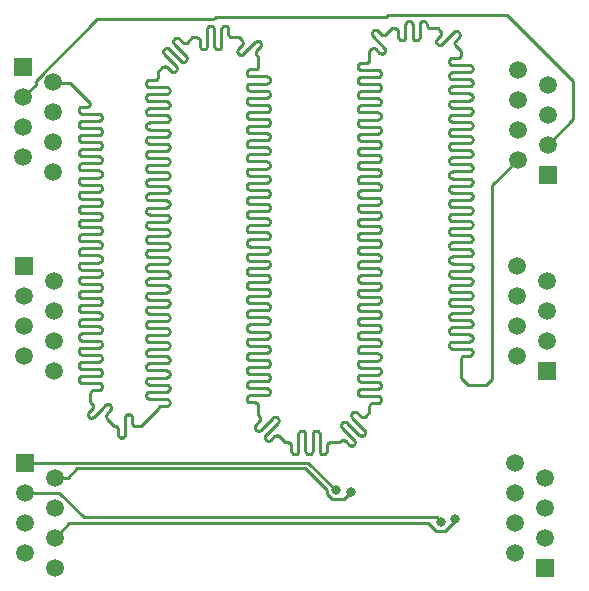
<source format=gbr>
G04 #@! TF.GenerationSoftware,KiCad,Pcbnew,(5.0.0)*
G04 #@! TF.CreationDate,2019-03-30T00:16:56-04:00*
G04 #@! TF.ProjectId,EthTester,4574685465737465722E6B696361645F,rev?*
G04 #@! TF.SameCoordinates,Original*
G04 #@! TF.FileFunction,Copper,L1,Top,Signal*
G04 #@! TF.FilePolarity,Positive*
%FSLAX46Y46*%
G04 Gerber Fmt 4.6, Leading zero omitted, Abs format (unit mm)*
G04 Created by KiCad (PCBNEW (5.0.0)) date 03/30/19 00:16:56*
%MOMM*%
%LPD*%
G01*
G04 APERTURE LIST*
G04 #@! TA.AperFunction,ComponentPad*
%ADD10R,1.500000X1.500000*%
G04 #@! TD*
G04 #@! TA.AperFunction,ComponentPad*
%ADD11C,1.500000*%
G04 #@! TD*
G04 #@! TA.AperFunction,ViaPad*
%ADD12C,0.800000*%
G04 #@! TD*
G04 #@! TA.AperFunction,Conductor*
%ADD13C,0.250000*%
G04 #@! TD*
G04 APERTURE END LIST*
D10*
G04 #@! TO.P,J1,1*
G04 #@! TO.N,Net-(J1-Pad1)*
X109047280Y-88935560D03*
D11*
G04 #@! TO.P,J1,2*
G04 #@! TO.N,Net-(J1-Pad2)*
X111587280Y-90205560D03*
G04 #@! TO.P,J1,3*
G04 #@! TO.N,Net-(J1-Pad3)*
X109047280Y-91475560D03*
G04 #@! TO.P,J1,4*
G04 #@! TO.N,N/C*
X111587280Y-92745560D03*
G04 #@! TO.P,J1,5*
X109047280Y-94015560D03*
G04 #@! TO.P,J1,6*
G04 #@! TO.N,Net-(J1-Pad6)*
X111587280Y-95285560D03*
G04 #@! TO.P,J1,7*
G04 #@! TO.N,N/C*
X109047280Y-96555560D03*
G04 #@! TO.P,J1,8*
X111587280Y-97825560D03*
G04 #@! TD*
D10*
G04 #@! TO.P,J2,1*
G04 #@! TO.N,Net-(J2-Pad1)*
X109159040Y-105587800D03*
D11*
G04 #@! TO.P,J2,2*
G04 #@! TO.N,Net-(J2-Pad2)*
X111699040Y-106857800D03*
G04 #@! TO.P,J2,3*
G04 #@! TO.N,Net-(J2-Pad3)*
X109159040Y-108127800D03*
G04 #@! TO.P,J2,4*
G04 #@! TO.N,N/C*
X111699040Y-109397800D03*
G04 #@! TO.P,J2,5*
X109159040Y-110667800D03*
G04 #@! TO.P,J2,6*
G04 #@! TO.N,Net-(J2-Pad6)*
X111699040Y-111937800D03*
G04 #@! TO.P,J2,7*
G04 #@! TO.N,N/C*
X109159040Y-113207800D03*
G04 #@! TO.P,J2,8*
X111699040Y-114477800D03*
G04 #@! TD*
D10*
G04 #@! TO.P,J3,1*
G04 #@! TO.N,Net-(J3-Pad1)*
X153410920Y-81208880D03*
D11*
G04 #@! TO.P,J3,2*
G04 #@! TO.N,Net-(J3-Pad2)*
X150870920Y-79938880D03*
G04 #@! TO.P,J3,3*
G04 #@! TO.N,Net-(J3-Pad3)*
X153410920Y-78668880D03*
G04 #@! TO.P,J3,4*
G04 #@! TO.N,N/C*
X150870920Y-77398880D03*
G04 #@! TO.P,J3,5*
X153410920Y-76128880D03*
G04 #@! TO.P,J3,6*
G04 #@! TO.N,Net-(J3-Pad6)*
X150870920Y-74858880D03*
G04 #@! TO.P,J3,7*
G04 #@! TO.N,N/C*
X153410920Y-73588880D03*
G04 #@! TO.P,J3,8*
X150870920Y-72318880D03*
G04 #@! TD*
G04 #@! TO.P,J4,8*
G04 #@! TO.N,N/C*
X150764240Y-88976200D03*
G04 #@! TO.P,J4,7*
X153304240Y-90246200D03*
G04 #@! TO.P,J4,6*
G04 #@! TO.N,Net-(J1-Pad6)*
X150764240Y-91516200D03*
G04 #@! TO.P,J4,5*
G04 #@! TO.N,N/C*
X153304240Y-92786200D03*
G04 #@! TO.P,J4,4*
X150764240Y-94056200D03*
G04 #@! TO.P,J4,3*
G04 #@! TO.N,Net-(J1-Pad3)*
X153304240Y-95326200D03*
G04 #@! TO.P,J4,2*
G04 #@! TO.N,Net-(J1-Pad2)*
X150764240Y-96596200D03*
D10*
G04 #@! TO.P,J4,1*
G04 #@! TO.N,Net-(J1-Pad1)*
X153304240Y-97866200D03*
G04 #@! TD*
D11*
G04 #@! TO.P,J5,8*
G04 #@! TO.N,N/C*
X150657560Y-105628440D03*
G04 #@! TO.P,J5,7*
X153197560Y-106898440D03*
G04 #@! TO.P,J5,6*
G04 #@! TO.N,Net-(J2-Pad6)*
X150657560Y-108168440D03*
G04 #@! TO.P,J5,5*
G04 #@! TO.N,N/C*
X153197560Y-109438440D03*
G04 #@! TO.P,J5,4*
X150657560Y-110708440D03*
G04 #@! TO.P,J5,3*
G04 #@! TO.N,Net-(J2-Pad3)*
X153197560Y-111978440D03*
G04 #@! TO.P,J5,2*
G04 #@! TO.N,Net-(J2-Pad2)*
X150657560Y-113248440D03*
D10*
G04 #@! TO.P,J5,1*
G04 #@! TO.N,Net-(J2-Pad1)*
X153197560Y-114518440D03*
G04 #@! TD*
D11*
G04 #@! TO.P,J6,8*
G04 #@! TO.N,N/C*
X111506000Y-81026000D03*
G04 #@! TO.P,J6,7*
X108966000Y-79756000D03*
G04 #@! TO.P,J6,6*
G04 #@! TO.N,Net-(J3-Pad6)*
X111506000Y-78486000D03*
G04 #@! TO.P,J6,5*
G04 #@! TO.N,N/C*
X108966000Y-77216000D03*
G04 #@! TO.P,J6,4*
X111506000Y-75946000D03*
G04 #@! TO.P,J6,3*
G04 #@! TO.N,Net-(J3-Pad3)*
X108966000Y-74676000D03*
G04 #@! TO.P,J6,2*
G04 #@! TO.N,Net-(J3-Pad2)*
X111506000Y-73406000D03*
D10*
G04 #@! TO.P,J6,1*
G04 #@! TO.N,Net-(J3-Pad1)*
X108966000Y-72136000D03*
G04 #@! TD*
D12*
G04 #@! TO.N,Net-(J2-Pad1)*
X135509000Y-107950000D03*
G04 #@! TO.N,Net-(J2-Pad2)*
X136779000Y-108077000D03*
G04 #@! TO.N,Net-(J2-Pad3)*
X144399000Y-110617000D03*
G04 #@! TO.N,Net-(J2-Pad6)*
X145542000Y-110363000D03*
G04 #@! TD*
D13*
G04 #@! TO.N,Net-(J2-Pad1)*
X109159040Y-105587800D02*
X133146800Y-105587800D01*
X133146800Y-105587800D02*
X135509000Y-107950000D01*
G04 #@! TO.N,Net-(J2-Pad2)*
X111699040Y-106857800D02*
X112759700Y-106857800D01*
X112759700Y-106857800D02*
X113579690Y-106037810D01*
X135160999Y-108675001D02*
X136180999Y-108675001D01*
X113579690Y-106037810D02*
X132834810Y-106037810D01*
X132834810Y-106037810D02*
X134747000Y-107950000D01*
X136180999Y-108675001D02*
X136779000Y-108077000D01*
X134747000Y-107950000D02*
X134747000Y-108261002D01*
X134747000Y-108261002D02*
X135160999Y-108675001D01*
G04 #@! TO.N,Net-(J2-Pad3)*
X112020042Y-108127800D02*
X114128242Y-110236000D01*
X109159040Y-108127800D02*
X112020042Y-108127800D01*
X114128242Y-110236000D02*
X144018000Y-110236000D01*
X144018000Y-110236000D02*
X144399000Y-110617000D01*
G04 #@! TO.N,Net-(J2-Pad6)*
X145542000Y-110547002D02*
X145542000Y-110363000D01*
X144747001Y-111342001D02*
X145542000Y-110547002D01*
X112892840Y-110744000D02*
X113919000Y-110744000D01*
X111699040Y-111937800D02*
X112892840Y-110744000D01*
X113919000Y-110744000D02*
X113976990Y-110686010D01*
X113976990Y-110686010D02*
X143256000Y-110686010D01*
X143256000Y-110686010D02*
X143911991Y-111342001D01*
X143911991Y-111342001D02*
X144747001Y-111342001D01*
G04 #@! TO.N,Net-(J3-Pad2)*
X146050000Y-97536000D02*
X146050000Y-98425000D01*
X146050000Y-97536000D02*
X146050000Y-97663000D01*
X146050000Y-98425000D02*
X146685000Y-99060000D01*
X146685000Y-99060000D02*
X148209000Y-99060000D01*
X148209000Y-99060000D02*
X148717000Y-98552000D01*
X148717000Y-82092800D02*
X150870920Y-79938880D01*
X148717000Y-98552000D02*
X148717000Y-82092800D01*
X146816757Y-80931478D02*
X146750000Y-80939000D01*
X146880166Y-80909290D02*
X146816757Y-80931478D01*
X146937047Y-80873549D02*
X146880166Y-80909290D01*
X146984550Y-80826046D02*
X146937047Y-80873549D01*
X147020291Y-80769165D02*
X146984550Y-80826046D01*
X147042479Y-80705756D02*
X147020291Y-80769165D01*
X147050000Y-80639000D02*
X147042479Y-80705756D01*
X147042479Y-80572243D02*
X147050000Y-80639000D01*
X147020291Y-80508834D02*
X147042479Y-80572243D01*
X146984550Y-80451953D02*
X147020291Y-80508834D01*
X146937047Y-80404450D02*
X146984550Y-80451953D01*
X146880166Y-80368709D02*
X146937047Y-80404450D01*
X146816757Y-80346521D02*
X146880166Y-80368709D01*
X146750000Y-80339000D02*
X146816757Y-80346521D01*
X145350000Y-80339000D02*
X146750000Y-80339000D01*
X145283243Y-80331478D02*
X145350000Y-80339000D01*
X145219834Y-80309290D02*
X145283243Y-80331478D01*
X145162953Y-80273549D02*
X145219834Y-80309290D01*
X145115450Y-80226046D02*
X145162953Y-80273549D01*
X145079709Y-80169165D02*
X145115450Y-80226046D01*
X145057521Y-80105756D02*
X145079709Y-80169165D01*
X145050000Y-80039000D02*
X145057521Y-80105756D01*
X145057521Y-79972243D02*
X145050000Y-80039000D01*
X145079709Y-79908834D02*
X145057521Y-79972243D01*
X145115450Y-79851953D02*
X145079709Y-79908834D01*
X145162953Y-79804450D02*
X145115450Y-79851953D01*
X145219834Y-79768709D02*
X145162953Y-79804450D01*
X145283243Y-79746521D02*
X145219834Y-79768709D01*
X145350000Y-79739000D02*
X145283243Y-79746521D01*
X146750000Y-79739000D02*
X145350000Y-79739000D01*
X146816757Y-79731478D02*
X146750000Y-79739000D01*
X146880166Y-79709290D02*
X146816757Y-79731478D01*
X146937047Y-79673549D02*
X146880166Y-79709290D01*
X146984550Y-79626046D02*
X146937047Y-79673549D01*
X147020291Y-79569165D02*
X146984550Y-79626046D01*
X147042479Y-79505756D02*
X147020291Y-79569165D01*
X147050000Y-79439000D02*
X147042479Y-79505756D01*
X147042479Y-79372243D02*
X147050000Y-79439000D01*
X147020291Y-79308834D02*
X147042479Y-79372243D01*
X146984550Y-79251953D02*
X147020291Y-79308834D01*
X146937047Y-79204450D02*
X146984550Y-79251953D01*
X146880166Y-79168709D02*
X146937047Y-79204450D01*
X146816757Y-79146521D02*
X146880166Y-79168709D01*
X146750000Y-79139000D02*
X146816757Y-79146521D01*
X145350000Y-79139000D02*
X146750000Y-79139000D01*
X145283243Y-79131478D02*
X145350000Y-79139000D01*
X145219834Y-79109290D02*
X145283243Y-79131478D01*
X145162953Y-79073549D02*
X145219834Y-79109290D01*
X145115450Y-79026046D02*
X145162953Y-79073549D01*
X145079709Y-78969165D02*
X145115450Y-79026046D01*
X145057521Y-78905756D02*
X145079709Y-78969165D01*
X145050000Y-78839000D02*
X145057521Y-78905756D01*
X145057521Y-78772243D02*
X145050000Y-78839000D01*
X145079709Y-78708834D02*
X145057521Y-78772243D01*
X145115450Y-78651953D02*
X145079709Y-78708834D01*
X145162953Y-78604450D02*
X145115450Y-78651953D01*
X145219834Y-78568709D02*
X145162953Y-78604450D01*
X145283243Y-78546521D02*
X145219834Y-78568709D01*
X145350000Y-78539000D02*
X145283243Y-78546521D01*
X146750000Y-78539000D02*
X145350000Y-78539000D01*
X146816757Y-78531478D02*
X146750000Y-78539000D01*
X146880166Y-78509290D02*
X146816757Y-78531478D01*
X146937047Y-78473549D02*
X146880166Y-78509290D01*
X146984550Y-78426046D02*
X146937047Y-78473549D01*
X147020291Y-78369165D02*
X146984550Y-78426046D01*
X147042479Y-78305756D02*
X147020291Y-78369165D01*
X147050000Y-78239000D02*
X147042479Y-78305756D01*
X147042479Y-78172243D02*
X147050000Y-78239000D01*
X147020291Y-78108834D02*
X147042479Y-78172243D01*
X146984550Y-78051953D02*
X147020291Y-78108834D01*
X146937047Y-78004450D02*
X146984550Y-78051953D01*
X146880166Y-77968709D02*
X146937047Y-78004450D01*
X146816757Y-77946521D02*
X146880166Y-77968709D01*
X146750000Y-77939000D02*
X146816757Y-77946521D01*
X145350000Y-77939000D02*
X146750000Y-77939000D01*
X145283243Y-77931478D02*
X145350000Y-77939000D01*
X145219834Y-77909290D02*
X145283243Y-77931478D01*
X145162953Y-77873549D02*
X145219834Y-77909290D01*
X145115450Y-77826046D02*
X145162953Y-77873549D01*
X145079709Y-77769165D02*
X145115450Y-77826046D01*
X145057521Y-77705756D02*
X145079709Y-77769165D01*
X145050000Y-77639000D02*
X145057521Y-77705756D01*
X145057521Y-77572243D02*
X145050000Y-77639000D01*
X145079709Y-77508834D02*
X145057521Y-77572243D01*
X145115450Y-77451953D02*
X145079709Y-77508834D01*
X145162953Y-77404450D02*
X145115450Y-77451953D01*
X145219834Y-77368709D02*
X145162953Y-77404450D01*
X145283243Y-77346521D02*
X145219834Y-77368709D01*
X145350000Y-77339000D02*
X145283243Y-77346521D01*
X146750000Y-77339000D02*
X145350000Y-77339000D01*
X146816757Y-77331478D02*
X146750000Y-77339000D01*
X146880166Y-77309290D02*
X146816757Y-77331478D01*
X146937047Y-77273549D02*
X146880166Y-77309290D01*
X146984550Y-77226046D02*
X146937047Y-77273549D01*
X147020291Y-77169165D02*
X146984550Y-77226046D01*
X147042479Y-77105756D02*
X147020291Y-77169165D01*
X147050000Y-77039000D02*
X147042479Y-77105756D01*
X147042479Y-76972243D02*
X147050000Y-77039000D01*
X147020291Y-76908834D02*
X147042479Y-76972243D01*
X146984550Y-76851953D02*
X147020291Y-76908834D01*
X146937047Y-76804450D02*
X146984550Y-76851953D01*
X146880166Y-76768709D02*
X146937047Y-76804450D01*
X146816757Y-76746521D02*
X146880166Y-76768709D01*
X146750000Y-76739000D02*
X146816757Y-76746521D01*
X145350000Y-76739000D02*
X146750000Y-76739000D01*
X145283243Y-76731478D02*
X145350000Y-76739000D01*
X145219834Y-76709290D02*
X145283243Y-76731478D01*
X145162953Y-76673549D02*
X145219834Y-76709290D01*
X145115450Y-76626046D02*
X145162953Y-76673549D01*
X145079709Y-76569165D02*
X145115450Y-76626046D01*
X145057521Y-76505756D02*
X145079709Y-76569165D01*
X145050000Y-76439000D02*
X145057521Y-76505756D01*
X145057521Y-76372243D02*
X145050000Y-76439000D01*
X145079709Y-76308834D02*
X145057521Y-76372243D01*
X145115450Y-76251953D02*
X145079709Y-76308834D01*
X145162953Y-76204450D02*
X145115450Y-76251953D01*
X145219834Y-76168709D02*
X145162953Y-76204450D01*
X145283243Y-76146521D02*
X145219834Y-76168709D01*
X145350000Y-76139000D02*
X145283243Y-76146521D01*
X146750000Y-76139000D02*
X145350000Y-76139000D01*
X146816757Y-76131478D02*
X146750000Y-76139000D01*
X146880166Y-76109290D02*
X146816757Y-76131478D01*
X146937047Y-76073549D02*
X146880166Y-76109290D01*
X146984550Y-76026046D02*
X146937047Y-76073549D01*
X147020291Y-75969165D02*
X146984550Y-76026046D01*
X147042479Y-75905756D02*
X147020291Y-75969165D01*
X147050000Y-75839000D02*
X147042479Y-75905756D01*
X147042479Y-75772243D02*
X147050000Y-75839000D01*
X147020291Y-75708834D02*
X147042479Y-75772243D01*
X146984550Y-75651953D02*
X147020291Y-75708834D01*
X146937047Y-75604450D02*
X146984550Y-75651953D01*
X146880166Y-75568709D02*
X146937047Y-75604450D01*
X146816757Y-75546521D02*
X146880166Y-75568709D01*
X146750000Y-75539000D02*
X146816757Y-75546521D01*
X145350000Y-75539000D02*
X146750000Y-75539000D01*
X145283243Y-75531478D02*
X145350000Y-75539000D01*
X145219834Y-75509290D02*
X145283243Y-75531478D01*
X145162953Y-75473549D02*
X145219834Y-75509290D01*
X145115450Y-75426046D02*
X145162953Y-75473549D01*
X145079709Y-75369165D02*
X145115450Y-75426046D01*
X145057521Y-75305756D02*
X145079709Y-75369165D01*
X145050000Y-75239000D02*
X145057521Y-75305756D01*
X145057521Y-75172243D02*
X145050000Y-75239000D01*
X145079709Y-75108834D02*
X145057521Y-75172243D01*
X145115450Y-75051953D02*
X145079709Y-75108834D01*
X145162953Y-75004450D02*
X145115450Y-75051953D01*
X145219834Y-74968709D02*
X145162953Y-75004450D01*
X145283243Y-74946521D02*
X145219834Y-74968709D01*
X145350000Y-74939000D02*
X145283243Y-74946521D01*
X146750000Y-74939000D02*
X145350000Y-74939000D01*
X146816757Y-74931478D02*
X146750000Y-74939000D01*
X146880166Y-74909290D02*
X146816757Y-74931478D01*
X146937047Y-74873549D02*
X146880166Y-74909290D01*
X146984550Y-74826046D02*
X146937047Y-74873549D01*
X147020291Y-74769165D02*
X146984550Y-74826046D01*
X147042479Y-74705756D02*
X147020291Y-74769165D01*
X147050000Y-74639000D02*
X147042479Y-74705756D01*
X147042479Y-74572243D02*
X147050000Y-74639000D01*
X147020291Y-74508834D02*
X147042479Y-74572243D01*
X146984550Y-74451953D02*
X147020291Y-74508834D01*
X146937047Y-74404450D02*
X146984550Y-74451953D01*
X146880166Y-74368709D02*
X146937047Y-74404450D01*
X146816757Y-74346521D02*
X146880166Y-74368709D01*
X146750000Y-74339000D02*
X146816757Y-74346521D01*
X145350000Y-74339000D02*
X146750000Y-74339000D01*
X145283243Y-74331478D02*
X145350000Y-74339000D01*
X145219834Y-74309290D02*
X145283243Y-74331478D01*
X145162953Y-74273549D02*
X145219834Y-74309290D01*
X145115450Y-74226046D02*
X145162953Y-74273549D01*
X145079709Y-74169165D02*
X145115450Y-74226046D01*
X145057521Y-74105756D02*
X145079709Y-74169165D01*
X145050000Y-74039000D02*
X145057521Y-74105756D01*
X145057521Y-73972243D02*
X145050000Y-74039000D01*
X145079709Y-73908834D02*
X145057521Y-73972243D01*
X145115450Y-73851953D02*
X145079709Y-73908834D01*
X145162953Y-73804450D02*
X145115450Y-73851953D01*
X145219834Y-73768709D02*
X145162953Y-73804450D01*
X145283243Y-73746521D02*
X145219834Y-73768709D01*
X145350000Y-73739000D02*
X145283243Y-73746521D01*
X146750000Y-73739000D02*
X145350000Y-73739000D01*
X146816757Y-73731478D02*
X146750000Y-73739000D01*
X146880166Y-73709290D02*
X146816757Y-73731478D01*
X146937047Y-73673549D02*
X146880166Y-73709290D01*
X146984550Y-73626046D02*
X146937047Y-73673549D01*
X147020291Y-73569165D02*
X146984550Y-73626046D01*
X147042479Y-73505756D02*
X147020291Y-73569165D01*
X147050000Y-73439000D02*
X147042479Y-73505756D01*
X147042479Y-73372243D02*
X147050000Y-73439000D01*
X147020291Y-73308834D02*
X147042479Y-73372243D01*
X146984550Y-73251953D02*
X147020291Y-73308834D01*
X146937047Y-73204450D02*
X146984550Y-73251953D01*
X146880166Y-73168709D02*
X146937047Y-73204450D01*
X146816757Y-73146521D02*
X146880166Y-73168709D01*
X146750000Y-73139000D02*
X146816757Y-73146521D01*
X145350000Y-73139000D02*
X146750000Y-73139000D01*
X145283243Y-73131478D02*
X145350000Y-73139000D01*
X145219834Y-73109290D02*
X145283243Y-73131478D01*
X145162953Y-73073549D02*
X145219834Y-73109290D01*
X145115450Y-73026046D02*
X145162953Y-73073549D01*
X145079709Y-72969165D02*
X145115450Y-73026046D01*
X145057521Y-72905756D02*
X145079709Y-72969165D01*
X145050000Y-72839000D02*
X145057521Y-72905756D01*
X145057521Y-72772243D02*
X145050000Y-72839000D01*
X145079709Y-72708834D02*
X145057521Y-72772243D01*
X145115450Y-72651953D02*
X145079709Y-72708834D01*
X145162953Y-72604450D02*
X145115450Y-72651953D01*
X145219834Y-72568709D02*
X145162953Y-72604450D01*
X145283243Y-72546521D02*
X145219834Y-72568709D01*
X145350000Y-72539000D02*
X145283243Y-72546521D01*
X146750000Y-72539000D02*
X145350000Y-72539000D01*
X146816757Y-72531478D02*
X146750000Y-72539000D01*
X146880166Y-72509290D02*
X146816757Y-72531478D01*
X146937047Y-72473549D02*
X146880166Y-72509290D01*
X146984550Y-72426046D02*
X146937047Y-72473549D01*
X147020291Y-72369165D02*
X146984550Y-72426046D01*
X147042479Y-72305756D02*
X147020291Y-72369165D01*
X147050000Y-72239000D02*
X147042479Y-72305756D01*
X147042479Y-72172243D02*
X147050000Y-72239000D01*
X147020291Y-72108834D02*
X147042479Y-72172243D01*
X146984550Y-72051953D02*
X147020291Y-72108834D01*
X146937047Y-72004450D02*
X146984550Y-72051953D01*
X146880166Y-71968709D02*
X146937047Y-72004450D01*
X146816757Y-71946521D02*
X146880166Y-71968709D01*
X146750000Y-71939000D02*
X146816757Y-71946521D01*
X145350000Y-71939000D02*
X146750000Y-71939000D01*
X145283243Y-71931478D02*
X145350000Y-71939000D01*
X145219834Y-71909290D02*
X145283243Y-71931478D01*
X145162953Y-71873549D02*
X145219834Y-71909290D01*
X145115450Y-71826046D02*
X145162953Y-71873549D01*
X145079709Y-71769165D02*
X145115450Y-71826046D01*
X145057521Y-71705756D02*
X145079709Y-71769165D01*
X145050000Y-71639000D02*
X145057521Y-71705756D01*
X145057521Y-71572243D02*
X145050000Y-71639000D01*
X145079709Y-71508834D02*
X145057521Y-71572243D01*
X145115450Y-71451953D02*
X145079709Y-71508834D01*
X145162953Y-71404450D02*
X145115450Y-71451953D01*
X145219834Y-71368709D02*
X145162953Y-71404450D01*
X145283243Y-71346521D02*
X145219834Y-71368709D01*
X145350000Y-71339000D02*
X145283243Y-71346521D01*
X145750000Y-71339000D02*
X145350000Y-71339000D01*
X145816756Y-71331478D02*
X145750000Y-71339000D01*
X145880165Y-71309290D02*
X145816756Y-71331478D01*
X145937046Y-71273549D02*
X145880165Y-71309290D01*
X145984549Y-71226046D02*
X145937046Y-71273549D01*
X146020290Y-71169165D02*
X145984549Y-71226046D01*
X146042478Y-71105756D02*
X146020290Y-71169165D01*
X146050000Y-71039000D02*
X146042478Y-71105756D01*
X146050000Y-70739000D02*
X146050000Y-71039000D01*
X145594565Y-70283565D02*
X146050000Y-70739000D01*
X145552679Y-70231042D02*
X145594565Y-70283565D01*
X145523531Y-70170516D02*
X145552679Y-70231042D01*
X145508583Y-70105023D02*
X145523531Y-70170516D01*
X145508582Y-70037843D02*
X145508583Y-70105023D01*
X145523532Y-69972350D02*
X145508582Y-70037843D01*
X145552680Y-69911824D02*
X145523532Y-69972350D01*
X145594565Y-69859301D02*
X145552680Y-69911824D01*
X145877407Y-69576458D02*
X145594565Y-69859301D01*
X145919292Y-69523935D02*
X145877407Y-69576458D01*
X145948440Y-69463410D02*
X145919292Y-69523935D01*
X145963388Y-69397915D02*
X145948440Y-69463410D01*
X145963389Y-69330737D02*
X145963388Y-69397915D01*
X145948439Y-69265242D02*
X145963389Y-69330737D01*
X145919293Y-69204717D02*
X145948439Y-69265242D01*
X145877407Y-69152194D02*
X145919293Y-69204717D01*
X145824886Y-69110310D02*
X145877407Y-69152194D01*
X145764360Y-69081162D02*
X145824886Y-69110310D01*
X145698865Y-69066212D02*
X145764360Y-69081162D01*
X145631687Y-69066213D02*
X145698865Y-69066212D01*
X145566192Y-69081161D02*
X145631687Y-69066213D01*
X145505666Y-69110309D02*
X145566192Y-69081161D01*
X145453145Y-69152196D02*
X145505666Y-69110309D01*
X145170303Y-69435038D02*
X145453145Y-69152196D01*
X144463196Y-70142145D02*
X145170303Y-69435038D01*
X144410673Y-70184030D02*
X144463196Y-70142145D01*
X144350147Y-70213177D02*
X144410673Y-70184030D01*
X144284653Y-70228126D02*
X144350147Y-70213177D01*
X144217474Y-70228126D02*
X144284653Y-70228126D01*
X144151980Y-70213177D02*
X144217474Y-70228126D01*
X144091454Y-70184030D02*
X144151980Y-70213177D01*
X144038932Y-70142145D02*
X144091454Y-70184030D01*
X143997047Y-70089623D02*
X144038932Y-70142145D01*
X143967899Y-70029097D02*
X143997047Y-70089623D01*
X143952950Y-69963603D02*
X143967899Y-70029097D01*
X143952950Y-69896424D02*
X143952950Y-69963603D01*
X143967899Y-69830930D02*
X143952950Y-69896424D01*
X143997047Y-69770404D02*
X143967899Y-69830930D01*
X144038932Y-69717881D02*
X143997047Y-69770404D01*
X144321775Y-69435039D02*
X144038932Y-69717881D01*
X144363660Y-69382516D02*
X144321775Y-69435039D01*
X144392807Y-69321990D02*
X144363660Y-69382516D01*
X144407756Y-69256496D02*
X144392807Y-69321990D01*
X144407756Y-69189317D02*
X144407756Y-69256496D01*
X144392807Y-69123823D02*
X144407756Y-69189317D01*
X144363660Y-69063297D02*
X144392807Y-69123823D01*
X144321775Y-69010775D02*
X144363660Y-69063297D01*
X144145000Y-68834000D02*
X144321775Y-69010775D01*
X143458000Y-68834000D02*
X144145000Y-68834000D01*
X143391243Y-68826479D02*
X143458000Y-68834000D01*
X143327834Y-68804291D02*
X143391243Y-68826479D01*
X143270953Y-68768550D02*
X143327834Y-68804291D01*
X143223450Y-68721047D02*
X143270953Y-68768550D01*
X143187709Y-68664166D02*
X143223450Y-68721047D01*
X143165521Y-68600757D02*
X143187709Y-68664166D01*
X143158000Y-68534000D02*
X143165521Y-68600757D01*
X143158000Y-68484000D02*
X143158000Y-68534000D01*
X143150478Y-68417244D02*
X143158000Y-68484000D01*
X143128290Y-68353835D02*
X143150478Y-68417244D01*
X143092549Y-68296954D02*
X143128290Y-68353835D01*
X143045046Y-68249451D02*
X143092549Y-68296954D01*
X142988165Y-68213710D02*
X143045046Y-68249451D01*
X142924756Y-68191522D02*
X142988165Y-68213710D01*
X142858000Y-68184000D02*
X142924756Y-68191522D01*
X142791243Y-68191522D02*
X142858000Y-68184000D01*
X142727834Y-68213710D02*
X142791243Y-68191522D01*
X142670953Y-68249451D02*
X142727834Y-68213710D01*
X142623450Y-68296954D02*
X142670953Y-68249451D01*
X142587709Y-68353835D02*
X142623450Y-68296954D01*
X142565521Y-68417244D02*
X142587709Y-68353835D01*
X142558000Y-68484000D02*
X142565521Y-68417244D01*
X142558000Y-69534000D02*
X142558000Y-68484000D01*
X142550478Y-69600756D02*
X142558000Y-69534000D01*
X142528290Y-69664165D02*
X142550478Y-69600756D01*
X142492549Y-69721046D02*
X142528290Y-69664165D01*
X142445046Y-69768549D02*
X142492549Y-69721046D01*
X142388165Y-69804290D02*
X142445046Y-69768549D01*
X142324756Y-69826478D02*
X142388165Y-69804290D01*
X142258000Y-69834000D02*
X142324756Y-69826478D01*
X142191243Y-69826478D02*
X142258000Y-69834000D01*
X142127834Y-69804290D02*
X142191243Y-69826478D01*
X142070953Y-69768549D02*
X142127834Y-69804290D01*
X142023450Y-69721046D02*
X142070953Y-69768549D01*
X141987709Y-69664165D02*
X142023450Y-69721046D01*
X141965521Y-69600756D02*
X141987709Y-69664165D01*
X141958000Y-69534000D02*
X141965521Y-69600756D01*
X141958000Y-68484000D02*
X141958000Y-69534000D01*
X141950478Y-68417244D02*
X141958000Y-68484000D01*
X141928290Y-68353835D02*
X141950478Y-68417244D01*
X141892549Y-68296954D02*
X141928290Y-68353835D01*
X141845046Y-68249451D02*
X141892549Y-68296954D01*
X141788165Y-68213710D02*
X141845046Y-68249451D01*
X141724756Y-68191522D02*
X141788165Y-68213710D01*
X141658000Y-68184000D02*
X141724756Y-68191522D01*
X141591243Y-68191522D02*
X141658000Y-68184000D01*
X141527834Y-68213710D02*
X141591243Y-68191522D01*
X141470953Y-68249451D02*
X141527834Y-68213710D01*
X141423450Y-68296954D02*
X141470953Y-68249451D01*
X141387709Y-68353835D02*
X141423450Y-68296954D01*
X141365521Y-68417244D02*
X141387709Y-68353835D01*
X141358000Y-68484000D02*
X141365521Y-68417244D01*
X141358000Y-69534000D02*
X141358000Y-68484000D01*
X141350478Y-69600756D02*
X141358000Y-69534000D01*
X141328290Y-69664165D02*
X141350478Y-69600756D01*
X141292549Y-69721046D02*
X141328290Y-69664165D01*
X141245046Y-69768549D02*
X141292549Y-69721046D01*
X141188165Y-69804290D02*
X141245046Y-69768549D01*
X141124756Y-69826478D02*
X141188165Y-69804290D01*
X141058000Y-69834000D02*
X141124756Y-69826478D01*
X140991243Y-69826478D02*
X141058000Y-69834000D01*
X140927834Y-69804290D02*
X140991243Y-69826478D01*
X140870953Y-69768549D02*
X140927834Y-69804290D01*
X140823450Y-69721046D02*
X140870953Y-69768549D01*
X140787709Y-69664165D02*
X140823450Y-69721046D01*
X140765521Y-69600756D02*
X140787709Y-69664165D01*
X140758000Y-69534000D02*
X140765521Y-69600756D01*
X140758000Y-69134000D02*
X140758000Y-69534000D01*
X140750478Y-69067243D02*
X140758000Y-69134000D01*
X140728290Y-69003834D02*
X140750478Y-69067243D01*
X140692549Y-68946953D02*
X140728290Y-69003834D01*
X140645046Y-68899450D02*
X140692549Y-68946953D01*
X140588165Y-68863709D02*
X140645046Y-68899450D01*
X140524756Y-68841521D02*
X140588165Y-68863709D01*
X140458000Y-68834000D02*
X140524756Y-68841521D01*
X140208000Y-68834000D02*
X140458000Y-68834000D01*
X139717213Y-69324790D02*
X140208000Y-68834000D01*
X139664692Y-69366674D02*
X139717213Y-69324790D01*
X139604166Y-69395822D02*
X139664692Y-69366674D01*
X139538671Y-69410772D02*
X139604166Y-69395822D01*
X139471493Y-69410771D02*
X139538671Y-69410772D01*
X139405998Y-69395823D02*
X139471493Y-69410771D01*
X139345472Y-69366675D02*
X139405998Y-69395823D01*
X139292949Y-69324790D02*
X139345472Y-69366675D01*
X139010106Y-69041947D02*
X139292949Y-69324790D01*
X138957583Y-69000062D02*
X139010106Y-69041947D01*
X138897058Y-68970914D02*
X138957583Y-69000062D01*
X138831563Y-68955966D02*
X138897058Y-68970914D01*
X138764385Y-68955965D02*
X138831563Y-68955966D01*
X138698890Y-68970915D02*
X138764385Y-68955965D01*
X138638365Y-69000061D02*
X138698890Y-68970915D01*
X138585842Y-69041946D02*
X138638365Y-69000061D01*
X138543956Y-69094469D02*
X138585842Y-69041946D01*
X138514808Y-69154995D02*
X138543956Y-69094469D01*
X138499860Y-69220488D02*
X138514808Y-69154995D01*
X138499859Y-69287668D02*
X138499860Y-69220488D01*
X138514809Y-69353161D02*
X138499859Y-69287668D01*
X138543957Y-69413687D02*
X138514809Y-69353161D01*
X138585842Y-69466210D02*
X138543957Y-69413687D01*
X139575790Y-70456157D02*
X138585842Y-69466210D01*
X139617675Y-70508680D02*
X139575790Y-70456157D01*
X139646822Y-70569206D02*
X139617675Y-70508680D01*
X139661771Y-70634700D02*
X139646822Y-70569206D01*
X139661771Y-70701879D02*
X139661771Y-70634700D01*
X139646822Y-70767373D02*
X139661771Y-70701879D01*
X139617675Y-70827899D02*
X139646822Y-70767373D01*
X139575790Y-70880422D02*
X139617675Y-70827899D01*
X139523268Y-70922307D02*
X139575790Y-70880422D01*
X139462742Y-70951455D02*
X139523268Y-70922307D01*
X139397248Y-70966404D02*
X139462742Y-70951455D01*
X139330069Y-70966404D02*
X139397248Y-70966404D01*
X139264575Y-70951455D02*
X139330069Y-70966404D01*
X139204049Y-70922307D02*
X139264575Y-70951455D01*
X139151526Y-70880422D02*
X139204049Y-70922307D01*
X138868684Y-70597580D02*
X139151526Y-70880422D01*
X138816161Y-70555694D02*
X138868684Y-70597580D01*
X138755635Y-70526547D02*
X138816161Y-70555694D01*
X138690141Y-70511598D02*
X138755635Y-70526547D01*
X138622962Y-70511598D02*
X138690141Y-70511598D01*
X138557468Y-70526547D02*
X138622962Y-70511598D01*
X138496942Y-70555694D02*
X138557468Y-70526547D01*
X138444420Y-70597580D02*
X138496942Y-70555694D01*
X138303000Y-70739000D02*
X138444420Y-70597580D01*
X138303000Y-71446000D02*
X138303000Y-70739000D01*
X138295479Y-71512756D02*
X138303000Y-71446000D01*
X138273291Y-71576165D02*
X138295479Y-71512756D01*
X138237550Y-71633046D02*
X138273291Y-71576165D01*
X138190047Y-71680549D02*
X138237550Y-71633046D01*
X138133166Y-71716290D02*
X138190047Y-71680549D01*
X138069757Y-71738478D02*
X138133166Y-71716290D01*
X138003000Y-71746000D02*
X138069757Y-71738478D01*
X137603000Y-71746000D02*
X138003000Y-71746000D01*
X137536244Y-71753521D02*
X137603000Y-71746000D01*
X137472835Y-71775709D02*
X137536244Y-71753521D01*
X137415954Y-71811450D02*
X137472835Y-71775709D01*
X137368451Y-71858953D02*
X137415954Y-71811450D01*
X137332710Y-71915834D02*
X137368451Y-71858953D01*
X137310522Y-71979243D02*
X137332710Y-71915834D01*
X137303000Y-72046000D02*
X137310522Y-71979243D01*
X137310522Y-72112756D02*
X137303000Y-72046000D01*
X137332710Y-72176165D02*
X137310522Y-72112756D01*
X137368451Y-72233046D02*
X137332710Y-72176165D01*
X137415954Y-72280549D02*
X137368451Y-72233046D01*
X137472835Y-72316290D02*
X137415954Y-72280549D01*
X137536244Y-72338478D02*
X137472835Y-72316290D01*
X137603000Y-72346000D02*
X137536244Y-72338478D01*
X139003000Y-72346000D02*
X137603000Y-72346000D01*
X139069756Y-72353521D02*
X139003000Y-72346000D01*
X139133165Y-72375709D02*
X139069756Y-72353521D01*
X139190046Y-72411450D02*
X139133165Y-72375709D01*
X139237549Y-72458953D02*
X139190046Y-72411450D01*
X139273290Y-72515834D02*
X139237549Y-72458953D01*
X139295478Y-72579243D02*
X139273290Y-72515834D01*
X139303000Y-72646000D02*
X139295478Y-72579243D01*
X139295478Y-72712756D02*
X139303000Y-72646000D01*
X139273290Y-72776165D02*
X139295478Y-72712756D01*
X139237549Y-72833046D02*
X139273290Y-72776165D01*
X139190046Y-72880549D02*
X139237549Y-72833046D01*
X139133165Y-72916290D02*
X139190046Y-72880549D01*
X139069756Y-72938478D02*
X139133165Y-72916290D01*
X139003000Y-72946000D02*
X139069756Y-72938478D01*
X137536244Y-72953521D02*
X137603000Y-72946000D01*
X137415954Y-73011450D02*
X137472835Y-72975709D01*
X137368451Y-73058953D02*
X137415954Y-73011450D01*
X137332710Y-73115834D02*
X137368451Y-73058953D01*
X137310522Y-73179243D02*
X137332710Y-73115834D01*
X137303000Y-73246000D02*
X137310522Y-73179243D01*
X137310522Y-73312756D02*
X137303000Y-73246000D01*
X137332710Y-73376165D02*
X137310522Y-73312756D01*
X137415954Y-73480549D02*
X137368451Y-73433046D01*
X137472835Y-73516290D02*
X137415954Y-73480549D01*
X137536244Y-73538478D02*
X137472835Y-73516290D01*
X137603000Y-73546000D02*
X137536244Y-73538478D01*
X139003000Y-73546000D02*
X137603000Y-73546000D01*
X139069756Y-73553521D02*
X139003000Y-73546000D01*
X139133165Y-73575709D02*
X139069756Y-73553521D01*
X139237549Y-73658953D02*
X139190046Y-73611450D01*
X139273290Y-73715834D02*
X139237549Y-73658953D01*
X139295478Y-73779243D02*
X139273290Y-73715834D01*
X139303000Y-73846000D02*
X139295478Y-73779243D01*
X139295478Y-73912756D02*
X139303000Y-73846000D01*
X139273290Y-73976165D02*
X139295478Y-73912756D01*
X139237549Y-74033046D02*
X139273290Y-73976165D01*
X139190046Y-74080549D02*
X139237549Y-74033046D01*
X139133165Y-74116290D02*
X139190046Y-74080549D01*
X139069756Y-74138478D02*
X139133165Y-74116290D01*
X139003000Y-74146000D02*
X139069756Y-74138478D01*
X137603000Y-74146000D02*
X139003000Y-74146000D01*
X137536244Y-74153521D02*
X137603000Y-74146000D01*
X137472835Y-74175709D02*
X137536244Y-74153521D01*
X137415954Y-74211450D02*
X137472835Y-74175709D01*
X137368451Y-74258953D02*
X137415954Y-74211450D01*
X137310522Y-74379243D02*
X137332710Y-74315834D01*
X137303000Y-74446000D02*
X137310522Y-74379243D01*
X137310522Y-74512756D02*
X137303000Y-74446000D01*
X137332710Y-74576165D02*
X137310522Y-74512756D01*
X137472835Y-74716290D02*
X137415954Y-74680549D01*
X137536244Y-74738478D02*
X137472835Y-74716290D01*
X137603000Y-74746000D02*
X137536244Y-74738478D01*
X139069756Y-74753521D02*
X139003000Y-74746000D01*
X139133165Y-74775709D02*
X139069756Y-74753521D01*
X139273290Y-74915834D02*
X139237549Y-74858953D01*
X139295478Y-74979243D02*
X139273290Y-74915834D01*
X139303000Y-75046000D02*
X139295478Y-74979243D01*
X139295478Y-75112756D02*
X139303000Y-75046000D01*
X122002256Y-72165215D02*
X121987307Y-72099721D01*
X122002256Y-72232394D02*
X122002256Y-72165215D01*
X121987307Y-72297888D02*
X122002256Y-72232394D01*
X121958160Y-72358414D02*
X121987307Y-72297888D01*
X121916275Y-72410937D02*
X121958160Y-72358414D01*
X137368451Y-75458953D02*
X137415954Y-75411450D01*
X115651291Y-81284745D02*
X115615550Y-81341626D01*
X121863753Y-72452822D02*
X121916275Y-72410937D01*
X121803227Y-72481970D02*
X121863753Y-72452822D01*
X137472835Y-75375709D02*
X137536244Y-75353521D01*
X113850834Y-80824870D02*
X113914243Y-80847058D01*
X121737733Y-72496919D02*
X121803227Y-72481970D01*
X121670554Y-72496919D02*
X121737733Y-72496919D01*
X121605060Y-72481970D02*
X121670554Y-72496919D01*
X121544534Y-72452822D02*
X121605060Y-72481970D01*
X121492011Y-72410937D02*
X121544534Y-72452822D01*
X139003000Y-75346000D02*
X139069756Y-75338478D01*
X115381000Y-80854580D02*
X115447757Y-80862101D01*
X121209169Y-72128095D02*
X121492011Y-72410937D01*
X121156646Y-72086209D02*
X121209169Y-72128095D01*
X121096120Y-72057062D02*
X121156646Y-72086209D01*
X121030626Y-72042113D02*
X121096120Y-72057062D01*
X120963447Y-72042113D02*
X121030626Y-72042113D01*
X137415954Y-75411450D02*
X137472835Y-75375709D01*
X115381000Y-78454580D02*
X115447757Y-78462101D01*
X120897953Y-72057062D02*
X120963447Y-72042113D01*
X120837427Y-72086209D02*
X120897953Y-72057062D01*
X120784905Y-72128095D02*
X120837427Y-72086209D01*
X120396000Y-72517000D02*
X120784905Y-72128095D01*
X120396000Y-72892000D02*
X120396000Y-72517000D01*
X137332710Y-75515834D02*
X137368451Y-75458953D01*
X115381000Y-82654580D02*
X113981000Y-82654580D01*
X120388479Y-72958756D02*
X120396000Y-72892000D01*
X120366291Y-73022165D02*
X120388479Y-72958756D01*
X120330550Y-73079046D02*
X120366291Y-73022165D01*
X120283047Y-73126549D02*
X120330550Y-73079046D01*
X120226166Y-73162290D02*
X120283047Y-73126549D01*
X120162757Y-73184478D02*
X120226166Y-73162290D01*
X120096000Y-73192000D02*
X120162757Y-73184478D01*
X119696000Y-73192000D02*
X120096000Y-73192000D01*
X119629244Y-73199521D02*
X119696000Y-73192000D01*
X119565835Y-73221709D02*
X119629244Y-73199521D01*
X119508954Y-73257450D02*
X119565835Y-73221709D01*
X119461451Y-73304953D02*
X119508954Y-73257450D01*
X119425710Y-73361834D02*
X119461451Y-73304953D01*
X119403522Y-73425243D02*
X119425710Y-73361834D01*
X119396000Y-73492000D02*
X119403522Y-73425243D01*
X119403522Y-73558756D02*
X119396000Y-73492000D01*
X119425710Y-73622165D02*
X119403522Y-73558756D01*
X119461451Y-73679046D02*
X119425710Y-73622165D01*
X119508954Y-73726549D02*
X119461451Y-73679046D01*
X119565835Y-73762290D02*
X119508954Y-73726549D01*
X119629244Y-73784478D02*
X119565835Y-73762290D01*
X119696000Y-73792000D02*
X119629244Y-73784478D01*
X121096000Y-73792000D02*
X119696000Y-73792000D01*
X121162756Y-73799521D02*
X121096000Y-73792000D01*
X121226165Y-73821709D02*
X121162756Y-73799521D01*
X121283046Y-73857450D02*
X121226165Y-73821709D01*
X121330549Y-73904953D02*
X121283046Y-73857450D01*
X121366290Y-73961834D02*
X121330549Y-73904953D01*
X121388478Y-74025243D02*
X121366290Y-73961834D01*
X121396000Y-74092000D02*
X121388478Y-74025243D01*
X121388478Y-74158756D02*
X121396000Y-74092000D01*
X121366290Y-74222165D02*
X121388478Y-74158756D01*
X121330549Y-74279046D02*
X121366290Y-74222165D01*
X121283046Y-74326549D02*
X121330549Y-74279046D01*
X121226165Y-74362290D02*
X121283046Y-74326549D01*
X121162756Y-74384478D02*
X121226165Y-74362290D01*
X121096000Y-74392000D02*
X121162756Y-74384478D01*
X119696000Y-74392000D02*
X121096000Y-74392000D01*
X119629244Y-74399521D02*
X119696000Y-74392000D01*
X139273290Y-75176165D02*
X139295478Y-75112756D01*
X115447757Y-82062101D02*
X115511166Y-82084289D01*
X119565835Y-74421709D02*
X119629244Y-74399521D01*
X119508954Y-74457450D02*
X119565835Y-74421709D01*
X119461451Y-74504953D02*
X119508954Y-74457450D01*
X119425710Y-74561834D02*
X119461451Y-74504953D01*
X119403522Y-74625243D02*
X119425710Y-74561834D01*
X137603000Y-75346000D02*
X139003000Y-75346000D01*
X113850834Y-82024870D02*
X113914243Y-82047058D01*
X119396000Y-74692000D02*
X119403522Y-74625243D01*
X139190046Y-75280549D02*
X139237549Y-75233046D01*
X115615550Y-78567533D02*
X115651291Y-78624414D01*
X119403522Y-74758756D02*
X119396000Y-74692000D01*
X119425710Y-74822165D02*
X119403522Y-74758756D01*
X119461451Y-74879046D02*
X119425710Y-74822165D01*
X119508954Y-74926549D02*
X119461451Y-74879046D01*
X119565835Y-74962290D02*
X119508954Y-74926549D01*
X119629244Y-74984478D02*
X119565835Y-74962290D01*
X119696000Y-74992000D02*
X119629244Y-74984478D01*
X139237549Y-75233046D02*
X139273290Y-75176165D01*
X115673479Y-81221336D02*
X115651291Y-81284745D01*
X121096000Y-74992000D02*
X119696000Y-74992000D01*
X139133165Y-75316290D02*
X139190046Y-75280549D01*
X113746450Y-81567533D02*
X113710709Y-81624414D01*
X121162756Y-74999521D02*
X121096000Y-74992000D01*
X121226165Y-75021709D02*
X121162756Y-74999521D01*
X121283046Y-75057450D02*
X121226165Y-75021709D01*
X121330549Y-75104953D02*
X121283046Y-75057450D01*
X121366290Y-75161834D02*
X121330549Y-75104953D01*
X121388478Y-75225243D02*
X121366290Y-75161834D01*
X121396000Y-75292000D02*
X121388478Y-75225243D01*
X121388478Y-75358756D02*
X121396000Y-75292000D01*
X121366290Y-75422165D02*
X121388478Y-75358756D01*
X121330549Y-75479046D02*
X121366290Y-75422165D01*
X121283046Y-75526549D02*
X121330549Y-75479046D01*
X121226165Y-75562290D02*
X121283046Y-75526549D01*
X121162756Y-75584478D02*
X121226165Y-75562290D01*
X121096000Y-75592000D02*
X121162756Y-75584478D01*
X119696000Y-75592000D02*
X121096000Y-75592000D01*
X119629244Y-75599521D02*
X119696000Y-75592000D01*
X119565835Y-75621709D02*
X119629244Y-75599521D01*
X119508954Y-75657450D02*
X119565835Y-75621709D01*
X119461451Y-75704953D02*
X119508954Y-75657450D01*
X119425710Y-75761834D02*
X119461451Y-75704953D01*
X119403522Y-75825243D02*
X119425710Y-75761834D01*
X119396000Y-75892000D02*
X119403522Y-75825243D01*
X119403522Y-75958756D02*
X119396000Y-75892000D01*
X119425710Y-76022165D02*
X119403522Y-75958756D01*
X119461451Y-76079046D02*
X119425710Y-76022165D01*
X119565835Y-76162290D02*
X119508954Y-76126549D01*
X119629244Y-76184478D02*
X119565835Y-76162290D01*
X119696000Y-76192000D02*
X119629244Y-76184478D01*
X121096000Y-76192000D02*
X119696000Y-76192000D01*
X121162756Y-76199521D02*
X121096000Y-76192000D01*
X121283046Y-76257450D02*
X121226165Y-76221709D01*
X121330549Y-76304953D02*
X121283046Y-76257450D01*
X121366290Y-76361834D02*
X121330549Y-76304953D01*
X121388478Y-76425243D02*
X121366290Y-76361834D01*
X121396000Y-76492000D02*
X121388478Y-76425243D01*
X121388478Y-76558756D02*
X121396000Y-76492000D01*
X121366290Y-76622165D02*
X121388478Y-76558756D01*
X121330549Y-76679046D02*
X121366290Y-76622165D01*
X121283046Y-76726549D02*
X121330549Y-76679046D01*
X121226165Y-76762290D02*
X121283046Y-76726549D01*
X121162756Y-76784478D02*
X121226165Y-76762290D01*
X121096000Y-76792000D02*
X121162756Y-76784478D01*
X119696000Y-76792000D02*
X121096000Y-76792000D01*
X119629244Y-76799521D02*
X119696000Y-76792000D01*
X119565835Y-76821709D02*
X119629244Y-76799521D01*
X119508954Y-76857450D02*
X119565835Y-76821709D01*
X119461451Y-76904953D02*
X119508954Y-76857450D01*
X119425710Y-76961834D02*
X119461451Y-76904953D01*
X119403522Y-77025243D02*
X119425710Y-76961834D01*
X119396000Y-77092000D02*
X119403522Y-77025243D01*
X119403522Y-77158756D02*
X119396000Y-77092000D01*
X119461451Y-77279046D02*
X119425710Y-77222165D01*
X119508954Y-77326549D02*
X119461451Y-77279046D01*
X119565835Y-77362290D02*
X119508954Y-77326549D01*
X119629244Y-77384478D02*
X119565835Y-77362290D01*
X121096000Y-77392000D02*
X119696000Y-77392000D01*
X121162756Y-77399521D02*
X121096000Y-77392000D01*
X121283046Y-77457450D02*
X121226165Y-77421709D01*
X121330549Y-77504953D02*
X121283046Y-77457450D01*
X121366290Y-77561834D02*
X121330549Y-77504953D01*
X121388478Y-77625243D02*
X121366290Y-77561834D01*
X121396000Y-77692000D02*
X121388478Y-77625243D01*
X121388478Y-77758756D02*
X121396000Y-77692000D01*
X121366290Y-77822165D02*
X121388478Y-77758756D01*
X121330549Y-77879046D02*
X121366290Y-77822165D01*
X121283046Y-77926549D02*
X121330549Y-77879046D01*
X121226165Y-77962290D02*
X121283046Y-77926549D01*
X121162756Y-77984478D02*
X121226165Y-77962290D01*
X121096000Y-77992000D02*
X121162756Y-77984478D01*
X119696000Y-77992000D02*
X121096000Y-77992000D01*
X119629244Y-77999521D02*
X119696000Y-77992000D01*
X119565835Y-78021709D02*
X119629244Y-77999521D01*
X119508954Y-78057450D02*
X119565835Y-78021709D01*
X119461451Y-78104953D02*
X119508954Y-78057450D01*
X119425710Y-78161834D02*
X119461451Y-78104953D01*
X119403522Y-78225243D02*
X119425710Y-78161834D01*
X119396000Y-78292000D02*
X119403522Y-78225243D01*
X119403522Y-78358756D02*
X119396000Y-78292000D01*
X119425710Y-78422165D02*
X119403522Y-78358756D01*
X119461451Y-78479046D02*
X119425710Y-78422165D01*
X119508954Y-78526549D02*
X119461451Y-78479046D01*
X119565835Y-78562290D02*
X119508954Y-78526549D01*
X119629244Y-78584478D02*
X119565835Y-78562290D01*
X119696000Y-78592000D02*
X119629244Y-78584478D01*
X121096000Y-78592000D02*
X119696000Y-78592000D01*
X121162756Y-78599521D02*
X121096000Y-78592000D01*
X121226165Y-78621709D02*
X121162756Y-78599521D01*
X121283046Y-78657450D02*
X121226165Y-78621709D01*
X121330549Y-78704953D02*
X121283046Y-78657450D01*
X121366290Y-78761834D02*
X121330549Y-78704953D01*
X121388478Y-78825243D02*
X121366290Y-78761834D01*
X121396000Y-78892000D02*
X121388478Y-78825243D01*
X121388478Y-78958756D02*
X121396000Y-78892000D01*
X121366290Y-79022165D02*
X121388478Y-78958756D01*
X121330549Y-79079046D02*
X121366290Y-79022165D01*
X121283046Y-79126549D02*
X121330549Y-79079046D01*
X121226165Y-79162290D02*
X121283046Y-79126549D01*
X121162756Y-79184478D02*
X121226165Y-79162290D01*
X121096000Y-79192000D02*
X121162756Y-79184478D01*
X119696000Y-79192000D02*
X121096000Y-79192000D01*
X119629244Y-79199521D02*
X119696000Y-79192000D01*
X119565835Y-79221709D02*
X119629244Y-79199521D01*
X119508954Y-79257450D02*
X119565835Y-79221709D01*
X119461451Y-79304953D02*
X119508954Y-79257450D01*
X119425710Y-79361834D02*
X119461451Y-79304953D01*
X119403522Y-79425243D02*
X119425710Y-79361834D01*
X119396000Y-79492000D02*
X119403522Y-79425243D01*
X119403522Y-79558756D02*
X119396000Y-79492000D01*
X119425710Y-79622165D02*
X119403522Y-79558756D01*
X119461451Y-79679046D02*
X119425710Y-79622165D01*
X119508954Y-79726549D02*
X119461451Y-79679046D01*
X119565835Y-79762290D02*
X119508954Y-79726549D01*
X119629244Y-79784478D02*
X119565835Y-79762290D01*
X119696000Y-79792000D02*
X119629244Y-79784478D01*
X121096000Y-79792000D02*
X119696000Y-79792000D01*
X121162756Y-79799521D02*
X121096000Y-79792000D01*
X121226165Y-79821709D02*
X121162756Y-79799521D01*
X121283046Y-79857450D02*
X121226165Y-79821709D01*
X121330549Y-79904953D02*
X121283046Y-79857450D01*
X121366290Y-79961834D02*
X121330549Y-79904953D01*
X121388478Y-80025243D02*
X121366290Y-79961834D01*
X121396000Y-80092000D02*
X121388478Y-80025243D01*
X121388478Y-80158756D02*
X121396000Y-80092000D01*
X121366290Y-80222165D02*
X121388478Y-80158756D01*
X121330549Y-80279046D02*
X121366290Y-80222165D01*
X121283046Y-80326549D02*
X121330549Y-80279046D01*
X121226165Y-80362290D02*
X121283046Y-80326549D01*
X121162756Y-80384478D02*
X121226165Y-80362290D01*
X121096000Y-80392000D02*
X121162756Y-80384478D01*
X119696000Y-80392000D02*
X121096000Y-80392000D01*
X119629244Y-80399521D02*
X119696000Y-80392000D01*
X119565835Y-80421709D02*
X119629244Y-80399521D01*
X119508954Y-80457450D02*
X119565835Y-80421709D01*
X119461451Y-80504953D02*
X119508954Y-80457450D01*
X119425710Y-80561834D02*
X119461451Y-80504953D01*
X119403522Y-80625243D02*
X119425710Y-80561834D01*
X119396000Y-80692000D02*
X119403522Y-80625243D01*
X119403522Y-80758756D02*
X119396000Y-80692000D01*
X119425710Y-80822165D02*
X119403522Y-80758756D01*
X119461451Y-80879046D02*
X119425710Y-80822165D01*
X119508954Y-80926549D02*
X119461451Y-80879046D01*
X119565835Y-80962290D02*
X119508954Y-80926549D01*
X119629244Y-80984478D02*
X119565835Y-80962290D01*
X119696000Y-80992000D02*
X119629244Y-80984478D01*
X121096000Y-80992000D02*
X119696000Y-80992000D01*
X121162756Y-80999521D02*
X121096000Y-80992000D01*
X121226165Y-81021709D02*
X121162756Y-80999521D01*
X121283046Y-81057450D02*
X121226165Y-81021709D01*
X121330549Y-81104953D02*
X121283046Y-81057450D01*
X121366290Y-81161834D02*
X121330549Y-81104953D01*
X121388478Y-81225243D02*
X121366290Y-81161834D01*
X121396000Y-81292000D02*
X121388478Y-81225243D01*
X121388478Y-81358756D02*
X121396000Y-81292000D01*
X121366290Y-81422165D02*
X121388478Y-81358756D01*
X121330549Y-81479046D02*
X121366290Y-81422165D01*
X121283046Y-81526549D02*
X121330549Y-81479046D01*
X121226165Y-81562290D02*
X121283046Y-81526549D01*
X121162756Y-81584478D02*
X121226165Y-81562290D01*
X121096000Y-81592000D02*
X121162756Y-81584478D01*
X119696000Y-81592000D02*
X121096000Y-81592000D01*
X119629244Y-81599521D02*
X119696000Y-81592000D01*
X119565835Y-81621709D02*
X119629244Y-81599521D01*
X119508954Y-81657450D02*
X119565835Y-81621709D01*
X119425710Y-81761834D02*
X119461451Y-81704953D01*
X119403522Y-81825243D02*
X119425710Y-81761834D01*
X119396000Y-81892000D02*
X119403522Y-81825243D01*
X119403522Y-81958756D02*
X119396000Y-81892000D01*
X119425710Y-82022165D02*
X119403522Y-81958756D01*
X119461451Y-82079046D02*
X119425710Y-82022165D01*
X119508954Y-82126549D02*
X119461451Y-82079046D01*
X119565835Y-82162290D02*
X119508954Y-82126549D01*
X119629244Y-82184478D02*
X119565835Y-82162290D01*
X119696000Y-82192000D02*
X119629244Y-82184478D01*
X121096000Y-82192000D02*
X119696000Y-82192000D01*
X121162756Y-82199521D02*
X121096000Y-82192000D01*
X121226165Y-82221709D02*
X121162756Y-82199521D01*
X121283046Y-82257450D02*
X121226165Y-82221709D01*
X121330549Y-82304953D02*
X121283046Y-82257450D01*
X121366290Y-82361834D02*
X121330549Y-82304953D01*
X121388478Y-82425243D02*
X121366290Y-82361834D01*
X121396000Y-82492000D02*
X121388478Y-82425243D01*
X121388478Y-82558756D02*
X121396000Y-82492000D01*
X121366290Y-82622165D02*
X121388478Y-82558756D01*
X121330549Y-82679046D02*
X121366290Y-82622165D01*
X121283046Y-82726549D02*
X121330549Y-82679046D01*
X121226165Y-82762290D02*
X121283046Y-82726549D01*
X121162756Y-82784478D02*
X121226165Y-82762290D01*
X121096000Y-82792000D02*
X121162756Y-82784478D01*
X119696000Y-82792000D02*
X121096000Y-82792000D01*
X119629244Y-82799521D02*
X119696000Y-82792000D01*
X119565835Y-82821709D02*
X119629244Y-82799521D01*
X119508954Y-82857450D02*
X119565835Y-82821709D01*
X119461451Y-82904953D02*
X119508954Y-82857450D01*
X119425710Y-82961834D02*
X119461451Y-82904953D01*
X119403522Y-83025243D02*
X119425710Y-82961834D01*
X119396000Y-83092000D02*
X119403522Y-83025243D01*
X119403522Y-83158756D02*
X119396000Y-83092000D01*
X119425710Y-83222165D02*
X119403522Y-83158756D01*
X119461451Y-83279046D02*
X119425710Y-83222165D01*
X119508954Y-83326549D02*
X119461451Y-83279046D01*
X119565835Y-83362290D02*
X119508954Y-83326549D01*
X119629244Y-83384478D02*
X119565835Y-83362290D01*
X119696000Y-83392000D02*
X119629244Y-83384478D01*
X121096000Y-83392000D02*
X119696000Y-83392000D01*
X121162756Y-83399521D02*
X121096000Y-83392000D01*
X121226165Y-83421709D02*
X121162756Y-83399521D01*
X121283046Y-83457450D02*
X121226165Y-83421709D01*
X121330549Y-83504953D02*
X121283046Y-83457450D01*
X121366290Y-83561834D02*
X121330549Y-83504953D01*
X121388478Y-83625243D02*
X121366290Y-83561834D01*
X121396000Y-83692000D02*
X121388478Y-83625243D01*
X121388478Y-83758756D02*
X121396000Y-83692000D01*
X121366290Y-83822165D02*
X121388478Y-83758756D01*
X137368451Y-94658953D02*
X137415954Y-94611450D01*
X121330549Y-83879046D02*
X121366290Y-83822165D01*
X121283046Y-83926549D02*
X121330549Y-83879046D01*
X121226165Y-83962290D02*
X121283046Y-83926549D01*
X121162756Y-83984478D02*
X121226165Y-83962290D01*
X121096000Y-83992000D02*
X121162756Y-83984478D01*
X119696000Y-83992000D02*
X121096000Y-83992000D01*
X119629244Y-83999521D02*
X119696000Y-83992000D01*
X119565835Y-84021709D02*
X119629244Y-83999521D01*
X119508954Y-84057450D02*
X119565835Y-84021709D01*
X119461451Y-84104953D02*
X119508954Y-84057450D01*
X119425710Y-84161834D02*
X119461451Y-84104953D01*
X119403522Y-84225243D02*
X119425710Y-84161834D01*
X119396000Y-84292000D02*
X119403522Y-84225243D01*
X119403522Y-84358756D02*
X119396000Y-84292000D01*
X137536244Y-93938478D02*
X137472835Y-93916290D01*
X119425710Y-84422165D02*
X119403522Y-84358756D01*
X119461451Y-84479046D02*
X119425710Y-84422165D01*
X119508954Y-84526549D02*
X119461451Y-84479046D01*
X119565835Y-84562290D02*
X119508954Y-84526549D01*
X139273290Y-93176165D02*
X139295478Y-93112756D01*
X119629244Y-84584478D02*
X119565835Y-84562290D01*
X119696000Y-84592000D02*
X119629244Y-84584478D01*
X121096000Y-84592000D02*
X119696000Y-84592000D01*
X121162756Y-84599521D02*
X121096000Y-84592000D01*
X121226165Y-84621709D02*
X121162756Y-84599521D01*
X121283046Y-84657450D02*
X121226165Y-84621709D01*
X121330549Y-84704953D02*
X121283046Y-84657450D01*
X121366290Y-84761834D02*
X121330549Y-84704953D01*
X121388478Y-84825243D02*
X121366290Y-84761834D01*
X121396000Y-84892000D02*
X121388478Y-84825243D01*
X121388478Y-84958756D02*
X121396000Y-84892000D01*
X121366290Y-85022165D02*
X121388478Y-84958756D01*
X121330549Y-85079046D02*
X121366290Y-85022165D01*
X121283046Y-85126549D02*
X121330549Y-85079046D01*
X121226165Y-85162290D02*
X121283046Y-85126549D01*
X121162756Y-85184478D02*
X121226165Y-85162290D01*
X121096000Y-85192000D02*
X121162756Y-85184478D01*
X119696000Y-85192000D02*
X121096000Y-85192000D01*
X119629244Y-85199521D02*
X119696000Y-85192000D01*
X119565835Y-85221709D02*
X119629244Y-85199521D01*
X119508954Y-85257450D02*
X119565835Y-85221709D01*
X119461451Y-85304953D02*
X119508954Y-85257450D01*
X119425710Y-85361834D02*
X119461451Y-85304953D01*
X119403522Y-85425243D02*
X119425710Y-85361834D01*
X119396000Y-85492000D02*
X119403522Y-85425243D01*
X129875291Y-93727165D02*
X129839550Y-93784046D01*
X119403522Y-85558756D02*
X119396000Y-85492000D01*
X129792047Y-95031549D02*
X129735166Y-95067290D01*
X119425710Y-85622165D02*
X119403522Y-85558756D01*
X129735166Y-94526709D02*
X129792047Y-94562450D01*
X119461451Y-85679046D02*
X119425710Y-85622165D01*
X129839550Y-94984046D02*
X129792047Y-95031549D01*
X119508954Y-85726549D02*
X119461451Y-85679046D01*
X129605000Y-95097000D02*
X128205000Y-95097000D01*
X119565835Y-85762290D02*
X119508954Y-85726549D01*
X129875291Y-94927165D02*
X129839550Y-94984046D01*
X119629244Y-85784478D02*
X119565835Y-85762290D01*
X129605000Y-94497000D02*
X129671757Y-94504521D01*
X119696000Y-85792000D02*
X119629244Y-85784478D01*
X127934709Y-94066834D02*
X127912521Y-94130243D01*
X121096000Y-85792000D02*
X119696000Y-85792000D01*
X128017953Y-93962450D02*
X127970450Y-94009953D01*
X121162756Y-85799521D02*
X121096000Y-85792000D01*
X129735166Y-95067290D02*
X129671757Y-95089478D01*
X121226165Y-85821709D02*
X121162756Y-85799521D01*
X128205000Y-93297000D02*
X129605000Y-93297000D01*
X121283046Y-85857450D02*
X121226165Y-85821709D01*
X128074834Y-93267290D02*
X128138243Y-93289478D01*
X121330549Y-85904953D02*
X121283046Y-85857450D01*
X129897479Y-94730243D02*
X129905000Y-94797000D01*
X121366290Y-85961834D02*
X121330549Y-85904953D01*
X129905000Y-93597000D02*
X129897479Y-93663756D01*
X121388478Y-86025243D02*
X121366290Y-85961834D01*
X128074834Y-93926709D02*
X128017953Y-93962450D01*
X121396000Y-86092000D02*
X121388478Y-86025243D01*
X129897479Y-93530243D02*
X129905000Y-93597000D01*
X121388478Y-86158756D02*
X121396000Y-86092000D01*
X129735166Y-92126709D02*
X129792047Y-92162450D01*
X121366290Y-86222165D02*
X121388478Y-86158756D01*
X129792047Y-92162450D02*
X129839550Y-92209953D01*
X121330549Y-86279046D02*
X121366290Y-86222165D01*
X129897479Y-91263756D02*
X129875291Y-91327165D01*
X121283046Y-86326549D02*
X121330549Y-86279046D01*
X128205000Y-90897000D02*
X129605000Y-90897000D01*
X121226165Y-86362290D02*
X121283046Y-86326549D01*
X129839550Y-92584046D02*
X129792047Y-92631549D01*
X121162756Y-86384478D02*
X121226165Y-86362290D01*
X128138243Y-92089478D02*
X128205000Y-92097000D01*
X121096000Y-86392000D02*
X121162756Y-86384478D01*
X128138243Y-92704521D02*
X128074834Y-92726709D01*
X119696000Y-86392000D02*
X121096000Y-86392000D01*
X128017953Y-95162450D02*
X127970450Y-95209953D01*
X119629244Y-86399521D02*
X119696000Y-86392000D01*
X127970450Y-91984046D02*
X128017953Y-92031549D01*
X119565835Y-86421709D02*
X119629244Y-86399521D01*
X128138243Y-90304521D02*
X128074834Y-90326709D01*
X119508954Y-86457450D02*
X119565835Y-86421709D01*
X129875291Y-91066834D02*
X129897479Y-91130243D01*
X119461451Y-86504953D02*
X119508954Y-86457450D01*
X127970450Y-90409953D02*
X127934709Y-90466834D01*
X119425710Y-86561834D02*
X119461451Y-86504953D01*
X127912521Y-91863756D02*
X127934709Y-91927165D01*
X119403522Y-86625243D02*
X119425710Y-86561834D01*
X129735166Y-91467290D02*
X129671757Y-91489478D01*
X119396000Y-86692000D02*
X119403522Y-86625243D01*
X127970450Y-91609953D02*
X127934709Y-91666834D01*
X119403522Y-86758756D02*
X119396000Y-86692000D01*
X127912521Y-94130243D02*
X127905000Y-94197000D01*
X119425710Y-86822165D02*
X119403522Y-86758756D01*
X127912521Y-90663756D02*
X127934709Y-90727165D01*
X119461451Y-86879046D02*
X119425710Y-86822165D01*
X128017953Y-93231549D02*
X128074834Y-93267290D01*
X119508954Y-86926549D02*
X119461451Y-86879046D01*
X129605000Y-91497000D02*
X128205000Y-91497000D01*
X119565835Y-86962290D02*
X119508954Y-86926549D01*
X128074834Y-90867290D02*
X128138243Y-90889478D01*
X119629244Y-86984478D02*
X119565835Y-86962290D01*
X129671757Y-90904521D02*
X129735166Y-90926709D01*
X119696000Y-86992000D02*
X119629244Y-86984478D01*
X128205000Y-92697000D02*
X128138243Y-92704521D01*
X121096000Y-86992000D02*
X119696000Y-86992000D01*
X129839550Y-91384046D02*
X129792047Y-91431549D01*
X121162756Y-86999521D02*
X121096000Y-86992000D01*
X127970450Y-95209953D02*
X127934709Y-95266834D01*
X121226165Y-87021709D02*
X121162756Y-86999521D01*
X128138243Y-90889478D02*
X128205000Y-90897000D01*
X121283046Y-87057450D02*
X121226165Y-87021709D01*
X127934709Y-90466834D02*
X127912521Y-90530243D01*
X121330549Y-87104953D02*
X121283046Y-87057450D01*
X129905000Y-92397000D02*
X129897479Y-92463756D01*
X121366290Y-87161834D02*
X121330549Y-87104953D01*
X129897479Y-93663756D02*
X129875291Y-93727165D01*
X121388478Y-87225243D02*
X121366290Y-87161834D01*
X129671757Y-92689478D02*
X129605000Y-92697000D01*
X121396000Y-87292000D02*
X121388478Y-87225243D01*
X127970450Y-92809953D02*
X127934709Y-92866834D01*
X121388478Y-87358756D02*
X121396000Y-87292000D01*
X129792047Y-90962450D02*
X129839550Y-91009953D01*
X121366290Y-87422165D02*
X121388478Y-87358756D01*
X129735166Y-92667290D02*
X129671757Y-92689478D01*
X121330549Y-87479046D02*
X121366290Y-87422165D01*
X129905000Y-91197000D02*
X129897479Y-91263756D01*
X121283046Y-87526549D02*
X121330549Y-87479046D01*
X128017953Y-91562450D02*
X127970450Y-91609953D01*
X121226165Y-87562290D02*
X121283046Y-87526549D01*
X129605000Y-92097000D02*
X129671757Y-92104521D01*
X121162756Y-87584478D02*
X121226165Y-87562290D01*
X128074834Y-91526709D02*
X128017953Y-91562450D01*
X121096000Y-87592000D02*
X121162756Y-87584478D01*
X127934709Y-90727165D02*
X127970450Y-90784046D01*
X119696000Y-87592000D02*
X121096000Y-87592000D01*
X129897479Y-92330243D02*
X129905000Y-92397000D01*
X119629244Y-87599521D02*
X119696000Y-87592000D01*
X127912521Y-92930243D02*
X127905000Y-92997000D01*
X119565835Y-87621709D02*
X119629244Y-87599521D01*
X129735166Y-90926709D02*
X129792047Y-90962450D01*
X119508954Y-87657450D02*
X119565835Y-87621709D01*
X129671757Y-91489478D02*
X129605000Y-91497000D01*
X119461451Y-87704953D02*
X119508954Y-87657450D01*
X128138243Y-91504521D02*
X128074834Y-91526709D01*
X119425710Y-87761834D02*
X119461451Y-87704953D01*
X129839550Y-92209953D02*
X129875291Y-92266834D01*
X119403522Y-87825243D02*
X119425710Y-87761834D01*
X127905000Y-90597000D02*
X127912521Y-90663756D01*
X119396000Y-87892000D02*
X119403522Y-87825243D01*
X129605000Y-90897000D02*
X129671757Y-90904521D01*
X119403522Y-87958756D02*
X119396000Y-87892000D01*
X128205000Y-91497000D02*
X128138243Y-91504521D01*
X119425710Y-88022165D02*
X119403522Y-87958756D01*
X127970450Y-94009953D02*
X127934709Y-94066834D01*
X119461451Y-88079046D02*
X119425710Y-88022165D01*
X129875291Y-92266834D02*
X129897479Y-92330243D01*
X119508954Y-88126549D02*
X119461451Y-88079046D01*
X128138243Y-93289478D02*
X128205000Y-93297000D01*
X119565835Y-88162290D02*
X119508954Y-88126549D01*
X129792047Y-91431549D02*
X129735166Y-91467290D01*
X119629244Y-88184478D02*
X119565835Y-88162290D01*
X128205000Y-92097000D02*
X129605000Y-92097000D01*
X119696000Y-88192000D02*
X119629244Y-88184478D01*
X129792047Y-92631549D02*
X129735166Y-92667290D01*
X121096000Y-88192000D02*
X119696000Y-88192000D01*
X128074834Y-92067290D02*
X128138243Y-92089478D01*
X121162756Y-88199521D02*
X121096000Y-88192000D01*
X129839550Y-91009953D02*
X129875291Y-91066834D01*
X121226165Y-88221709D02*
X121162756Y-88199521D01*
X127905000Y-91797000D02*
X127912521Y-91863756D01*
X121283046Y-88257450D02*
X121226165Y-88221709D01*
X129897479Y-92463756D02*
X129875291Y-92527165D01*
X121330549Y-88304953D02*
X121283046Y-88257450D01*
X128017953Y-92762450D02*
X127970450Y-92809953D01*
X121366290Y-88361834D02*
X121330549Y-88304953D01*
X128017953Y-90831549D02*
X128074834Y-90867290D01*
X121388478Y-88425243D02*
X121366290Y-88361834D01*
X129839550Y-94609953D02*
X129875291Y-94666834D01*
X121396000Y-88492000D02*
X121388478Y-88425243D01*
X128074834Y-90326709D02*
X128017953Y-90362450D01*
X121388478Y-88558756D02*
X121396000Y-88492000D01*
X128205000Y-90297000D02*
X128138243Y-90304521D01*
X121366290Y-88622165D02*
X121388478Y-88558756D01*
X127912521Y-90530243D02*
X127905000Y-90597000D01*
X121330549Y-88679046D02*
X121366290Y-88622165D01*
X128074834Y-92726709D02*
X128017953Y-92762450D01*
X121283046Y-88726549D02*
X121330549Y-88679046D01*
X128017953Y-90362450D02*
X127970450Y-90409953D01*
X121226165Y-88762290D02*
X121283046Y-88726549D01*
X129897479Y-88730243D02*
X129905000Y-88797000D01*
X121162756Y-88784478D02*
X121226165Y-88762290D01*
X129605000Y-87897000D02*
X128205000Y-87897000D01*
X121096000Y-88792000D02*
X121162756Y-88784478D01*
X129792047Y-87831549D02*
X129735166Y-87867290D01*
X119696000Y-88792000D02*
X121096000Y-88792000D01*
X129875291Y-88666834D02*
X129897479Y-88730243D01*
X119629244Y-88799521D02*
X119696000Y-88792000D01*
X129905000Y-89997000D02*
X129897479Y-90063756D01*
X119565835Y-88821709D02*
X119629244Y-88799521D01*
X128205000Y-89697000D02*
X129605000Y-89697000D01*
X119508954Y-88857450D02*
X119565835Y-88821709D01*
X127934709Y-88066834D02*
X127912521Y-88130243D01*
X119461451Y-88904953D02*
X119508954Y-88857450D01*
X128017953Y-89631549D02*
X128074834Y-89667290D01*
X119425710Y-88961834D02*
X119461451Y-88904953D01*
X127912521Y-88130243D02*
X127905000Y-88197000D01*
X119403522Y-89025243D02*
X119425710Y-88961834D01*
X129792047Y-89031549D02*
X129735166Y-89067290D01*
X119396000Y-89092000D02*
X119403522Y-89025243D01*
X129792047Y-88562450D02*
X129839550Y-88609953D01*
X119403522Y-89158756D02*
X119396000Y-89092000D01*
X129897479Y-90063756D02*
X129875291Y-90127165D01*
X119425710Y-89222165D02*
X119403522Y-89158756D01*
X129671757Y-87889478D02*
X129605000Y-87897000D01*
X119461451Y-89279046D02*
X119425710Y-89222165D01*
X129735166Y-87867290D02*
X129671757Y-87889478D01*
X119508954Y-89326549D02*
X119461451Y-89279046D01*
X128074834Y-88467290D02*
X128138243Y-88489478D01*
X119565835Y-89362290D02*
X119508954Y-89326549D01*
X127912521Y-89463756D02*
X127934709Y-89527165D01*
X119629244Y-89384478D02*
X119565835Y-89362290D01*
X129671757Y-89089478D02*
X129605000Y-89097000D01*
X119696000Y-89392000D02*
X119629244Y-89384478D01*
X128138243Y-89689478D02*
X128205000Y-89697000D01*
X121096000Y-89392000D02*
X119696000Y-89392000D01*
X127934709Y-91666834D02*
X127912521Y-91730243D01*
X121162756Y-89399521D02*
X121096000Y-89392000D01*
X127912521Y-91730243D02*
X127905000Y-91797000D01*
X121226165Y-89421709D02*
X121162756Y-89399521D01*
X129671757Y-88504521D02*
X129735166Y-88526709D01*
X121283046Y-89457450D02*
X121226165Y-89421709D01*
X127934709Y-89266834D02*
X127912521Y-89330243D01*
X121330549Y-89504953D02*
X121283046Y-89457450D01*
X129605000Y-88497000D02*
X129671757Y-88504521D01*
X121366290Y-89561834D02*
X121330549Y-89504953D01*
X128017953Y-89162450D02*
X127970450Y-89209953D01*
X121388478Y-89625243D02*
X121366290Y-89561834D01*
X129671757Y-90289478D02*
X129605000Y-90297000D01*
X121396000Y-89692000D02*
X121388478Y-89625243D01*
X127970450Y-88384046D02*
X128017953Y-88431549D01*
X121388478Y-89758756D02*
X121396000Y-89692000D01*
X128205000Y-88497000D02*
X129605000Y-88497000D01*
X121366290Y-89822165D02*
X121388478Y-89758756D01*
X129671757Y-89704521D02*
X129735166Y-89726709D01*
X121330549Y-89879046D02*
X121366290Y-89822165D01*
X129735166Y-89067290D02*
X129671757Y-89089478D01*
X121283046Y-89926549D02*
X121330549Y-89879046D01*
X127970450Y-90784046D02*
X128017953Y-90831549D01*
X121226165Y-89962290D02*
X121283046Y-89926549D01*
X128017953Y-87962450D02*
X127970450Y-88009953D01*
X121162756Y-89984478D02*
X121226165Y-89962290D01*
X129897479Y-89930243D02*
X129905000Y-89997000D01*
X121096000Y-89992000D02*
X121162756Y-89984478D01*
X128205000Y-89097000D02*
X128138243Y-89104521D01*
X119696000Y-89992000D02*
X121096000Y-89992000D01*
X129905000Y-88797000D02*
X129897479Y-88863756D01*
X119629244Y-89999521D02*
X119696000Y-89992000D01*
X129605000Y-92697000D02*
X128205000Y-92697000D01*
X119565835Y-90021709D02*
X119629244Y-89999521D01*
X128074834Y-87926709D02*
X128017953Y-87962450D01*
X119508954Y-90057450D02*
X119565835Y-90021709D01*
X127934709Y-88327165D02*
X127970450Y-88384046D01*
X119461451Y-90104953D02*
X119508954Y-90057450D01*
X129735166Y-89726709D02*
X129792047Y-89762450D01*
X119425710Y-90161834D02*
X119461451Y-90104953D01*
X128138243Y-88489478D02*
X128205000Y-88497000D01*
X119403522Y-90225243D02*
X119425710Y-90161834D01*
X129839550Y-90184046D02*
X129792047Y-90231549D01*
X119396000Y-90292000D02*
X119403522Y-90225243D01*
X129875291Y-89866834D02*
X129897479Y-89930243D01*
X119403522Y-90358756D02*
X119396000Y-90292000D01*
X129875291Y-91327165D02*
X129839550Y-91384046D01*
X119425710Y-90422165D02*
X119403522Y-90358756D01*
X129875291Y-92527165D02*
X129839550Y-92584046D01*
X119461451Y-90479046D02*
X119425710Y-90422165D01*
X128074834Y-89667290D02*
X128138243Y-89689478D01*
X119508954Y-90526549D02*
X119461451Y-90479046D01*
X129671757Y-92104521D02*
X129735166Y-92126709D01*
X119565835Y-90562290D02*
X119508954Y-90526549D01*
X128138243Y-89104521D02*
X128074834Y-89126709D01*
X119629244Y-90584478D02*
X119565835Y-90562290D01*
X129605000Y-89697000D02*
X129671757Y-89704521D01*
X119696000Y-90592000D02*
X119629244Y-90584478D01*
X128017953Y-92031549D02*
X128074834Y-92067290D01*
X121096000Y-90592000D02*
X119696000Y-90592000D01*
X127970450Y-89584046D02*
X128017953Y-89631549D01*
X121162756Y-90599521D02*
X121096000Y-90592000D01*
X129735166Y-90267290D02*
X129671757Y-90289478D01*
X121226165Y-90621709D02*
X121162756Y-90599521D01*
X129897479Y-91130243D02*
X129905000Y-91197000D01*
X121283046Y-90657450D02*
X121226165Y-90621709D01*
X129897479Y-88863756D02*
X129875291Y-88927165D01*
X121330549Y-90704953D02*
X121283046Y-90657450D01*
X129839550Y-88609953D02*
X129875291Y-88666834D01*
X121366290Y-90761834D02*
X121330549Y-90704953D01*
X128138243Y-87904521D02*
X128074834Y-87926709D01*
X121388478Y-90825243D02*
X121366290Y-90761834D01*
X129792047Y-89762450D02*
X129839550Y-89809953D01*
X121396000Y-90892000D02*
X121388478Y-90825243D01*
X129792047Y-90231549D02*
X129735166Y-90267290D01*
X121388478Y-90958756D02*
X121396000Y-90892000D01*
X129875291Y-90127165D02*
X129839550Y-90184046D01*
X121366290Y-91022165D02*
X121388478Y-90958756D01*
X129735166Y-88526709D02*
X129792047Y-88562450D01*
X121330549Y-91079046D02*
X121366290Y-91022165D01*
X128074834Y-89126709D02*
X128017953Y-89162450D01*
X121283046Y-91126549D02*
X121330549Y-91079046D01*
X127970450Y-89209953D02*
X127934709Y-89266834D01*
X121226165Y-91162290D02*
X121283046Y-91126549D01*
X129839550Y-89809953D02*
X129875291Y-89866834D01*
X121162756Y-91184478D02*
X121226165Y-91162290D01*
X127934709Y-91927165D02*
X127970450Y-91984046D01*
X121096000Y-91192000D02*
X121162756Y-91184478D01*
X127905000Y-89397000D02*
X127912521Y-89463756D01*
X119696000Y-91192000D02*
X121096000Y-91192000D01*
X129605000Y-89097000D02*
X128205000Y-89097000D01*
X146219835Y-96568709D02*
X146162954Y-96604450D01*
X119629244Y-91199521D02*
X119696000Y-91192000D01*
X128017953Y-85562450D02*
X127970450Y-85609953D01*
X119565835Y-91221709D02*
X119629244Y-91199521D01*
X127934709Y-85927165D02*
X127970450Y-85984046D01*
X119508954Y-91257450D02*
X119565835Y-91221709D01*
X127970450Y-85609953D02*
X127934709Y-85666834D01*
X119461451Y-91304953D02*
X119508954Y-91257450D01*
X129897479Y-87663756D02*
X129875291Y-87727165D01*
X119425710Y-91361834D02*
X119461451Y-91304953D01*
X127912521Y-85863756D02*
X127934709Y-85927165D01*
X119403522Y-91425243D02*
X119425710Y-91361834D01*
X129905000Y-87597000D02*
X129897479Y-87663756D01*
X119396000Y-91492000D02*
X119403522Y-91425243D01*
X129792047Y-87362450D02*
X129839550Y-87409953D01*
X145162953Y-95873549D02*
X145219834Y-95909290D01*
X119403522Y-91558756D02*
X119396000Y-91492000D01*
X127905000Y-85797000D02*
X127912521Y-85863756D01*
X146816757Y-96531478D02*
X146750000Y-96539000D01*
X119425710Y-91622165D02*
X119403522Y-91558756D01*
X127970450Y-88009953D02*
X127934709Y-88066834D01*
X119461451Y-91679046D02*
X119425710Y-91622165D01*
X129671757Y-87304521D02*
X129735166Y-87326709D01*
X119508954Y-91726549D02*
X119461451Y-91679046D01*
X128017953Y-88431549D02*
X128074834Y-88467290D01*
X119565835Y-91762290D02*
X119508954Y-91726549D01*
X128205000Y-87897000D02*
X128138243Y-87904521D01*
X119629244Y-91784478D02*
X119565835Y-91762290D01*
X127912521Y-89330243D02*
X127905000Y-89397000D01*
X119696000Y-91792000D02*
X119629244Y-91784478D01*
X129897479Y-87530243D02*
X129905000Y-87597000D01*
X121096000Y-91792000D02*
X119696000Y-91792000D01*
X129875291Y-86266834D02*
X129897479Y-86330243D01*
X121162756Y-91799521D02*
X121096000Y-91792000D01*
X128205000Y-87297000D02*
X129605000Y-87297000D01*
X121226165Y-91821709D02*
X121162756Y-91799521D01*
X127970450Y-87184046D02*
X128017953Y-87231549D01*
X146880166Y-96509290D02*
X146816757Y-96531478D01*
X121283046Y-91857450D02*
X121226165Y-91821709D01*
X127912521Y-87063756D02*
X127934709Y-87127165D01*
X146050000Y-96839000D02*
X146050000Y-97536000D01*
X121330549Y-91904953D02*
X121283046Y-91857450D01*
X129605000Y-90297000D02*
X128205000Y-90297000D01*
X121366290Y-91961834D02*
X121330549Y-91904953D01*
X129839550Y-88984046D02*
X129792047Y-89031549D01*
X146115451Y-96651953D02*
X146079710Y-96708834D01*
X121388478Y-92025243D02*
X121366290Y-91961834D01*
X127905000Y-88197000D02*
X127912521Y-88263756D01*
X146057522Y-96772243D02*
X146050000Y-96839000D01*
X121396000Y-92092000D02*
X121388478Y-92025243D01*
X145350000Y-94739000D02*
X146750000Y-94739000D01*
X121388478Y-92158756D02*
X121396000Y-92092000D01*
X128017953Y-86762450D02*
X127970450Y-86809953D01*
X121366290Y-92222165D02*
X121388478Y-92158756D01*
X129875291Y-88927165D02*
X129839550Y-88984046D01*
X147050000Y-93839000D02*
X147042479Y-93905756D01*
X121330549Y-92279046D02*
X121366290Y-92222165D01*
X129605000Y-86697000D02*
X128205000Y-86697000D01*
X147020291Y-96108834D02*
X147042479Y-96172243D01*
X121283046Y-92326549D02*
X121330549Y-92279046D01*
X128138243Y-85504521D02*
X128074834Y-85526709D01*
X147042479Y-93772243D02*
X147050000Y-93839000D01*
X121226165Y-92362290D02*
X121283046Y-92326549D01*
X129671757Y-85489478D02*
X129605000Y-85497000D01*
X145115450Y-94626046D02*
X145162953Y-94673549D01*
X121162756Y-92384478D02*
X121226165Y-92362290D01*
X129605000Y-86097000D02*
X129671757Y-86104521D01*
X146162954Y-96604450D02*
X146115451Y-96651953D01*
X121096000Y-92392000D02*
X121162756Y-92384478D01*
X129605000Y-87297000D02*
X129671757Y-87304521D01*
X119696000Y-92392000D02*
X121096000Y-92392000D01*
X129671757Y-86104521D02*
X129735166Y-86126709D01*
X146750000Y-95939000D02*
X146816757Y-95946521D01*
X119629244Y-92399521D02*
X119696000Y-92392000D01*
X128138243Y-86704521D02*
X128074834Y-86726709D01*
X119565835Y-92421709D02*
X119629244Y-92399521D01*
X129875291Y-85327165D02*
X129839550Y-85384046D01*
X119508954Y-92457450D02*
X119565835Y-92421709D01*
X129875291Y-87727165D02*
X129839550Y-87784046D01*
X119461451Y-92504953D02*
X119508954Y-92457450D01*
X129735166Y-87326709D02*
X129792047Y-87362450D01*
X145162953Y-94204450D02*
X145115450Y-94251953D01*
X119425710Y-92561834D02*
X119461451Y-92504953D01*
X128205000Y-86697000D02*
X128138243Y-86704521D01*
X146350000Y-96539000D02*
X146283244Y-96546521D01*
X119403522Y-92625243D02*
X119425710Y-92561834D01*
X129792047Y-86631549D02*
X129735166Y-86667290D01*
X145283243Y-95931478D02*
X145350000Y-95939000D01*
X119396000Y-92692000D02*
X119403522Y-92625243D01*
X128205000Y-85497000D02*
X128138243Y-85504521D01*
X119403522Y-92758756D02*
X119396000Y-92692000D01*
X127934709Y-89527165D02*
X127970450Y-89584046D01*
X146984550Y-96426046D02*
X146937047Y-96473549D01*
X119425710Y-92822165D02*
X119403522Y-92758756D01*
X129905000Y-86397000D02*
X129897479Y-86463756D01*
X146750000Y-96539000D02*
X146350000Y-96539000D01*
X119461451Y-92879046D02*
X119425710Y-92822165D01*
X128074834Y-87267290D02*
X128138243Y-87289478D01*
X147020291Y-96369165D02*
X146984550Y-96426046D01*
X119508954Y-92926549D02*
X119461451Y-92879046D01*
X128138243Y-87289478D02*
X128205000Y-87297000D01*
X145079709Y-94569165D02*
X145115450Y-94626046D01*
X119565835Y-92962290D02*
X119508954Y-92926549D01*
X129735166Y-85467290D02*
X129671757Y-85489478D01*
X119629244Y-92984478D02*
X119565835Y-92962290D01*
X129839550Y-85384046D02*
X129792047Y-85431549D01*
X145115450Y-95826046D02*
X145162953Y-95873549D01*
X119696000Y-92992000D02*
X119629244Y-92984478D01*
X129897479Y-86463756D02*
X129875291Y-86527165D01*
X121096000Y-92992000D02*
X119696000Y-92992000D01*
X129735166Y-86126709D02*
X129792047Y-86162450D01*
X121162756Y-92999521D02*
X121096000Y-92992000D01*
X129839550Y-86584046D02*
X129792047Y-86631549D01*
X121226165Y-93021709D02*
X121162756Y-92999521D01*
X129839550Y-87784046D02*
X129792047Y-87831549D01*
X121283046Y-93057450D02*
X121226165Y-93021709D01*
X127912521Y-88263756D02*
X127934709Y-88327165D01*
X121330549Y-93104953D02*
X121283046Y-93057450D01*
X127934709Y-86866834D02*
X127912521Y-86930243D01*
X146079710Y-96708834D02*
X146057522Y-96772243D01*
X121366290Y-93161834D02*
X121330549Y-93104953D01*
X129897479Y-85263756D02*
X129875291Y-85327165D01*
X147042479Y-96305756D02*
X147020291Y-96369165D01*
X121388478Y-93225243D02*
X121366290Y-93161834D01*
X127934709Y-87127165D02*
X127970450Y-87184046D01*
X121396000Y-93292000D02*
X121388478Y-93225243D01*
X128017953Y-87231549D02*
X128074834Y-87267290D01*
X121388478Y-93358756D02*
X121396000Y-93292000D01*
X129735166Y-86667290D02*
X129671757Y-86689478D01*
X121366290Y-93422165D02*
X121388478Y-93358756D01*
X129792047Y-86162450D02*
X129839550Y-86209953D01*
X121330549Y-93479046D02*
X121366290Y-93422165D01*
X127934709Y-85666834D02*
X127912521Y-85730243D01*
X146283244Y-96546521D02*
X146219835Y-96568709D01*
X121283046Y-93526549D02*
X121330549Y-93479046D01*
X129839550Y-87409953D02*
X129875291Y-87466834D01*
X146937047Y-96473549D02*
X146880166Y-96509290D01*
X121226165Y-93562290D02*
X121283046Y-93526549D01*
X129671757Y-86689478D02*
X129605000Y-86697000D01*
X121162756Y-93584478D02*
X121226165Y-93562290D01*
X129839550Y-86209953D02*
X129875291Y-86266834D01*
X121096000Y-93592000D02*
X121162756Y-93584478D01*
X127970450Y-85984046D02*
X128017953Y-86031549D01*
X145079709Y-94308834D02*
X145057521Y-94372243D01*
X119696000Y-93592000D02*
X121096000Y-93592000D01*
X129875291Y-86527165D02*
X129839550Y-86584046D01*
X119629244Y-93599521D02*
X119696000Y-93592000D01*
X127912521Y-86930243D02*
X127905000Y-86997000D01*
X119565835Y-93621709D02*
X119629244Y-93599521D01*
X127905000Y-86997000D02*
X127912521Y-87063756D01*
X119508954Y-93657450D02*
X119565835Y-93621709D01*
X128074834Y-85526709D02*
X128017953Y-85562450D01*
X146984550Y-96051953D02*
X147020291Y-96108834D01*
X119461451Y-93704953D02*
X119508954Y-93657450D01*
X127970450Y-86809953D02*
X127934709Y-86866834D01*
X145057521Y-92105756D02*
X145079709Y-92169165D01*
X119425710Y-93761834D02*
X119461451Y-93704953D01*
X129605000Y-84897000D02*
X129671757Y-84904521D01*
X145283243Y-92946521D02*
X145219834Y-92968709D01*
X119403522Y-93825243D02*
X119425710Y-93761834D01*
X129671757Y-83089478D02*
X129605000Y-83097000D01*
X145350000Y-93539000D02*
X146750000Y-93539000D01*
X119396000Y-93892000D02*
X119403522Y-93825243D01*
X127934709Y-83527165D02*
X127970450Y-83584046D01*
X145050000Y-95639000D02*
X145057521Y-95705756D01*
X119403522Y-93958756D02*
X119396000Y-93892000D01*
X129792047Y-85431549D02*
X129735166Y-85467290D01*
X146984550Y-94851953D02*
X147020291Y-94908834D01*
X119425710Y-94022165D02*
X119403522Y-93958756D01*
X129605000Y-85497000D02*
X128205000Y-85497000D01*
X145283243Y-95346521D02*
X145219834Y-95368709D01*
X119461451Y-94079046D02*
X119425710Y-94022165D01*
X128074834Y-83667290D02*
X128138243Y-83689478D01*
X146880166Y-94768709D02*
X146937047Y-94804450D01*
X119508954Y-94126549D02*
X119461451Y-94079046D01*
X129905000Y-85197000D02*
X129897479Y-85263756D01*
X146937047Y-94804450D02*
X146984550Y-94851953D01*
X119565835Y-94162290D02*
X119508954Y-94126549D01*
X128074834Y-86067290D02*
X128138243Y-86089478D01*
X147020291Y-93969165D02*
X146984550Y-94026046D01*
X119629244Y-94184478D02*
X119565835Y-94162290D01*
X129897479Y-84063756D02*
X129875291Y-84127165D01*
X145057521Y-94505756D02*
X145079709Y-94569165D01*
X119696000Y-94192000D02*
X119629244Y-94184478D01*
X129897479Y-82863756D02*
X129875291Y-82927165D01*
X147042479Y-93905756D02*
X147020291Y-93969165D01*
X121096000Y-94192000D02*
X119696000Y-94192000D01*
X129875291Y-83866834D02*
X129897479Y-83930243D01*
X145079709Y-95508834D02*
X145057521Y-95572243D01*
X121162756Y-94199521D02*
X121096000Y-94192000D01*
X129897479Y-82730243D02*
X129905000Y-82797000D01*
X145350000Y-95339000D02*
X145283243Y-95346521D01*
X121226165Y-94221709D02*
X121162756Y-94199521D01*
X129839550Y-85009953D02*
X129875291Y-85066834D01*
X146984550Y-94026046D02*
X146937047Y-94073549D01*
X121283046Y-94257450D02*
X121226165Y-94221709D01*
X129897479Y-85130243D02*
X129905000Y-85197000D01*
X145057521Y-95572243D02*
X145050000Y-95639000D01*
X121330549Y-94304953D02*
X121283046Y-94257450D01*
X129897479Y-86330243D02*
X129905000Y-86397000D01*
X146937047Y-96004450D02*
X146984550Y-96051953D01*
X121366290Y-94361834D02*
X121330549Y-94304953D01*
X129605000Y-83097000D02*
X128205000Y-83097000D01*
X145162953Y-94673549D02*
X145219834Y-94709290D01*
X121388478Y-94425243D02*
X121366290Y-94361834D01*
X129875291Y-84127165D02*
X129839550Y-84184046D01*
X145219834Y-94709290D02*
X145283243Y-94731478D01*
X121396000Y-94492000D02*
X121388478Y-94425243D01*
X127934709Y-84727165D02*
X127970450Y-84784046D01*
X147020291Y-94908834D02*
X147042479Y-94972243D01*
X121388478Y-94558756D02*
X121396000Y-94492000D01*
X129792047Y-83031549D02*
X129735166Y-83067290D01*
X145079709Y-95769165D02*
X145115450Y-95826046D01*
X121366290Y-94622165D02*
X121388478Y-94558756D01*
X129735166Y-83067290D02*
X129671757Y-83089478D01*
X146750000Y-94139000D02*
X145350000Y-94139000D01*
X121330549Y-94679046D02*
X121366290Y-94622165D01*
X128017953Y-84362450D02*
X127970450Y-84409953D01*
X147020291Y-95169165D02*
X146984550Y-95226046D01*
X121283046Y-94726549D02*
X121330549Y-94679046D01*
X127934709Y-83266834D02*
X127912521Y-83330243D01*
X146984550Y-93651953D02*
X147020291Y-93708834D01*
X121226165Y-94762290D02*
X121283046Y-94726549D01*
X127970450Y-83584046D02*
X128017953Y-83631549D01*
X145115450Y-95451953D02*
X145079709Y-95508834D01*
X121162756Y-94784478D02*
X121226165Y-94762290D01*
X128138243Y-86089478D02*
X128205000Y-86097000D01*
X145115450Y-91851953D02*
X145079709Y-91908834D01*
X121096000Y-94792000D02*
X121162756Y-94784478D01*
X128205000Y-84897000D02*
X129605000Y-84897000D01*
X146880166Y-94109290D02*
X146816757Y-94131478D01*
X119696000Y-94792000D02*
X121096000Y-94792000D01*
X128138243Y-84889478D02*
X128205000Y-84897000D01*
X145283243Y-94146521D02*
X145219834Y-94168709D01*
X119629244Y-94799521D02*
X119696000Y-94792000D01*
X129897479Y-83930243D02*
X129905000Y-83997000D01*
X147050000Y-95039000D02*
X147042479Y-95105756D01*
X119565835Y-94821709D02*
X119629244Y-94799521D01*
X128074834Y-86726709D02*
X128017953Y-86762450D01*
X146816757Y-95331478D02*
X146750000Y-95339000D01*
X119508954Y-94857450D02*
X119565835Y-94821709D01*
X129905000Y-82797000D02*
X129897479Y-82863756D01*
X145283243Y-94731478D02*
X145350000Y-94739000D01*
X119461451Y-94904953D02*
X119508954Y-94857450D01*
X129875291Y-85066834D02*
X129897479Y-85130243D01*
X145162953Y-95404450D02*
X145115450Y-95451953D01*
X119425710Y-94961834D02*
X119461451Y-94904953D01*
X128074834Y-84326709D02*
X128017953Y-84362450D01*
X145219834Y-95368709D02*
X145162953Y-95404450D01*
X119403522Y-95025243D02*
X119425710Y-94961834D01*
X128017953Y-86031549D02*
X128074834Y-86067290D01*
X145057521Y-94372243D02*
X145050000Y-94439000D01*
X119396000Y-95092000D02*
X119403522Y-95025243D01*
X127912521Y-83330243D02*
X127905000Y-83397000D01*
X147042479Y-95105756D02*
X147020291Y-95169165D01*
X119403522Y-95158756D02*
X119396000Y-95092000D01*
X129875291Y-87466834D02*
X129897479Y-87530243D01*
X146937047Y-94073549D02*
X146880166Y-94109290D01*
X119425710Y-95222165D02*
X119403522Y-95158756D01*
X129792047Y-83762450D02*
X129839550Y-83809953D01*
X146880166Y-95309290D02*
X146816757Y-95331478D01*
X119461451Y-95279046D02*
X119425710Y-95222165D01*
X129875291Y-82927165D02*
X129839550Y-82984046D01*
X147042479Y-96172243D02*
X147050000Y-96239000D01*
X119508954Y-95326549D02*
X119461451Y-95279046D01*
X128138243Y-83104521D02*
X128074834Y-83126709D01*
X146816757Y-95946521D02*
X146880166Y-95968709D01*
X119565835Y-95362290D02*
X119508954Y-95326549D01*
X127970450Y-84409953D02*
X127934709Y-84466834D01*
X145162953Y-92273549D02*
X145219834Y-92309290D01*
X119629244Y-95384478D02*
X119565835Y-95362290D01*
X128017953Y-83631549D02*
X128074834Y-83667290D01*
X146937047Y-92404450D02*
X146984550Y-92451953D01*
X119696000Y-95392000D02*
X119629244Y-95384478D01*
X128138243Y-83689478D02*
X128205000Y-83697000D01*
X146750000Y-94739000D02*
X146816757Y-94746521D01*
X121096000Y-95392000D02*
X119696000Y-95392000D01*
X129792047Y-84962450D02*
X129839550Y-85009953D01*
X146816757Y-94746521D02*
X146880166Y-94768709D01*
X121162756Y-95399521D02*
X121096000Y-95392000D01*
X128074834Y-83126709D02*
X128017953Y-83162450D01*
X145350000Y-95939000D02*
X146750000Y-95939000D01*
X121226165Y-95421709D02*
X121162756Y-95399521D01*
X129839550Y-84184046D02*
X129792047Y-84231549D01*
X146880166Y-95968709D02*
X146937047Y-96004450D01*
X121283046Y-95457450D02*
X121226165Y-95421709D01*
X128138243Y-84304521D02*
X128074834Y-84326709D01*
X145115450Y-94251953D02*
X145079709Y-94308834D01*
X121330549Y-95504953D02*
X121283046Y-95457450D01*
X127912521Y-85730243D02*
X127905000Y-85797000D01*
X145219834Y-95909290D02*
X145283243Y-95931478D01*
X121366290Y-95561834D02*
X121330549Y-95504953D01*
X127970450Y-83209953D02*
X127934709Y-83266834D01*
X145079709Y-92169165D02*
X145115450Y-92226046D01*
X121388478Y-95625243D02*
X121366290Y-95561834D01*
X128074834Y-84867290D02*
X128138243Y-84889478D01*
X147050000Y-96239000D02*
X147042479Y-96305756D01*
X121396000Y-95692000D02*
X121388478Y-95625243D01*
X129605000Y-83697000D02*
X129671757Y-83704521D01*
X146937047Y-93604450D02*
X146984550Y-93651953D01*
X121388478Y-95758756D02*
X121396000Y-95692000D01*
X128017953Y-83162450D02*
X127970450Y-83209953D01*
X146880166Y-93568709D02*
X146937047Y-93604450D01*
X121366290Y-95822165D02*
X121388478Y-95758756D01*
X127934709Y-84466834D02*
X127912521Y-84530243D01*
X145219834Y-94168709D02*
X145162953Y-94204450D01*
X121330549Y-95879046D02*
X121366290Y-95822165D01*
X129735166Y-83726709D02*
X129792047Y-83762450D01*
X146816757Y-94131478D02*
X146750000Y-94139000D01*
X121283046Y-95926549D02*
X121330549Y-95879046D01*
X129605000Y-84297000D02*
X128205000Y-84297000D01*
X146984550Y-95226046D02*
X146937047Y-95273549D01*
X121226165Y-95962290D02*
X121283046Y-95926549D01*
X129735166Y-84267290D02*
X129671757Y-84289478D01*
X145057521Y-95705756D02*
X145079709Y-95769165D01*
X121162756Y-95984478D02*
X121226165Y-95962290D01*
X127905000Y-83397000D02*
X127912521Y-83463756D01*
X146984550Y-92826046D02*
X146937047Y-92873549D01*
X121096000Y-95992000D02*
X121162756Y-95984478D01*
X129671757Y-84904521D02*
X129735166Y-84926709D01*
X145050000Y-94439000D02*
X145057521Y-94505756D01*
X119696000Y-95992000D02*
X121096000Y-95992000D01*
X129839550Y-83809953D02*
X129875291Y-83866834D01*
X145350000Y-94139000D02*
X145283243Y-94146521D01*
X119629244Y-95999521D02*
X119696000Y-95992000D01*
X128205000Y-83697000D02*
X129605000Y-83697000D01*
X147042479Y-94972243D02*
X147050000Y-95039000D01*
X119565835Y-96021709D02*
X119629244Y-95999521D01*
X127912521Y-83463756D02*
X127934709Y-83527165D01*
X147020291Y-93708834D02*
X147042479Y-93772243D01*
X119508954Y-96057450D02*
X119565835Y-96021709D01*
X129839550Y-82609953D02*
X129875291Y-82666834D01*
X146750000Y-95339000D02*
X145350000Y-95339000D01*
X119461451Y-96104953D02*
X119508954Y-96057450D01*
X128205000Y-84297000D02*
X128138243Y-84304521D01*
X146816757Y-93546521D02*
X146880166Y-93568709D01*
X119425710Y-96161834D02*
X119461451Y-96104953D01*
X129735166Y-84926709D02*
X129792047Y-84962450D01*
X146750000Y-93539000D02*
X146816757Y-93546521D01*
X119403522Y-96225243D02*
X119425710Y-96161834D01*
X127905000Y-84597000D02*
X127912521Y-84663756D01*
X146937047Y-95273549D02*
X146880166Y-95309290D01*
X119396000Y-96292000D02*
X119403522Y-96225243D01*
X129792047Y-82562450D02*
X129839550Y-82609953D01*
X145219834Y-93509290D02*
X145283243Y-93531478D01*
X119403522Y-96358756D02*
X119396000Y-96292000D01*
X129905000Y-83997000D02*
X129897479Y-84063756D01*
X146984550Y-92451953D02*
X147020291Y-92508834D01*
X119425710Y-96422165D02*
X119403522Y-96358756D01*
X128205000Y-81297000D02*
X129605000Y-81297000D01*
X145350000Y-92339000D02*
X146750000Y-92339000D01*
X119461451Y-96479046D02*
X119425710Y-96422165D01*
X129875291Y-81727165D02*
X129839550Y-81784046D01*
X145350000Y-91739000D02*
X145283243Y-91746521D01*
X119508954Y-96526549D02*
X119461451Y-96479046D01*
X129875291Y-81466834D02*
X129897479Y-81530243D01*
X147020291Y-91308834D02*
X147042479Y-91372243D01*
X119565835Y-96562290D02*
X119508954Y-96526549D01*
X129875291Y-80527165D02*
X129839550Y-80584046D01*
X145115450Y-92226046D02*
X145162953Y-92273549D01*
X119629244Y-96584478D02*
X119565835Y-96562290D01*
X127912521Y-82263756D02*
X127934709Y-82327165D01*
X146816757Y-92346521D02*
X146880166Y-92368709D01*
X119696000Y-96592000D02*
X119629244Y-96584478D01*
X129897479Y-80463756D02*
X129875291Y-80527165D01*
X146880166Y-91709290D02*
X146816757Y-91731478D01*
X121096000Y-96592000D02*
X119696000Y-96592000D01*
X129735166Y-80667290D02*
X129671757Y-80689478D01*
X145283243Y-91746521D02*
X145219834Y-91768709D01*
X121162756Y-96599521D02*
X121096000Y-96592000D01*
X128017953Y-81231549D02*
X128074834Y-81267290D01*
X146984550Y-91626046D02*
X146937047Y-91673549D01*
X121226165Y-96621709D02*
X121162756Y-96599521D01*
X129671757Y-80104521D02*
X129735166Y-80126709D01*
X146750000Y-88739000D02*
X146816757Y-88746521D01*
X121283046Y-96657450D02*
X121226165Y-96621709D01*
X129671757Y-80689478D02*
X129605000Y-80697000D01*
X145162953Y-93473549D02*
X145219834Y-93509290D01*
X121330549Y-96704953D02*
X121283046Y-96657450D01*
X128017953Y-84831549D02*
X128074834Y-84867290D01*
X145079709Y-89769165D02*
X145115450Y-89826046D01*
X121366290Y-96761834D02*
X121330549Y-96704953D01*
X127912521Y-80930243D02*
X127905000Y-80997000D01*
X147050000Y-91439000D02*
X147042479Y-91505756D01*
X121388478Y-96825243D02*
X121366290Y-96761834D01*
X129671757Y-84289478D02*
X129605000Y-84297000D01*
X145162953Y-91804450D02*
X145115450Y-91851953D01*
X121396000Y-96892000D02*
X121388478Y-96825243D01*
X129671757Y-83704521D02*
X129735166Y-83726709D01*
X146750000Y-92939000D02*
X145350000Y-92939000D01*
X121388478Y-96958756D02*
X121396000Y-96892000D01*
X128205000Y-80097000D02*
X129605000Y-80097000D01*
X145283243Y-91131478D02*
X145350000Y-91139000D01*
X121366290Y-97022165D02*
X121388478Y-96958756D01*
X129905000Y-81597000D02*
X129897479Y-81663756D01*
X145219834Y-91109290D02*
X145283243Y-91131478D01*
X121330549Y-97079046D02*
X121366290Y-97022165D01*
X129605000Y-81297000D02*
X129671757Y-81304521D01*
X146880166Y-92909290D02*
X146816757Y-92931478D01*
X121283046Y-97126549D02*
X121330549Y-97079046D01*
X127912521Y-81063756D02*
X127934709Y-81127165D01*
X145283243Y-92331478D02*
X145350000Y-92339000D01*
X121226165Y-97162290D02*
X121283046Y-97126549D01*
X129897479Y-81663756D02*
X129875291Y-81727165D01*
X146816757Y-91731478D02*
X146750000Y-91739000D01*
X121162756Y-97184478D02*
X121226165Y-97162290D01*
X129605000Y-81897000D02*
X128205000Y-81897000D01*
X146880166Y-89309290D02*
X146816757Y-89331478D01*
X121096000Y-97192000D02*
X121162756Y-97184478D01*
X128138243Y-81904521D02*
X128074834Y-81926709D01*
X146880166Y-91168709D02*
X146937047Y-91204450D01*
X119696000Y-97192000D02*
X121096000Y-97192000D01*
X129792047Y-84231549D02*
X129735166Y-84267290D01*
X146816757Y-91146521D02*
X146880166Y-91168709D01*
X119629244Y-97199521D02*
X119696000Y-97192000D01*
X129875291Y-82666834D02*
X129897479Y-82730243D01*
X146750000Y-92339000D02*
X146816757Y-92346521D01*
X119565835Y-97221709D02*
X119629244Y-97199521D01*
X129735166Y-82526709D02*
X129792047Y-82562450D01*
X147020291Y-92769165D02*
X146984550Y-92826046D01*
X119508954Y-97257450D02*
X119565835Y-97221709D01*
X129839550Y-80209953D02*
X129875291Y-80266834D01*
X146984550Y-91251953D02*
X147020291Y-91308834D01*
X119461451Y-97304953D02*
X119508954Y-97257450D01*
X129905000Y-80397000D02*
X129897479Y-80463756D01*
X146880166Y-92368709D02*
X146937047Y-92404450D01*
X119425710Y-97361834D02*
X119461451Y-97304953D01*
X129671757Y-82504521D02*
X129735166Y-82526709D01*
X145283243Y-93531478D02*
X145350000Y-93539000D01*
X119403522Y-97425243D02*
X119425710Y-97361834D01*
X128017953Y-80762450D02*
X127970450Y-80809953D01*
X145350000Y-91139000D02*
X146750000Y-91139000D01*
X119396000Y-97492000D02*
X119403522Y-97425243D01*
X129605000Y-82497000D02*
X129671757Y-82504521D01*
X146816757Y-92931478D02*
X146750000Y-92939000D01*
X119403522Y-97558756D02*
X119396000Y-97492000D01*
X129735166Y-81326709D02*
X129792047Y-81362450D01*
X145162953Y-93004450D02*
X145115450Y-93051953D01*
X119425710Y-97622165D02*
X119403522Y-97558756D01*
X129839550Y-82984046D02*
X129792047Y-83031549D01*
X145115450Y-91026046D02*
X145162953Y-91073549D01*
X119461451Y-97679046D02*
X119425710Y-97622165D01*
X129792047Y-80162450D02*
X129839550Y-80209953D01*
X145219834Y-92309290D02*
X145283243Y-92331478D01*
X119508954Y-97726549D02*
X119461451Y-97679046D01*
X129839550Y-80584046D02*
X129792047Y-80631549D01*
X146937047Y-91673549D02*
X146880166Y-91709290D01*
X119565835Y-97762290D02*
X119508954Y-97726549D01*
X128205000Y-80697000D02*
X128138243Y-80704521D01*
X146937047Y-92873549D02*
X146880166Y-92909290D01*
X119629244Y-97784478D02*
X119565835Y-97762290D01*
X129897479Y-81530243D02*
X129905000Y-81597000D01*
X145057521Y-93305756D02*
X145079709Y-93369165D01*
X119696000Y-97792000D02*
X119629244Y-97784478D01*
X127912521Y-84663756D02*
X127934709Y-84727165D01*
X145057521Y-93172243D02*
X145050000Y-93239000D01*
X121096000Y-97792000D02*
X119696000Y-97792000D01*
X129792047Y-81362450D02*
X129839550Y-81409953D01*
X145219834Y-91768709D02*
X145162953Y-91804450D01*
X121162756Y-97799521D02*
X121096000Y-97792000D01*
X127905000Y-82197000D02*
X127912521Y-82263756D01*
X145057521Y-90905756D02*
X145079709Y-90969165D01*
X121226165Y-97821709D02*
X121162756Y-97799521D01*
X129671757Y-81889478D02*
X129605000Y-81897000D01*
X147020291Y-91569165D02*
X146984550Y-91626046D01*
X121283046Y-97857450D02*
X121226165Y-97821709D01*
X128138243Y-81289478D02*
X128205000Y-81297000D01*
X147042479Y-91505756D02*
X147020291Y-91569165D01*
X121330549Y-97904953D02*
X121283046Y-97857450D01*
X129605000Y-80097000D02*
X129671757Y-80104521D01*
X145115450Y-93426046D02*
X145162953Y-93473549D01*
X121366290Y-97961834D02*
X121330549Y-97904953D01*
X128205000Y-83097000D02*
X128138243Y-83104521D01*
X145115450Y-93051953D02*
X145079709Y-93108834D01*
X121388478Y-98025243D02*
X121366290Y-97961834D01*
X127912521Y-82130243D02*
X127905000Y-82197000D01*
X145079709Y-93369165D02*
X145115450Y-93426046D01*
X121396000Y-98092000D02*
X121388478Y-98025243D01*
X127970450Y-84784046D02*
X128017953Y-84831549D01*
X145079709Y-91908834D02*
X145057521Y-91972243D01*
X121388478Y-98158756D02*
X121396000Y-98092000D01*
X127970450Y-80809953D02*
X127934709Y-80866834D01*
X147042479Y-92572243D02*
X147050000Y-92639000D01*
X121366290Y-98222165D02*
X121388478Y-98158756D01*
X129605000Y-80697000D02*
X128205000Y-80697000D01*
X146750000Y-90539000D02*
X145350000Y-90539000D01*
X121330549Y-98279046D02*
X121366290Y-98222165D01*
X128205000Y-82497000D02*
X129605000Y-82497000D01*
X146984550Y-88851953D02*
X147020291Y-88908834D01*
X121283046Y-98326549D02*
X121330549Y-98279046D01*
X127970450Y-82384046D02*
X128017953Y-82431549D01*
X145050000Y-92039000D02*
X145057521Y-92105756D01*
X121226165Y-98362290D02*
X121283046Y-98326549D01*
X127970450Y-82009953D02*
X127934709Y-82066834D01*
X147020291Y-92508834D02*
X147042479Y-92572243D01*
X121162756Y-98384478D02*
X121226165Y-98362290D01*
X127934709Y-82066834D02*
X127912521Y-82130243D01*
X145050000Y-93239000D02*
X145057521Y-93305756D01*
X121096000Y-98392000D02*
X121162756Y-98384478D01*
X127970450Y-81184046D02*
X128017953Y-81231549D01*
X146937047Y-91204450D02*
X146984550Y-91251953D01*
X119696000Y-98392000D02*
X121096000Y-98392000D01*
X127934709Y-81127165D02*
X127970450Y-81184046D01*
X145057521Y-91972243D02*
X145050000Y-92039000D01*
X119629244Y-98399521D02*
X119696000Y-98392000D01*
X129875291Y-80266834D02*
X129897479Y-80330243D01*
X147020291Y-90108834D02*
X147042479Y-90172243D01*
X119565835Y-98421709D02*
X119629244Y-98399521D01*
X128138243Y-82489478D02*
X128205000Y-82497000D01*
X145350000Y-92939000D02*
X145283243Y-92946521D01*
X119508954Y-98457450D02*
X119565835Y-98421709D01*
X128138243Y-80704521D02*
X128074834Y-80726709D01*
X147020291Y-90369165D02*
X146984550Y-90426046D01*
X119461451Y-98504953D02*
X119508954Y-98457450D01*
X127905000Y-80997000D02*
X127912521Y-81063756D01*
X145219834Y-92968709D02*
X145162953Y-93004450D01*
X119425710Y-98561834D02*
X119461451Y-98504953D01*
X129897479Y-80330243D02*
X129905000Y-80397000D01*
X147050000Y-92639000D02*
X147042479Y-92705756D01*
X119403522Y-98625243D02*
X119425710Y-98561834D01*
X129735166Y-81867290D02*
X129671757Y-81889478D01*
X146750000Y-91139000D02*
X146816757Y-91146521D01*
X119396000Y-98692000D02*
X119403522Y-98625243D01*
X128017953Y-82431549D02*
X128074834Y-82467290D01*
X147042479Y-92705756D02*
X147020291Y-92769165D01*
X119403522Y-98758756D02*
X119396000Y-98692000D01*
X129735166Y-80126709D02*
X129792047Y-80162450D01*
X146816757Y-90531478D02*
X146750000Y-90539000D01*
X119425710Y-98822165D02*
X119403522Y-98758756D01*
X128074834Y-80726709D02*
X128017953Y-80762450D01*
X147042479Y-91372243D02*
X147050000Y-91439000D01*
X119461451Y-98879046D02*
X119425710Y-98822165D01*
X127912521Y-84530243D02*
X127905000Y-84597000D01*
X145079709Y-93108834D02*
X145057521Y-93172243D01*
X119508954Y-98926549D02*
X119461451Y-98879046D01*
X129839550Y-81784046D02*
X129792047Y-81831549D01*
X146750000Y-91739000D02*
X145350000Y-91739000D01*
X119565835Y-98962290D02*
X119508954Y-98926549D01*
X127934709Y-80866834D02*
X127912521Y-80930243D01*
X146937047Y-90004450D02*
X146984550Y-90051953D01*
X119629244Y-98984478D02*
X119565835Y-98962290D01*
X129792047Y-77762450D02*
X129839550Y-77809953D01*
X146750000Y-89939000D02*
X146816757Y-89946521D01*
X119696000Y-98992000D02*
X119629244Y-98984478D01*
X129605000Y-78297000D02*
X128205000Y-78297000D01*
X146937047Y-89273549D02*
X146880166Y-89309290D01*
X121096000Y-98992000D02*
X119696000Y-98992000D01*
X127905000Y-78597000D02*
X127912521Y-78663756D01*
X145050000Y-88439000D02*
X145057521Y-88505756D01*
X121162756Y-98999521D02*
X121096000Y-98992000D01*
X129792047Y-78231549D02*
X129735166Y-78267290D01*
X145162953Y-86273549D02*
X145219834Y-86309290D01*
X121226165Y-99021709D02*
X121162756Y-98999521D01*
X128017953Y-77631549D02*
X128074834Y-77667290D01*
X146816757Y-86346521D02*
X146880166Y-86368709D01*
X121283046Y-99057450D02*
X121226165Y-99021709D01*
X127934709Y-79927165D02*
X127970450Y-79984046D01*
X145079709Y-86169165D02*
X145115450Y-86226046D01*
X121330549Y-99104953D02*
X121283046Y-99057450D01*
X129671757Y-79489478D02*
X129605000Y-79497000D01*
X145057521Y-89705756D02*
X145079709Y-89769165D01*
X121366290Y-99161834D02*
X121330549Y-99104953D01*
X129839550Y-81409953D02*
X129875291Y-81466834D01*
X145162953Y-90604450D02*
X145115450Y-90651953D01*
X121388478Y-99225243D02*
X121366290Y-99161834D01*
X127934709Y-82327165D02*
X127970450Y-82384046D01*
X146880166Y-90509290D02*
X146816757Y-90531478D01*
X121396000Y-99292000D02*
X121388478Y-99225243D01*
X128017953Y-81962450D02*
X127970450Y-82009953D01*
X146880166Y-89968709D02*
X146937047Y-90004450D01*
X121388478Y-99358756D02*
X121396000Y-99292000D01*
X129792047Y-80631549D02*
X129735166Y-80667290D01*
X146937047Y-90473549D02*
X146880166Y-90509290D01*
X121366290Y-99422165D02*
X121388478Y-99358756D01*
X128017953Y-78362450D02*
X127970450Y-78409953D01*
X146750000Y-87539000D02*
X146816757Y-87546521D01*
X121330549Y-99479046D02*
X121366290Y-99422165D01*
X128017953Y-80031549D02*
X128074834Y-80067290D01*
X145283243Y-88731478D02*
X145350000Y-88739000D01*
X121283046Y-99526549D02*
X121330549Y-99479046D01*
X127934709Y-78727165D02*
X127970450Y-78784046D01*
X145162953Y-88673549D02*
X145219834Y-88709290D01*
X121226165Y-99562290D02*
X121283046Y-99526549D01*
X127970450Y-79609953D02*
X127934709Y-79666834D01*
X146880166Y-88768709D02*
X146937047Y-88804450D01*
X121162756Y-99584478D02*
X121226165Y-99562290D01*
X129792047Y-79431549D02*
X129735166Y-79467290D01*
X145283243Y-89931478D02*
X145350000Y-89939000D01*
X121096000Y-99592000D02*
X121162756Y-99584478D01*
X129875291Y-79327165D02*
X129839550Y-79384046D01*
X145162953Y-89873549D02*
X145219834Y-89909290D01*
X119696000Y-99592000D02*
X121096000Y-99592000D01*
X129605000Y-79497000D02*
X128205000Y-79497000D01*
X145057521Y-90772243D02*
X145050000Y-90839000D01*
X119629244Y-99599521D02*
X119696000Y-99592000D01*
X129897479Y-79263756D02*
X129875291Y-79327165D01*
X145115450Y-87426046D02*
X145162953Y-87473549D01*
X119565835Y-99621709D02*
X119629244Y-99599521D01*
X127912521Y-79863756D02*
X127934709Y-79927165D01*
X145219834Y-88709290D02*
X145283243Y-88731478D01*
X119508954Y-99657450D02*
X119565835Y-99621709D01*
X129875291Y-79066834D02*
X129897479Y-79130243D01*
X147020291Y-88908834D02*
X147042479Y-88972243D01*
X119461451Y-99704953D02*
X119508954Y-99657450D01*
X129671757Y-77704521D02*
X129735166Y-77726709D01*
X145079709Y-90708834D02*
X145057521Y-90772243D01*
X119425710Y-99761834D02*
X119461451Y-99704953D01*
X129735166Y-78926709D02*
X129792047Y-78962450D01*
X146816757Y-88746521D02*
X146880166Y-88768709D01*
X119403522Y-99825243D02*
X119425710Y-99761834D01*
X128074834Y-78326709D02*
X128017953Y-78362450D01*
X146984550Y-89226046D02*
X146937047Y-89273549D01*
X119396000Y-99892000D02*
X119403522Y-99825243D01*
X128138243Y-78304521D02*
X128074834Y-78326709D01*
X145115450Y-89451953D02*
X145079709Y-89508834D01*
X119403522Y-99958756D02*
X119396000Y-99892000D01*
X128074834Y-77667290D02*
X128138243Y-77689478D01*
X145115450Y-90651953D02*
X145079709Y-90708834D01*
X119425710Y-100022165D02*
X119403522Y-99958756D01*
X129671757Y-78289478D02*
X129605000Y-78297000D01*
X145162953Y-89404450D02*
X145115450Y-89451953D01*
X119461451Y-100079046D02*
X119425710Y-100022165D01*
X128074834Y-82467290D02*
X128138243Y-82489478D01*
X145162953Y-91073549D02*
X145219834Y-91109290D01*
X119508954Y-100126549D02*
X119461451Y-100079046D01*
X129605000Y-78897000D02*
X129671757Y-78904521D01*
X145350000Y-90539000D02*
X145283243Y-90546521D01*
X119565835Y-100162290D02*
X119508954Y-100126549D01*
X127970450Y-78409953D02*
X127934709Y-78466834D01*
X145057521Y-89572243D02*
X145050000Y-89639000D01*
X119629244Y-100184478D02*
X119565835Y-100162290D01*
X128074834Y-81267290D02*
X128138243Y-81289478D01*
X147020291Y-89169165D02*
X146984550Y-89226046D01*
X119696000Y-100192000D02*
X119629244Y-100184478D01*
X127912521Y-78663756D02*
X127934709Y-78727165D01*
X145350000Y-89939000D02*
X146750000Y-89939000D01*
X121096000Y-100192000D02*
X119696000Y-100192000D01*
X129839550Y-79009953D02*
X129875291Y-79066834D01*
X145115450Y-87051953D02*
X145079709Y-87108834D01*
X121162756Y-100199521D02*
X121096000Y-100192000D01*
X129905000Y-79197000D02*
X129897479Y-79263756D01*
X146750000Y-89339000D02*
X145350000Y-89339000D01*
X121226165Y-100221709D02*
X121162756Y-100199521D01*
X129875291Y-78127165D02*
X129839550Y-78184046D01*
X147042479Y-88972243D02*
X147050000Y-89039000D01*
X121283046Y-100257450D02*
X121226165Y-100221709D01*
X128138243Y-78889478D02*
X128205000Y-78897000D01*
X145283243Y-90546521D02*
X145219834Y-90568709D01*
X121330549Y-100304953D02*
X121283046Y-100257450D01*
X129897479Y-77930243D02*
X129905000Y-77997000D01*
X145219834Y-89909290D02*
X145283243Y-89931478D01*
X121366290Y-100361834D02*
X121330549Y-100304953D01*
X127970450Y-78784046D02*
X128017953Y-78831549D01*
X147042479Y-90172243D02*
X147050000Y-90239000D01*
X121388478Y-100425243D02*
X121366290Y-100361834D01*
X128017953Y-78831549D02*
X128074834Y-78867290D01*
X146816757Y-89946521D02*
X146880166Y-89968709D01*
X121396000Y-100492000D02*
X121388478Y-100425243D01*
X127912521Y-78530243D02*
X127905000Y-78597000D01*
X145219834Y-87509290D02*
X145283243Y-87531478D01*
X121388478Y-100558756D02*
X121396000Y-100492000D01*
X127970450Y-79984046D02*
X128017953Y-80031549D01*
X145079709Y-90969165D02*
X145115450Y-91026046D01*
X121366290Y-100622165D02*
X121388478Y-100558756D01*
X129671757Y-81304521D02*
X129735166Y-81326709D01*
X145115450Y-86226046D02*
X145162953Y-86273549D01*
X121330549Y-100679046D02*
X121366290Y-100622165D01*
X127905000Y-79797000D02*
X127912521Y-79863756D01*
X147020291Y-87969165D02*
X146984550Y-88026046D01*
X121283046Y-100726549D02*
X121330549Y-100679046D01*
X128074834Y-80067290D02*
X128138243Y-80089478D01*
X147050000Y-90239000D02*
X147042479Y-90305756D01*
X121226165Y-100762290D02*
X121283046Y-100726549D01*
X129792047Y-81831549D02*
X129735166Y-81867290D01*
X145350000Y-88739000D02*
X146750000Y-88739000D01*
X121162756Y-100784478D02*
X121226165Y-100762290D01*
X129735166Y-78267290D02*
X129671757Y-78289478D01*
X146984550Y-90051953D02*
X147020291Y-90108834D01*
X121096000Y-100792000D02*
X121162756Y-100784478D01*
X127934709Y-78466834D02*
X127912521Y-78530243D01*
X145115450Y-89826046D02*
X145162953Y-89873549D01*
X120696000Y-100792000D02*
X121096000Y-100792000D01*
X128205000Y-78897000D02*
X129605000Y-78897000D01*
X145219834Y-89368709D02*
X145162953Y-89404450D01*
X120629243Y-100799521D02*
X120696000Y-100792000D01*
X128205000Y-81897000D02*
X128138243Y-81904521D01*
X145050000Y-89639000D02*
X145057521Y-89705756D01*
X120565834Y-100821709D02*
X120629243Y-100799521D01*
X129839550Y-79384046D02*
X129792047Y-79431549D01*
X147042479Y-90305756D02*
X147020291Y-90369165D01*
X120508953Y-100857450D02*
X120565834Y-100821709D01*
X128074834Y-81926709D02*
X128017953Y-81962450D01*
X145350000Y-89339000D02*
X145283243Y-89346521D01*
X120461450Y-100904953D02*
X120508953Y-100857450D01*
X128205000Y-78297000D02*
X128138243Y-78304521D01*
X147050000Y-89039000D02*
X147042479Y-89105756D01*
X120425709Y-100961834D02*
X120461450Y-100904953D01*
X128205000Y-77697000D02*
X129605000Y-77697000D01*
X146816757Y-89331478D02*
X146750000Y-89339000D01*
X120403521Y-101025243D02*
X120425709Y-100961834D01*
X129839550Y-77809953D02*
X129875291Y-77866834D01*
X145219834Y-90568709D02*
X145162953Y-90604450D01*
X120396000Y-101092000D02*
X120403521Y-101025243D01*
X129792047Y-78962450D02*
X129839550Y-79009953D01*
X145057521Y-87305756D02*
X145079709Y-87369165D01*
X118999000Y-102489000D02*
X120396000Y-101092000D01*
X128074834Y-79526709D02*
X128017953Y-79562450D01*
X146984550Y-87651953D02*
X147020291Y-87708834D01*
X118513000Y-102489000D02*
X118999000Y-102489000D01*
X128138243Y-80089478D02*
X128205000Y-80097000D01*
X145079709Y-89508834D02*
X145057521Y-89572243D01*
X118446243Y-102481479D02*
X118513000Y-102489000D01*
X128017953Y-79562450D02*
X127970450Y-79609953D01*
X145350000Y-87539000D02*
X146750000Y-87539000D01*
X118382834Y-102459291D02*
X118446243Y-102481479D01*
X127970450Y-77584046D02*
X128017953Y-77631549D01*
X146984550Y-90426046D02*
X146937047Y-90473549D01*
X118325953Y-102423550D02*
X118382834Y-102459291D01*
X128138243Y-77689478D02*
X128205000Y-77697000D01*
X121350591Y-70572462D02*
X122340538Y-71562410D01*
X113981000Y-89254580D02*
X115381000Y-89254580D01*
X115447757Y-85047058D02*
X115381000Y-85054580D01*
X115568047Y-83789129D02*
X115511166Y-83824870D01*
X121226165Y-77421709D02*
X121162756Y-77399521D01*
X132721165Y-102915710D02*
X132778046Y-102951451D01*
X113981000Y-94654580D02*
X113914243Y-94662101D01*
X126396709Y-69426166D02*
X126432450Y-69483047D01*
X147050000Y-85439000D02*
X147042479Y-85505756D01*
X114746451Y-99567533D02*
X114710710Y-99624414D01*
X129735166Y-72926709D02*
X129792047Y-72962450D01*
X145350000Y-84539000D02*
X145283243Y-84546521D01*
X114681000Y-100457000D02*
X114822420Y-100598420D01*
X128205000Y-74097000D02*
X129605000Y-74097000D01*
X145115450Y-84651953D02*
X145079709Y-84708834D01*
X115651291Y-99024414D02*
X115673479Y-99087823D01*
X129897479Y-73130243D02*
X129905000Y-73197000D01*
X147020291Y-85569165D02*
X146984550Y-85626046D01*
X115447757Y-98862101D02*
X115511166Y-98884289D01*
X128017953Y-74031549D02*
X128074834Y-74067290D01*
X146984550Y-84426046D02*
X146937047Y-84473549D01*
X114497692Y-101358049D02*
X114468544Y-101418575D01*
X129671757Y-74689478D02*
X129605000Y-74697000D01*
X145057521Y-84905756D02*
X145079709Y-84969165D01*
X115568047Y-98920030D02*
X115615550Y-98967533D01*
X129792047Y-74631549D02*
X129735166Y-74667290D01*
X147042479Y-84172243D02*
X147050000Y-84239000D01*
X114908401Y-100776962D02*
X114908401Y-100844141D01*
X129897479Y-74463756D02*
X129875291Y-74527165D01*
X147020291Y-84108834D02*
X147042479Y-84172243D01*
X114710710Y-99624414D02*
X114688522Y-99687823D01*
X127912521Y-72530243D02*
X127905000Y-72597000D01*
X146937047Y-85204450D02*
X146984550Y-85251953D01*
X113746450Y-98741626D02*
X113793953Y-98789129D01*
X128074834Y-74067290D02*
X128138243Y-74089478D01*
X145057521Y-83572243D02*
X145050000Y-83639000D01*
X115673479Y-99221336D02*
X115651291Y-99284745D01*
X129897479Y-73263756D02*
X129875291Y-73327165D01*
X145162953Y-83873549D02*
X145219834Y-83909290D01*
X115381000Y-98254580D02*
X113981000Y-98254580D01*
X128205000Y-72897000D02*
X129605000Y-72897000D01*
X147050000Y-84239000D02*
X147042479Y-84305756D01*
X114652625Y-101800822D02*
X114718119Y-101815771D01*
X127912521Y-73730243D02*
X127905000Y-73797000D01*
X145350000Y-85139000D02*
X146750000Y-85139000D01*
X114864305Y-100650942D02*
X114893452Y-100711468D01*
X127934709Y-72727165D02*
X127970450Y-72784046D01*
X145115450Y-85026046D02*
X145162953Y-85073549D01*
X115511166Y-98884289D02*
X115568047Y-98920030D01*
X129905000Y-74397000D02*
X129897479Y-74463756D01*
X146880166Y-85168709D02*
X146937047Y-85204450D01*
X114539577Y-101729790D02*
X114592099Y-101771675D01*
X129875291Y-74527165D02*
X129839550Y-74584046D01*
X115651291Y-88224414D02*
X115673479Y-88287823D01*
X122146595Y-69682050D02*
X122199118Y-69723935D01*
X137472835Y-72975709D02*
X137536244Y-72953521D01*
X113981000Y-82054580D02*
X115381000Y-82054580D01*
X145162953Y-83404450D02*
X145115450Y-83451953D01*
X117583290Y-103319165D02*
X117605478Y-103255756D01*
X128074834Y-75267290D02*
X128138243Y-75289478D01*
X145162953Y-85073549D02*
X145219834Y-85109290D01*
X113793953Y-98320030D02*
X113746450Y-98367533D01*
X127970450Y-73609953D02*
X127934709Y-73666834D01*
X145079709Y-85908834D02*
X145057521Y-85972243D01*
X113746450Y-98367533D02*
X113710709Y-98424414D01*
X129839550Y-73384046D02*
X129792047Y-73431549D01*
X146750000Y-83939000D02*
X146816757Y-83946521D01*
X116464033Y-100985560D02*
X116449085Y-101051055D01*
X129875291Y-75727165D02*
X129839550Y-75784046D01*
X146937047Y-85673549D02*
X146880166Y-85709290D01*
X116419938Y-100792362D02*
X116449084Y-100852887D01*
X129792047Y-75362450D02*
X129839550Y-75409953D01*
X145050000Y-84839000D02*
X145057521Y-84905756D01*
X117020521Y-103255756D02*
X117042709Y-103319165D01*
X129605000Y-75297000D02*
X129671757Y-75304521D01*
X146984550Y-84051953D02*
X147020291Y-84108834D01*
X115511166Y-98224870D02*
X115447757Y-98247058D01*
X127912521Y-76130243D02*
X127905000Y-76197000D01*
X146816757Y-83946521D02*
X146880166Y-83968709D01*
X113850834Y-98824870D02*
X113914243Y-98847058D01*
X129605000Y-72897000D02*
X129671757Y-72904521D01*
X145079709Y-84708834D02*
X145057521Y-84772243D01*
X116325531Y-100697955D02*
X116378052Y-100739839D01*
X129875291Y-75466834D02*
X129897479Y-75530243D01*
X146937047Y-81604450D02*
X146984550Y-81651953D01*
X113914243Y-96447058D02*
X113981000Y-96454580D01*
X126667000Y-69596000D02*
X127254000Y-69596000D01*
X145079709Y-81108834D02*
X145057521Y-81172243D01*
X113688521Y-96221336D02*
X113710709Y-96284745D01*
X127590383Y-71016740D02*
X127642906Y-70974855D01*
X115447757Y-86247058D02*
X115381000Y-86254580D01*
X145050000Y-81239000D02*
X145057521Y-81305756D01*
X113850834Y-97084289D02*
X113793953Y-97120030D01*
X127529857Y-71045887D02*
X127590383Y-71016740D01*
X147020291Y-82908834D02*
X147042479Y-82972243D01*
X114453595Y-101551248D02*
X114468544Y-101616742D01*
X127934709Y-74866834D02*
X127912521Y-74930243D01*
X115381000Y-85054580D02*
X113981000Y-85054580D01*
X136887387Y-104133810D02*
X136947913Y-104104662D01*
X113981000Y-94054580D02*
X115381000Y-94054580D01*
X126067000Y-68596000D02*
X126133756Y-68603522D01*
X145219834Y-80968709D02*
X145162953Y-81004450D01*
X115615550Y-99341626D02*
X115568047Y-99389129D01*
X127934709Y-73666834D02*
X127912521Y-73730243D01*
X121172048Y-70486481D02*
X121237543Y-70501429D01*
X113710709Y-90024414D02*
X113688521Y-90087823D01*
X115673479Y-84821336D02*
X115651291Y-84884745D01*
X134756450Y-103998953D02*
X134803953Y-103951450D01*
X115651291Y-93024414D02*
X115673479Y-93087823D01*
X125936834Y-68625710D02*
X126000243Y-68603522D01*
X146984550Y-82851953D02*
X147020291Y-82908834D01*
X113681000Y-96154580D02*
X113688521Y-96221336D01*
X129875291Y-74266834D02*
X129897479Y-74330243D01*
X115615550Y-83741626D02*
X115568047Y-83789129D01*
X133791000Y-102886000D02*
X133857756Y-102893522D01*
X115615550Y-94541626D02*
X115568047Y-94589129D01*
X125767000Y-70296000D02*
X125767000Y-68896000D01*
X145115450Y-82251953D02*
X145079709Y-82308834D01*
X115651291Y-96884745D02*
X115615550Y-96941626D01*
X128017953Y-74762450D02*
X127970450Y-74809953D01*
X120884442Y-70944202D02*
X120855294Y-70883676D01*
X113793953Y-87989129D02*
X113850834Y-88024870D01*
X115511166Y-85024870D02*
X115447757Y-85047058D01*
X136576171Y-104062777D02*
X136628694Y-104104662D01*
X115673479Y-93087823D02*
X115681000Y-93154580D01*
X125774521Y-68829244D02*
X125796709Y-68765835D01*
X146750000Y-81539000D02*
X146816757Y-81546521D01*
X113981000Y-97054580D02*
X113914243Y-97062101D01*
X127970450Y-73984046D02*
X128017953Y-74031549D01*
X122595010Y-70077811D02*
X122660505Y-70092759D01*
X113981000Y-89854580D02*
X113914243Y-89862101D01*
X115615550Y-84941626D02*
X115568047Y-84989129D01*
X133257756Y-104878478D02*
X133321165Y-104856290D01*
X115673479Y-94421336D02*
X115651291Y-94484745D01*
X125737290Y-70426165D02*
X125759478Y-70362756D01*
X121827377Y-69682049D02*
X121887902Y-69652903D01*
X113981000Y-88654580D02*
X113914243Y-88662101D01*
X113793953Y-83920030D02*
X113746450Y-83967533D01*
X133556450Y-102998954D02*
X133603953Y-102951451D01*
X115381000Y-95254580D02*
X115447757Y-95262101D01*
X125597165Y-70566290D02*
X125654046Y-70530549D01*
X121887902Y-69652903D02*
X121953397Y-69637953D01*
X115673479Y-90821336D02*
X115651291Y-90884745D01*
X134203953Y-104820549D02*
X134260834Y-104856290D01*
X115568047Y-86189129D02*
X115511166Y-86224870D01*
X115651291Y-84624414D02*
X115673479Y-84687823D01*
X133520709Y-103055835D02*
X133556450Y-102998954D01*
X113914243Y-95247058D02*
X113981000Y-95254580D01*
X124997165Y-68625710D02*
X125054046Y-68661451D01*
X145050000Y-87239000D02*
X145057521Y-87305756D01*
X117979756Y-101496522D02*
X118043165Y-101518710D01*
X129897479Y-76863756D02*
X129875291Y-76927165D01*
X121774854Y-69723934D02*
X121827377Y-69682049D01*
X115615550Y-90941626D02*
X115568047Y-90989129D01*
X113746450Y-83967533D02*
X113710709Y-84024414D01*
X134991000Y-103886000D02*
X135763000Y-103886000D01*
X113746450Y-93941626D02*
X113793953Y-93989129D01*
X127587466Y-70089206D02*
X127572517Y-70154700D01*
X113688521Y-84087823D02*
X113681000Y-84154580D01*
X133425549Y-104773046D02*
X133461290Y-104716165D01*
X115681000Y-94354580D02*
X115673479Y-94421336D01*
X124559478Y-70362756D02*
X124567000Y-70296000D01*
X147042479Y-86705756D02*
X147020291Y-86769165D01*
X117013000Y-102789000D02*
X117013000Y-103189000D01*
X129875291Y-76666834D02*
X129897479Y-76730243D01*
X115615550Y-84567533D02*
X115651291Y-84624414D01*
X132356450Y-102998954D02*
X132403953Y-102951451D01*
X115615550Y-94167533D02*
X115651291Y-94224414D01*
X123974521Y-70362756D02*
X123996709Y-70426165D01*
X145079709Y-83769165D02*
X145115450Y-83826046D01*
X117613000Y-103189000D02*
X117613000Y-101789000D01*
X128017953Y-76431549D02*
X128074834Y-76467290D01*
X113746450Y-84341626D02*
X113793953Y-84389129D01*
X133378046Y-104820549D02*
X133425549Y-104773046D01*
X113850834Y-94684289D02*
X113793953Y-94720030D01*
X125400243Y-70588478D02*
X125467000Y-70596000D01*
X113710709Y-83084745D02*
X113746450Y-83141626D01*
X131691000Y-104186000D02*
X131691000Y-104586000D01*
X115447757Y-94062101D02*
X115511166Y-94084289D01*
X125279953Y-70530549D02*
X125336834Y-70566290D01*
X113746450Y-87941626D02*
X113793953Y-87989129D01*
X139003000Y-74746000D02*
X137603000Y-74746000D01*
X113710709Y-80684745D02*
X113746450Y-80741626D01*
X147042479Y-85372243D02*
X147050000Y-85439000D01*
X117443165Y-103459290D02*
X117500046Y-103423549D01*
X127934709Y-76066834D02*
X127912521Y-76130243D01*
X145219834Y-82709290D02*
X145283243Y-82731478D01*
X114453595Y-101484069D02*
X114453595Y-101551248D01*
X127905000Y-73797000D02*
X127912521Y-73863756D01*
X113710709Y-85224414D02*
X113688521Y-85287823D01*
X136628694Y-104104662D02*
X136689220Y-104133810D01*
X113746450Y-93567533D02*
X113710709Y-93624414D01*
X129099003Y-70037427D02*
X129128149Y-70097952D01*
X121104870Y-70486480D02*
X121172048Y-70486481D01*
X115681000Y-91954580D02*
X115673479Y-92021336D01*
X113914243Y-85062101D02*
X113850834Y-85084289D01*
X137071467Y-103949728D02*
X137086416Y-103884234D01*
X115615550Y-92967533D02*
X115651291Y-93024414D01*
X126133756Y-68603522D02*
X126197165Y-68625710D01*
X119508954Y-76126549D02*
X119461451Y-76079046D01*
X132178046Y-104820549D02*
X132225549Y-104773046D01*
X115615550Y-95367533D02*
X115651291Y-95424414D01*
X125101549Y-68708954D02*
X125137290Y-68765835D01*
X146750000Y-85739000D02*
X145350000Y-85739000D01*
X114850835Y-99484289D02*
X114793954Y-99520030D01*
X127934709Y-77266834D02*
X127912521Y-77330243D01*
X122453587Y-71633443D02*
X122519081Y-71648392D01*
X113793953Y-89189129D02*
X113850834Y-89224870D01*
X115568047Y-84989129D02*
X115511166Y-85024870D01*
X136754714Y-104148759D02*
X136821893Y-104148759D01*
X113914243Y-93462101D02*
X113850834Y-93484289D01*
X125796709Y-68765835D02*
X125832450Y-68708954D01*
X115381000Y-83254580D02*
X115447757Y-83262101D01*
X132121165Y-104856290D02*
X132178046Y-104820549D01*
X115651291Y-93284745D02*
X115615550Y-93341626D01*
X125159478Y-68829244D02*
X125167000Y-68896000D01*
X145219834Y-83909290D02*
X145283243Y-83931478D01*
X113981000Y-98254580D02*
X113914243Y-98262101D01*
X127934709Y-77527165D02*
X127970450Y-77584046D01*
X115673479Y-85887823D02*
X115681000Y-85954580D01*
X115381000Y-95854580D02*
X113981000Y-95854580D01*
X127572517Y-69956533D02*
X127587466Y-70022027D01*
X113981000Y-85654580D02*
X115381000Y-85654580D01*
X121688871Y-69969656D02*
X121688872Y-69902476D01*
X115568047Y-90520030D02*
X115615550Y-90567533D01*
X113688521Y-82887823D02*
X113681000Y-82954580D01*
X136010487Y-102648565D02*
X135968602Y-102596042D01*
X113688521Y-96087823D02*
X113681000Y-96154580D01*
X128875290Y-72127165D02*
X128839549Y-72184046D01*
X115511166Y-83824870D02*
X115447757Y-83847058D01*
X137042320Y-104010254D02*
X137071467Y-103949728D01*
X115568047Y-92920030D02*
X115615550Y-92967533D01*
X128732389Y-71063752D02*
X128774275Y-71116275D01*
X122712280Y-71604295D02*
X122764802Y-71562410D01*
X113710709Y-91224414D02*
X113688521Y-91287823D01*
X113710709Y-84024414D02*
X113688521Y-84087823D01*
X134625549Y-104773046D02*
X134661290Y-104716165D01*
X113746450Y-97167533D02*
X113710709Y-97224414D01*
X128745902Y-69913871D02*
X128811397Y-69898923D01*
X147050000Y-83039000D02*
X147042479Y-83105756D01*
X115511166Y-97684289D02*
X115568047Y-97720030D01*
X127132660Y-70796313D02*
X127147609Y-70861807D01*
X115511166Y-84484289D02*
X115568047Y-84520030D01*
X133491000Y-104586000D02*
X133491000Y-103186000D01*
X113850834Y-95224870D02*
X113914243Y-95247058D01*
X125336834Y-70566290D02*
X125400243Y-70588478D01*
X145350000Y-86939000D02*
X145283243Y-86946521D01*
X117846243Y-101496522D02*
X117913000Y-101489000D01*
X129905000Y-76797000D02*
X129897479Y-76863756D01*
X115673479Y-88421336D02*
X115651291Y-88484745D01*
X145283243Y-82146521D02*
X145219834Y-82168709D01*
X113746450Y-96341626D02*
X113793953Y-96389129D01*
X128074834Y-74726709D02*
X128017953Y-74762450D01*
X121916275Y-71986672D02*
X120926327Y-70996725D01*
X115511166Y-89824870D02*
X115447757Y-89847058D01*
X115673479Y-84687823D02*
X115681000Y-84754580D01*
X130672763Y-103367763D02*
X131191000Y-103886000D01*
X115381000Y-94654580D02*
X113981000Y-94654580D01*
X125654046Y-70530549D02*
X125701549Y-70483046D01*
X122519081Y-71648392D02*
X122586260Y-71648392D01*
X113710709Y-92684745D02*
X113746450Y-92741626D01*
X113850834Y-85084289D02*
X113793953Y-85120030D01*
X136947913Y-104104662D02*
X137000435Y-104062777D01*
X115381000Y-93454580D02*
X113981000Y-93454580D01*
X126197165Y-68625710D02*
X126254046Y-68661451D01*
X113850834Y-88024870D02*
X113914243Y-88047058D01*
X147042479Y-81772243D02*
X147050000Y-81839000D01*
X115447757Y-95847058D02*
X115381000Y-95854580D01*
X129143098Y-70230625D02*
X129128150Y-70296120D01*
X115651291Y-83424414D02*
X115673479Y-83487823D01*
X132283478Y-104652756D02*
X132291000Y-104586000D01*
X113793953Y-93989129D02*
X113850834Y-94024870D01*
X125167000Y-70296000D02*
X125174521Y-70362756D01*
X145219834Y-85768709D02*
X145162953Y-85804450D01*
X117547549Y-103376046D02*
X117583290Y-103319165D01*
X127912521Y-74930243D02*
X127905000Y-74997000D01*
X122806687Y-71509887D02*
X122835834Y-71449361D01*
X115681000Y-90754580D02*
X115673479Y-90821336D01*
X113850834Y-84424870D02*
X113914243Y-84447058D01*
X136293329Y-103779935D02*
X136576171Y-104062777D01*
X113746450Y-97541626D02*
X113793953Y-97589129D01*
X129143099Y-70163447D02*
X129143098Y-70230625D01*
X122340538Y-71562410D02*
X122393061Y-71604295D01*
X113850834Y-92824870D02*
X113914243Y-92847058D01*
X135968602Y-102596042D02*
X135939454Y-102535516D01*
X113688521Y-84221336D02*
X113710709Y-84284745D01*
X113710709Y-84284745D02*
X113746450Y-84341626D01*
X131578046Y-103951450D02*
X131625549Y-103998953D01*
X113688521Y-93687823D02*
X113681000Y-93754580D01*
X124574521Y-68829244D02*
X124596709Y-68765835D01*
X146750000Y-85139000D02*
X146816757Y-85146521D01*
X115381000Y-99454580D02*
X114981000Y-99454580D01*
X129897479Y-76730243D02*
X129905000Y-76797000D01*
X122835834Y-71449361D02*
X122850783Y-71383867D01*
X115651291Y-91824414D02*
X115673479Y-91887823D01*
X113710709Y-82824414D02*
X113688521Y-82887823D01*
X137086416Y-103884234D02*
X137086416Y-103817055D01*
X115447757Y-93447058D02*
X115381000Y-93454580D01*
X128774275Y-71116275D02*
X128905000Y-71247000D01*
X122586260Y-71648392D02*
X122651754Y-71633443D01*
X113688521Y-91287823D02*
X113681000Y-91354580D01*
X115651291Y-83684745D02*
X115615550Y-83741626D01*
X134120709Y-104716165D02*
X134156450Y-104773046D01*
X113914243Y-95862101D02*
X113850834Y-95884289D01*
X126600243Y-69588479D02*
X126667000Y-69596000D01*
X122764802Y-71138145D02*
X121774854Y-70148198D01*
X115447757Y-92247058D02*
X115381000Y-92254580D01*
X135924504Y-102470023D02*
X135924505Y-102402843D01*
X113850834Y-82684289D02*
X113793953Y-82720030D01*
X113981000Y-84454580D02*
X115381000Y-84454580D01*
X133003953Y-104820549D02*
X133060834Y-104856290D01*
X115447757Y-95262101D02*
X115511166Y-95284289D01*
X124454046Y-70530549D02*
X124501549Y-70483046D01*
X145219834Y-85109290D02*
X145283243Y-85131478D01*
X116378052Y-100739839D02*
X116419938Y-100792362D01*
X129897479Y-75663756D02*
X129875291Y-75727165D01*
X121039375Y-70501430D02*
X121104870Y-70486480D01*
X115651291Y-90624414D02*
X115673479Y-90687823D01*
X113681000Y-84154580D02*
X113688521Y-84221336D01*
X134924243Y-103893521D02*
X134991000Y-103886000D01*
X113710709Y-97484745D02*
X113746450Y-97541626D01*
X128878575Y-69898922D02*
X128944070Y-69913872D01*
X113914243Y-84447058D02*
X113981000Y-84454580D01*
X132920709Y-104716165D02*
X132956450Y-104773046D01*
X113681000Y-94954580D02*
X113688521Y-95021336D01*
X125196709Y-70426165D02*
X125232450Y-70483046D01*
X145057521Y-83705756D02*
X145079709Y-83769165D01*
X116095210Y-101871210D02*
X116713000Y-102489000D01*
X129671757Y-75304521D02*
X129735166Y-75326709D01*
X145283243Y-80946521D02*
X145219834Y-80968709D01*
X114468544Y-101616742D02*
X114497692Y-101677268D01*
X128074834Y-72326709D02*
X128017953Y-72362450D01*
X113793953Y-85120030D02*
X113746450Y-85167533D01*
X134098521Y-104652756D02*
X134120709Y-104716165D01*
X115651291Y-94484745D02*
X115615550Y-94541626D01*
X128632855Y-69984906D02*
X128685376Y-69943019D01*
X119696000Y-77392000D02*
X119629244Y-77384478D01*
X131683478Y-104119243D02*
X131691000Y-104186000D01*
X115568047Y-95320030D02*
X115615550Y-95367533D01*
X125533756Y-70588478D02*
X125597165Y-70566290D01*
X146937047Y-84473549D02*
X146880166Y-84509290D01*
X113981000Y-98854580D02*
X115381000Y-98854580D01*
X127905000Y-77397000D02*
X127912521Y-77463756D01*
X115673479Y-87221336D02*
X115651291Y-87284745D01*
X134691000Y-104586000D02*
X134691000Y-104186000D01*
X145057521Y-82372243D02*
X145050000Y-82439000D01*
X113850834Y-97624870D02*
X113914243Y-97647058D01*
X127587466Y-70022027D02*
X127587466Y-70089206D01*
X115447757Y-83847058D02*
X115381000Y-83854580D01*
X132591000Y-102886000D02*
X132657756Y-102893522D01*
X115651291Y-95424414D02*
X115673479Y-95487823D01*
X125167000Y-68896000D02*
X125167000Y-70296000D01*
X147020291Y-84369165D02*
X146984550Y-84426046D01*
X114793954Y-99520030D02*
X114746451Y-99567533D01*
X127970450Y-76384046D02*
X128017953Y-76431549D01*
X113710709Y-87884745D02*
X113746450Y-87941626D01*
X121703820Y-69836983D02*
X121732968Y-69776457D01*
X113793953Y-92789129D02*
X113850834Y-92824870D01*
X113914243Y-83862101D02*
X113850834Y-83884289D01*
X136047607Y-103693953D02*
X136114786Y-103693953D01*
X115673479Y-95621336D02*
X115651291Y-95684745D01*
X127147609Y-70861807D02*
X127176757Y-70922333D01*
X113793953Y-82720030D02*
X113746450Y-82767533D01*
X133060834Y-104856290D02*
X133124243Y-104878478D01*
X113793953Y-93520030D02*
X113746450Y-93567533D01*
X125174521Y-70362756D02*
X125196709Y-70426165D01*
X113688521Y-87821336D02*
X113710709Y-87884745D01*
X121703821Y-70035149D02*
X121688871Y-69969656D01*
X113688521Y-92487823D02*
X113681000Y-92554580D01*
X115447757Y-84462101D02*
X115511166Y-84484289D01*
X137000435Y-103638512D02*
X136010487Y-102648565D01*
X115381000Y-97654580D02*
X115447757Y-97662101D01*
X128905000Y-71997000D02*
X128897478Y-72063756D01*
X113746450Y-86741626D02*
X113793953Y-86789129D01*
X113710709Y-96284745D02*
X113746450Y-96341626D01*
X128685376Y-69943019D02*
X128745902Y-69913871D01*
X122850783Y-71316688D02*
X122835834Y-71251194D01*
X115381000Y-90454580D02*
X115447757Y-90462101D01*
X115681000Y-87154580D02*
X115673479Y-87221336D01*
X134091000Y-103186000D02*
X134091000Y-104586000D01*
X145350000Y-82139000D02*
X145283243Y-82146521D01*
X115568047Y-96989129D02*
X115511166Y-97024870D01*
X127397184Y-71060836D02*
X127464363Y-71060836D01*
X115568047Y-83320030D02*
X115615550Y-83367533D01*
X132861290Y-103055835D02*
X132883478Y-103119244D01*
X113710709Y-93624414D02*
X113688521Y-93687823D01*
X124679953Y-68661451D02*
X124736834Y-68625710D01*
X145283243Y-85746521D02*
X145219834Y-85768709D01*
X116066837Y-100668806D02*
X116132332Y-100653858D01*
X128017953Y-75231549D02*
X128074834Y-75267290D01*
X115511166Y-83284289D02*
X115568047Y-83320030D01*
X137086416Y-103817055D02*
X137071467Y-103751561D01*
X115447757Y-94647058D02*
X115381000Y-94654580D01*
X128905000Y-71247000D02*
X128905000Y-71997000D01*
X113981000Y-86254580D02*
X113914243Y-86262101D01*
X122199118Y-69723935D02*
X122481961Y-70006778D01*
X113746450Y-92741626D02*
X113793953Y-92789129D01*
X113981000Y-85054580D02*
X113914243Y-85062101D01*
X134391000Y-104886000D02*
X134457756Y-104878478D01*
X145350000Y-83339000D02*
X145283243Y-83346521D01*
X115568047Y-96520030D02*
X115615550Y-96567533D01*
X128792046Y-72231549D02*
X128735165Y-72267290D01*
X121953397Y-69637953D02*
X122020575Y-69637954D01*
X115511166Y-92884289D02*
X115568047Y-92920030D01*
X134521165Y-104856290D02*
X134578046Y-104820549D01*
X113981000Y-83854580D02*
X113914243Y-83862101D01*
X115568047Y-84520030D02*
X115615550Y-84567533D01*
X131860834Y-104856290D02*
X131924243Y-104878478D01*
X113850834Y-94024870D02*
X113914243Y-94047058D01*
X124736834Y-68625710D02*
X124800243Y-68603522D01*
X113981000Y-97654580D02*
X115381000Y-97654580D01*
X128688292Y-70870553D02*
X128688293Y-70937733D01*
X120855294Y-70883676D02*
X120840344Y-70818183D01*
X113850834Y-91084289D02*
X113793953Y-91120030D01*
X113681000Y-82954580D02*
X113688521Y-83021336D01*
X135939454Y-102535516D02*
X135924504Y-102470023D01*
X145057521Y-82505756D02*
X145079709Y-82569165D01*
X115511166Y-97024870D02*
X115447757Y-97047058D01*
X127147609Y-70663640D02*
X127132660Y-70729134D01*
X147020291Y-81969165D02*
X146984550Y-82026046D01*
X115673479Y-96687823D02*
X115681000Y-96754580D01*
X127218642Y-70550591D02*
X127176757Y-70603114D01*
X121226165Y-76221709D02*
X121162756Y-76199521D01*
X131991000Y-104886000D02*
X132057756Y-104878478D01*
X113914243Y-94662101D02*
X113850834Y-94684289D01*
X124596709Y-68765835D02*
X124632450Y-68708954D01*
X146984550Y-85626046D02*
X146937047Y-85673549D01*
X115681000Y-99154580D02*
X115673479Y-99221336D01*
X127912521Y-77463756D02*
X127934709Y-77527165D01*
X113793953Y-84389129D02*
X113850834Y-84424870D01*
X136114786Y-103693953D02*
X136180280Y-103708902D01*
X113914243Y-94047058D02*
X113981000Y-94054580D01*
X128703242Y-70805060D02*
X128688292Y-70870553D01*
X136689220Y-104133810D02*
X136754714Y-104148759D01*
X113914243Y-87462101D02*
X113850834Y-87484289D01*
X113914243Y-83247058D02*
X113981000Y-83254580D01*
X134061290Y-103055835D02*
X134083478Y-103119244D01*
X115681000Y-93154580D02*
X115673479Y-93221336D01*
X128688293Y-70937733D02*
X128703241Y-71003226D01*
X120884441Y-70624984D02*
X120926327Y-70572461D01*
X113681000Y-91354580D02*
X113688521Y-91421336D01*
X113746450Y-83141626D02*
X113793953Y-83189129D01*
X134083478Y-103119244D02*
X134091000Y-103186000D01*
X113850834Y-96424870D02*
X113914243Y-96447058D01*
X128839549Y-72184046D02*
X128792046Y-72231549D01*
X120978850Y-70530576D02*
X121039375Y-70501430D01*
X113981000Y-92254580D02*
X113914243Y-92262101D01*
X115673479Y-83487823D02*
X115681000Y-83554580D01*
X133603953Y-102951451D02*
X133660834Y-102915710D01*
X115615550Y-96567533D02*
X115651291Y-96624414D01*
X127572517Y-70154700D02*
X127543370Y-70215226D01*
X121732968Y-69776457D02*
X121774854Y-69723934D01*
X113981000Y-92854580D02*
X115381000Y-92854580D01*
X135924505Y-102402843D02*
X135939453Y-102337350D01*
X113793953Y-83189129D02*
X113850834Y-83224870D01*
X113688521Y-83021336D02*
X113710709Y-83084745D01*
X132057756Y-104878478D02*
X132121165Y-104856290D01*
X115673479Y-93221336D02*
X115651291Y-93284745D01*
X124397165Y-70566290D02*
X124454046Y-70530549D01*
X147020291Y-85308834D02*
X147042479Y-85372243D01*
X116449084Y-100852887D02*
X116464034Y-100918382D01*
X128074834Y-76467290D02*
X128138243Y-76489478D01*
X113850834Y-83224870D02*
X113914243Y-83247058D01*
X133321165Y-104856290D02*
X133378046Y-104820549D01*
X115651291Y-94224414D02*
X115673479Y-94287823D01*
X124333756Y-70588478D02*
X124397165Y-70566290D01*
X122764802Y-71562410D02*
X122806687Y-71509887D01*
X113710709Y-91484745D02*
X113746450Y-91541626D01*
X113746450Y-82767533D02*
X113710709Y-82824414D01*
X133857756Y-102893522D02*
X133921165Y-102915710D01*
X115651291Y-97824414D02*
X115673479Y-97887823D01*
X128897478Y-72063756D02*
X128875290Y-72127165D01*
X121688872Y-69902476D02*
X121703820Y-69836983D01*
X113914243Y-92847058D02*
X113981000Y-92854580D01*
X134156450Y-104773046D02*
X134203953Y-104820549D01*
X115681000Y-84754580D02*
X115673479Y-84821336D01*
X115447757Y-83262101D02*
X115511166Y-83284289D01*
X132657756Y-102893522D02*
X132721165Y-102915710D01*
X115568047Y-94120030D02*
X115615550Y-94167533D01*
X124632450Y-68708954D02*
X124679953Y-68661451D01*
X145350000Y-85739000D02*
X145283243Y-85746521D01*
X114539577Y-101305526D02*
X114497692Y-101358049D01*
X129875291Y-76927165D02*
X129839550Y-76984046D01*
X113793953Y-85589129D02*
X113850834Y-85624870D01*
X145079709Y-82308834D02*
X145057521Y-82372243D01*
X115681000Y-96754580D02*
X115673479Y-96821336D01*
X129792047Y-73431549D02*
X129735166Y-73467290D01*
X121732969Y-70095675D02*
X121703821Y-70035149D01*
X115673479Y-88287823D02*
X115681000Y-88354580D01*
X115651291Y-84884745D02*
X115615550Y-84941626D01*
X130361548Y-103296730D02*
X130427042Y-103281781D01*
X115673479Y-95487823D02*
X115681000Y-95554580D01*
X125701549Y-70483046D02*
X125737290Y-70426165D01*
X113746450Y-85167533D02*
X113710709Y-85224414D01*
X134324243Y-104878478D02*
X134391000Y-104886000D01*
X113850834Y-93484289D02*
X113793953Y-93520030D01*
X128703241Y-71003226D02*
X128732389Y-71063752D01*
X121958160Y-72039195D02*
X121916275Y-71986672D01*
X113793953Y-91589129D02*
X113850834Y-91624870D01*
X137000435Y-104062777D02*
X137042320Y-104010254D01*
X115381000Y-84454580D02*
X115447757Y-84462101D01*
X119425710Y-77222165D02*
X119403522Y-77158756D01*
X132898521Y-104652756D02*
X132920709Y-104716165D01*
X115511166Y-94084289D02*
X115568047Y-94120030D01*
X124136834Y-70566290D02*
X124200243Y-70588478D01*
X147042479Y-85505756D02*
X147020291Y-85569165D01*
X114468544Y-101418575D02*
X114453595Y-101484069D01*
X128138243Y-77104521D02*
X128074834Y-77126709D01*
X122806687Y-71190668D02*
X122764802Y-71138145D01*
X115381000Y-92254580D02*
X113981000Y-92254580D01*
X113981000Y-83254580D02*
X115381000Y-83254580D01*
X137042320Y-103691035D02*
X137000435Y-103638512D01*
X113746450Y-94767533D02*
X113710709Y-94824414D01*
X126432450Y-69483047D02*
X126479953Y-69530550D01*
X133921165Y-102915710D02*
X133978046Y-102951451D01*
X115673479Y-83621336D02*
X115651291Y-83684745D01*
X115381000Y-83854580D02*
X113981000Y-83854580D01*
X132524243Y-102893522D02*
X132591000Y-102886000D01*
X115381000Y-94054580D02*
X115447757Y-94062101D01*
X124933756Y-68603522D02*
X124997165Y-68625710D01*
X115615550Y-88541626D02*
X115568047Y-88589129D01*
X113688521Y-87687823D02*
X113681000Y-87754580D01*
X145115450Y-81426046D02*
X145162953Y-81473549D01*
X115447757Y-97047058D02*
X115381000Y-97054580D01*
X127464363Y-71060836D02*
X127529857Y-71045887D01*
X113850834Y-83884289D02*
X113793953Y-83920030D01*
X130494221Y-103281781D02*
X130559715Y-103296730D01*
X115673479Y-94287823D02*
X115681000Y-94354580D01*
X124200243Y-70588478D02*
X124267000Y-70596000D01*
X145162953Y-87473549D02*
X145219834Y-87509290D01*
X117782834Y-101518710D02*
X117846243Y-101496522D01*
X129735166Y-76526709D02*
X129792047Y-76562450D01*
X121774854Y-70148198D02*
X121732969Y-70095675D01*
X113850834Y-91624870D02*
X113914243Y-91647058D01*
X115651291Y-87024414D02*
X115673479Y-87087823D01*
X135869065Y-103779935D02*
X135921587Y-103738049D01*
X145219834Y-81509290D02*
X145283243Y-81531478D01*
X113914243Y-97062101D02*
X113850834Y-97084289D01*
X127254000Y-69596000D02*
X127501485Y-69843485D01*
X115381000Y-86854580D02*
X115447757Y-86862101D01*
X147042479Y-82972243D02*
X147050000Y-83039000D01*
X115381000Y-98854580D02*
X115447757Y-98862101D01*
X128074834Y-73526709D02*
X128017953Y-73562450D01*
X120840344Y-70818183D02*
X120840345Y-70751003D01*
X113914243Y-91647058D02*
X113981000Y-91654580D01*
X115681000Y-85954580D02*
X115673479Y-86021336D01*
X134698521Y-104119243D02*
X134720709Y-104055834D01*
X145283243Y-83346521D02*
X145219834Y-83368709D01*
X113688521Y-97287823D02*
X113681000Y-97354580D01*
X127543370Y-70215226D02*
X127501485Y-70267749D01*
X147042479Y-84305756D02*
X147020291Y-84369165D01*
X114822420Y-100598420D02*
X114864305Y-100650942D01*
X128138243Y-72889478D02*
X128205000Y-72897000D01*
X115447757Y-88062101D02*
X115511166Y-88084289D01*
X146816757Y-83331478D02*
X146750000Y-83339000D01*
X114688522Y-99687823D02*
X114681000Y-99754580D01*
X129671757Y-73489478D02*
X129605000Y-73497000D01*
X113793953Y-86320030D02*
X113746450Y-86367533D01*
X145115450Y-82626046D02*
X145162953Y-82673549D01*
X113710709Y-97224414D02*
X113688521Y-97287823D01*
X127970450Y-74809953D02*
X127934709Y-74866834D01*
X113681000Y-86554580D02*
X113688521Y-86621336D01*
X135921587Y-103738049D02*
X135982113Y-103708902D01*
X145219834Y-82168709D02*
X145162953Y-82204450D01*
X113793953Y-97120030D02*
X113746450Y-97167533D01*
X127176757Y-70603114D02*
X127147609Y-70663640D01*
X115615550Y-88167533D02*
X115651291Y-88224414D01*
X115673479Y-86021336D02*
X115651291Y-86084745D01*
X146984550Y-83226046D02*
X146937047Y-83273549D01*
X115511166Y-99424870D02*
X115447757Y-99447058D01*
X128205000Y-73497000D02*
X128138243Y-73504521D01*
X113850834Y-87484289D02*
X113793953Y-87520030D01*
X145079709Y-82569165D02*
X145115450Y-82626046D01*
X115381000Y-96454580D02*
X115447757Y-96462101D01*
X129128150Y-70296120D02*
X129099002Y-70356645D01*
X115511166Y-88084289D02*
X115568047Y-88120030D01*
X120926327Y-70996725D02*
X120884442Y-70944202D01*
X113793953Y-92320030D02*
X113746450Y-92367533D01*
X115568047Y-87389129D02*
X115511166Y-87424870D01*
X133724243Y-102893522D02*
X133791000Y-102886000D01*
X145057521Y-81305756D02*
X145079709Y-81369165D01*
X113793953Y-95920030D02*
X113746450Y-95967533D01*
X127271164Y-71016740D02*
X127331690Y-71045887D01*
X122651754Y-71633443D02*
X122712280Y-71604295D01*
X115568047Y-90989129D02*
X115511166Y-91024870D01*
X115511166Y-87424870D02*
X115447757Y-87447058D01*
X134457756Y-104878478D02*
X134521165Y-104856290D01*
X145162953Y-82673549D02*
X145219834Y-82709290D01*
X113981000Y-95854580D02*
X113914243Y-95862101D01*
X127501485Y-69843485D02*
X127543370Y-69896007D01*
X146750000Y-83339000D02*
X145350000Y-83339000D01*
X115673479Y-99087823D02*
X115681000Y-99154580D01*
X127912521Y-72663756D02*
X127934709Y-72727165D01*
X115651291Y-87284745D02*
X115615550Y-87341626D01*
X146937047Y-82073549D02*
X146880166Y-82109290D01*
X115568047Y-95789129D02*
X115511166Y-95824870D01*
X128205000Y-74697000D02*
X128138243Y-74704521D01*
X113981000Y-87454580D02*
X113914243Y-87462101D01*
X146816757Y-82131478D02*
X146750000Y-82139000D01*
X115447757Y-96462101D02*
X115511166Y-96484289D01*
X128774275Y-70692011D02*
X128732390Y-70744534D01*
X113688521Y-86621336D02*
X113710709Y-86684745D01*
X147042479Y-83105756D02*
X147020291Y-83169165D01*
X113793953Y-98789129D02*
X113850834Y-98824870D01*
X127934709Y-73927165D02*
X127970450Y-73984046D01*
X115511166Y-85684289D02*
X115568047Y-85720030D01*
X145283243Y-81531478D02*
X145350000Y-81539000D01*
X115511166Y-95824870D02*
X115447757Y-95847058D01*
X129605000Y-74697000D02*
X128205000Y-74697000D01*
X113681000Y-85354580D02*
X113688521Y-85421336D01*
X146750000Y-80939000D02*
X145350000Y-80939000D01*
X115568047Y-99389129D02*
X115511166Y-99424870D01*
X128017953Y-72362450D02*
X127970450Y-72409953D01*
X113914243Y-88047058D02*
X113981000Y-88054580D01*
X113710709Y-85484745D02*
X113746450Y-85541626D01*
X147020291Y-83169165D02*
X146984550Y-83226046D01*
X115447757Y-99447058D02*
X115381000Y-99454580D01*
X129671757Y-72904521D02*
X129735166Y-72926709D01*
X145162953Y-81004450D02*
X145115450Y-81051953D01*
X114497692Y-101677268D02*
X114539577Y-101729790D01*
X127905000Y-72597000D02*
X127912521Y-72663756D01*
X122660505Y-70092759D02*
X122727683Y-70092760D01*
X113746450Y-91541626D02*
X113793953Y-91589129D01*
X113914243Y-86847058D02*
X113981000Y-86854580D01*
X135763000Y-103886000D02*
X135869065Y-103779935D01*
X146880166Y-82768709D02*
X146937047Y-82804450D01*
X115381000Y-97054580D02*
X113981000Y-97054580D01*
X127501485Y-70267749D02*
X127218642Y-70550591D01*
X115381000Y-88054580D02*
X115447757Y-88062101D01*
X120855293Y-70685510D02*
X120884441Y-70624984D01*
X115615550Y-90567533D02*
X115651291Y-90624414D01*
X113710709Y-86424414D02*
X113688521Y-86487823D01*
X134720709Y-104055834D02*
X134756450Y-103998953D01*
X146937047Y-82804450D02*
X146984550Y-82851953D01*
X115651291Y-96624414D02*
X115673479Y-96687823D01*
X128350013Y-70267748D02*
X128632855Y-69984906D01*
X115673479Y-87087823D02*
X115681000Y-87154580D01*
X133978046Y-102951451D02*
X134025549Y-102998954D01*
X146984550Y-81651953D02*
X147020291Y-81708834D01*
X113710709Y-96024414D02*
X113688521Y-96087823D01*
X127176757Y-70922333D02*
X127218642Y-70974855D01*
X121298068Y-70530577D02*
X121350591Y-70572462D01*
X115568047Y-91720030D02*
X115615550Y-91767533D01*
X113688521Y-86487823D02*
X113681000Y-86554580D01*
X134691000Y-104186000D02*
X134698521Y-104119243D01*
X146984550Y-82026046D02*
X146937047Y-82073549D01*
X115568047Y-97720030D02*
X115615550Y-97767533D01*
X127543370Y-69896007D02*
X127572517Y-69956533D01*
X115381000Y-86254580D02*
X113981000Y-86254580D01*
X145115450Y-85851953D02*
X145079709Y-85908834D01*
X114592099Y-101771675D02*
X114652625Y-101800822D01*
X129875291Y-73327165D02*
X129839550Y-73384046D01*
X119461451Y-81704953D02*
X119508954Y-81657450D01*
X128205000Y-86097000D02*
X129605000Y-86097000D01*
X113914243Y-82662101D02*
X113850834Y-82684289D01*
X115615550Y-91767533D02*
X115651291Y-91824414D01*
X126359478Y-68829244D02*
X126367000Y-68896000D01*
X146880166Y-83968709D02*
X146937047Y-84004450D01*
X114718119Y-101815771D02*
X114785298Y-101815771D01*
X128074834Y-72867290D02*
X128138243Y-72889478D01*
X146880166Y-83309290D02*
X146816757Y-83331478D01*
X114981000Y-99454580D02*
X114914244Y-99462101D01*
X128138243Y-73504521D02*
X128074834Y-73526709D01*
X115651291Y-85824414D02*
X115673479Y-85887823D01*
X147050000Y-81839000D02*
X147042479Y-81905756D01*
X115447757Y-97662101D02*
X115511166Y-97684289D01*
X127970450Y-72409953D02*
X127934709Y-72466834D01*
X115568047Y-85720030D02*
X115615550Y-85767533D01*
X146880166Y-85709290D02*
X146816757Y-85731478D01*
X113710709Y-98424414D02*
X113688521Y-98487823D01*
X129905000Y-73197000D02*
X129897479Y-73263756D01*
X113710709Y-86684745D02*
X113746450Y-86741626D01*
X120926327Y-70572461D02*
X120978850Y-70530576D01*
X115381000Y-92854580D02*
X115447757Y-92862101D01*
X115681000Y-83554580D02*
X115673479Y-83621336D01*
X137071467Y-103751561D02*
X137042320Y-103691035D01*
X146937047Y-83273549D02*
X146880166Y-83309290D01*
X115673479Y-97887823D02*
X115681000Y-97954580D01*
X128735165Y-72267290D02*
X128671756Y-72289478D01*
X113981000Y-86854580D02*
X115381000Y-86854580D01*
X145162953Y-81473549D02*
X145219834Y-81509290D01*
X115615550Y-97767533D02*
X115651291Y-97824414D01*
X129735166Y-74126709D02*
X129792047Y-74162450D01*
X115615550Y-86967533D02*
X115651291Y-87024414D01*
X122393061Y-71604295D02*
X122453587Y-71633443D01*
X115447757Y-92862101D02*
X115511166Y-92884289D01*
X115615550Y-83367533D02*
X115651291Y-83424414D01*
X135939453Y-102337350D02*
X135968601Y-102276824D01*
X145219834Y-83368709D02*
X145162953Y-83404450D01*
X113746450Y-95967533D02*
X113710709Y-96024414D01*
X128671756Y-72289478D02*
X128605000Y-72297000D01*
X115447757Y-87447058D02*
X115381000Y-87454580D01*
X135982113Y-103708902D02*
X136047607Y-103693953D01*
X145050000Y-82439000D02*
X145057521Y-82505756D01*
X113688521Y-97421336D02*
X113710709Y-97484745D01*
X129004596Y-69943020D02*
X129057117Y-69984904D01*
X115615550Y-87341626D02*
X115568047Y-87389129D01*
X122086070Y-69652902D02*
X122146595Y-69682050D01*
X115511166Y-90484289D02*
X115568047Y-90520030D01*
X113746450Y-86367533D02*
X113710709Y-86424414D01*
X133660834Y-102915710D02*
X133724243Y-102893522D01*
X145115450Y-81051953D02*
X145079709Y-81108834D01*
X115615550Y-96941626D02*
X115568047Y-96989129D01*
X127132660Y-70729134D02*
X127132660Y-70796313D01*
X113793953Y-86789129D02*
X113850834Y-86824870D01*
X122481961Y-70006778D02*
X122534484Y-70048663D01*
X115447757Y-91662101D02*
X115511166Y-91684289D01*
X115381000Y-85654580D02*
X115447757Y-85662101D01*
X134661290Y-104716165D02*
X134683478Y-104652756D01*
X146750000Y-82139000D02*
X145350000Y-82139000D01*
X115681000Y-97954580D02*
X115673479Y-98021336D01*
X128605000Y-72297000D02*
X128205000Y-72297000D01*
X115381000Y-87454580D02*
X113981000Y-87454580D01*
X120840345Y-70751003D02*
X120855293Y-70685510D01*
X113746450Y-92367533D02*
X113710709Y-92424414D01*
X113850834Y-86824870D02*
X113914243Y-86847058D01*
X134260834Y-104856290D02*
X134324243Y-104878478D01*
X145162953Y-82204450D02*
X145115450Y-82251953D01*
X115673479Y-98021336D02*
X115651291Y-98084745D01*
X128944070Y-69913872D02*
X129004596Y-69943020D01*
X115615550Y-85767533D02*
X115651291Y-85824414D01*
X122850783Y-71383867D02*
X122850783Y-71316688D01*
X113710709Y-92424414D02*
X113688521Y-92487823D01*
X115447757Y-86862101D02*
X115511166Y-86884289D01*
X134683478Y-104652756D02*
X134691000Y-104586000D01*
X147042479Y-81905756D02*
X147020291Y-81969165D01*
X115651291Y-98084745D02*
X115615550Y-98141626D01*
X128205000Y-72297000D02*
X128138243Y-72304521D01*
X113681000Y-87754580D02*
X113688521Y-87821336D01*
X122835834Y-71251194D02*
X122806687Y-71190668D01*
X113681000Y-92554580D02*
X113688521Y-92621336D01*
X115651291Y-86084745D02*
X115615550Y-86141626D01*
X134091000Y-104586000D02*
X134098521Y-104652756D01*
X145283243Y-82731478D02*
X145350000Y-82739000D01*
X113850834Y-95884289D02*
X113793953Y-95920030D01*
X128138243Y-72304521D02*
X128074834Y-72326709D01*
X113688521Y-85421336D02*
X113710709Y-85484745D01*
X136180280Y-103708902D02*
X136240806Y-103738049D01*
X145350000Y-81539000D02*
X146750000Y-81539000D01*
X113793953Y-96389129D02*
X113850834Y-96424870D01*
X129057117Y-69984904D02*
X129099003Y-70037427D01*
X113746450Y-85541626D02*
X113793953Y-85589129D01*
X121237543Y-70501429D02*
X121298068Y-70530577D01*
X113850834Y-92284289D02*
X113793953Y-92320030D01*
X115511166Y-86884289D02*
X115568047Y-86920030D01*
X134025549Y-102998954D02*
X134061290Y-103055835D01*
X146880166Y-82109290D02*
X146816757Y-82131478D01*
X115615550Y-98141626D02*
X115568047Y-98189129D01*
X127331690Y-71045887D02*
X127397184Y-71060836D01*
X122534484Y-70048663D02*
X122595010Y-70077811D01*
X113981000Y-91654580D02*
X115381000Y-91654580D01*
X115511166Y-86224870D02*
X115447757Y-86247058D01*
X134578046Y-104820549D02*
X134625549Y-104773046D01*
X145057521Y-81172243D02*
X145050000Y-81239000D01*
X113981000Y-96454580D02*
X115381000Y-96454580D01*
X127642906Y-70974855D02*
X128350013Y-70267748D01*
X122020575Y-69637954D02*
X122086070Y-69652902D01*
X115511166Y-91684289D02*
X115568047Y-91720030D01*
X113850834Y-86284289D02*
X113793953Y-86320030D01*
X134803953Y-103951450D02*
X134860834Y-103915709D01*
X146750000Y-82739000D02*
X146816757Y-82746521D01*
X113681000Y-97354580D02*
X113688521Y-97421336D01*
X126479953Y-69530550D02*
X126536834Y-69566291D01*
X113914243Y-86262101D02*
X113850834Y-86284289D01*
X145350000Y-82739000D02*
X146750000Y-82739000D01*
X115651291Y-95684745D02*
X115615550Y-95741626D01*
X129057117Y-70409168D02*
X128774275Y-70692011D01*
X121987307Y-72099721D02*
X121958160Y-72039195D01*
X113981000Y-91054580D02*
X113914243Y-91062101D01*
X115568047Y-86920030D02*
X115615550Y-86967533D01*
X134860834Y-103915709D02*
X134924243Y-103893521D01*
X146816757Y-82746521D02*
X146880166Y-82768709D01*
X115615550Y-95741626D02*
X115568047Y-95789129D01*
X126536834Y-69566291D02*
X126600243Y-69588479D01*
X113746450Y-87567533D02*
X113710709Y-87624414D01*
X146880166Y-81568709D02*
X146937047Y-81604450D01*
X115511166Y-96484289D02*
X115568047Y-96520030D01*
X128732390Y-70744534D02*
X128703242Y-70805060D01*
X113793953Y-87520030D02*
X113746450Y-87567533D01*
X147020291Y-81708834D02*
X147042479Y-81772243D01*
X113793953Y-97589129D02*
X113850834Y-97624870D01*
X129099002Y-70356645D02*
X129057117Y-70409168D01*
X115447757Y-85662101D02*
X115511166Y-85684289D01*
X136240806Y-103738049D02*
X136293329Y-103779935D01*
X145079709Y-81369165D02*
X145115450Y-81426046D01*
X115681000Y-95554580D02*
X115673479Y-95621336D01*
X129128149Y-70097952D02*
X129143099Y-70163447D01*
X113688521Y-85287823D02*
X113681000Y-85354580D01*
X145350000Y-80939000D02*
X145283243Y-80946521D01*
X113914243Y-97647058D02*
X113981000Y-97654580D01*
X128811397Y-69898923D02*
X128878575Y-69898922D01*
X113981000Y-88054580D02*
X115381000Y-88054580D01*
X113710709Y-87624414D02*
X113688521Y-87687823D01*
X146816757Y-81546521D02*
X146880166Y-81568709D01*
X115673479Y-96821336D02*
X115651291Y-96884745D01*
X127218642Y-70974855D02*
X127271164Y-71016740D01*
X137368451Y-74633046D02*
X137332710Y-74576165D01*
X113793953Y-80320030D02*
X113746450Y-80367533D01*
X145283243Y-83931478D02*
X145350000Y-83939000D01*
X114785298Y-101815771D02*
X114850792Y-101800822D01*
X127934709Y-72466834D02*
X127912521Y-72530243D01*
X145283243Y-84546521D02*
X145219834Y-84568709D01*
X114850792Y-101800822D02*
X114911318Y-101771675D01*
X128138243Y-74704521D02*
X128074834Y-74726709D01*
X146984550Y-85251953D02*
X147020291Y-85308834D01*
X113914243Y-98847058D02*
X113981000Y-98854580D01*
X129839550Y-74209953D02*
X129875291Y-74266834D01*
X113850834Y-85624870D02*
X113914243Y-85647058D01*
X145350000Y-83939000D02*
X146750000Y-83939000D01*
X113681000Y-98554580D02*
X113688521Y-98621336D01*
X129671757Y-74104521D02*
X129735166Y-74126709D01*
X146816757Y-84531478D02*
X146750000Y-84539000D01*
X113850834Y-98284289D02*
X113793953Y-98320030D01*
X129735166Y-73467290D02*
X129671757Y-73489478D01*
X115568047Y-88120030D02*
X115615550Y-88167533D01*
X145115450Y-83451953D02*
X145079709Y-83508834D01*
X114681000Y-99754580D02*
X114681000Y-100457000D01*
X127970450Y-72784046D02*
X128017953Y-72831549D01*
X145057521Y-84772243D02*
X145050000Y-84839000D01*
X114864305Y-100970161D02*
X114822420Y-101022684D01*
X128138243Y-76489478D02*
X128205000Y-76497000D01*
X146880166Y-84509290D02*
X146816757Y-84531478D01*
X114893452Y-100909635D02*
X114864305Y-100970161D01*
X129605000Y-73497000D02*
X128205000Y-73497000D01*
X145050000Y-83639000D02*
X145057521Y-83705756D01*
X114914244Y-99462101D02*
X114850835Y-99484289D01*
X129897479Y-74330243D02*
X129905000Y-74397000D01*
X137368451Y-73433046D02*
X137332710Y-73376165D01*
X115447757Y-81447058D02*
X115381000Y-81454580D01*
X115681000Y-88354580D02*
X115673479Y-88421336D01*
X145162953Y-85804450D02*
X145115450Y-85851953D01*
X115615550Y-98967533D02*
X115651291Y-99024414D01*
X129875291Y-73066834D02*
X129897479Y-73130243D01*
X113914243Y-85647058D02*
X113981000Y-85654580D01*
X145057521Y-85972243D02*
X145050000Y-86039000D01*
X113688521Y-98487823D02*
X113681000Y-98554580D01*
X128138243Y-74089478D02*
X128205000Y-74097000D01*
X146816757Y-85731478D02*
X146750000Y-85739000D01*
X114893452Y-100711468D02*
X114908401Y-100776962D01*
X128017953Y-72831549D02*
X128074834Y-72867290D01*
X115615550Y-86141626D02*
X115568047Y-86189129D01*
X146937047Y-84004450D02*
X146984550Y-84051953D01*
X113688521Y-98621336D02*
X113710709Y-98684745D01*
X129792047Y-72962450D02*
X129839550Y-73009953D01*
X145115450Y-83826046D02*
X145162953Y-83873549D01*
X114822420Y-101022684D02*
X114539577Y-101305526D01*
X129735166Y-74667290D02*
X129671757Y-74689478D01*
X115651291Y-88484745D02*
X115615550Y-88541626D01*
X145079709Y-83508834D02*
X145057521Y-83572243D01*
X115568047Y-98189129D02*
X115511166Y-98224870D01*
X129605000Y-74097000D02*
X129671757Y-74104521D01*
X145283243Y-85131478D02*
X145350000Y-85139000D01*
X116947549Y-102601953D02*
X116983290Y-102658834D01*
X128205000Y-75297000D02*
X129605000Y-75297000D01*
X145162953Y-84604450D02*
X145115450Y-84651953D01*
X113914243Y-98262101D02*
X113850834Y-98284289D01*
X129839550Y-73009953D02*
X129875291Y-73066834D01*
X146816757Y-85146521D02*
X146880166Y-85168709D01*
X115447757Y-98247058D02*
X115381000Y-98254580D01*
X129792047Y-74162450D02*
X129839550Y-74209953D01*
X146750000Y-84539000D02*
X145350000Y-84539000D01*
X115651291Y-99284745D02*
X115615550Y-99341626D01*
X127912521Y-73863756D02*
X127934709Y-73927165D01*
X145219834Y-84568709D02*
X145162953Y-84604450D01*
X114908401Y-100844141D02*
X114893452Y-100909635D01*
X129839550Y-74584046D02*
X129792047Y-74631549D01*
X145079709Y-84969165D02*
X145115450Y-85026046D01*
X113710709Y-98684745D02*
X113746450Y-98741626D01*
X128017953Y-73562450D02*
X127970450Y-73609953D01*
X115568047Y-88589129D02*
X115511166Y-88624870D01*
X115511166Y-88624870D02*
X115447757Y-88647058D01*
X115447757Y-88647058D02*
X115381000Y-88654580D01*
X115381000Y-88654580D02*
X113981000Y-88654580D01*
X137603000Y-72946000D02*
X139003000Y-72946000D01*
X115568047Y-81389129D02*
X115511166Y-81424870D01*
X113914243Y-88662101D02*
X113850834Y-88684289D01*
X113850834Y-88684289D02*
X113793953Y-88720030D01*
X113793953Y-88720030D02*
X113746450Y-88767533D01*
X139069756Y-75338478D02*
X139133165Y-75316290D01*
X113981000Y-80254580D02*
X113914243Y-80262101D01*
X113746450Y-88767533D02*
X113710709Y-88824414D01*
X113710709Y-88824414D02*
X113688521Y-88887823D01*
X113688521Y-88887823D02*
X113681000Y-88954580D01*
X113681000Y-88954580D02*
X113688521Y-89021336D01*
X113688521Y-89021336D02*
X113710709Y-89084745D01*
X113710709Y-89084745D02*
X113746450Y-89141626D01*
X137536244Y-75353521D02*
X137603000Y-75346000D01*
X115615550Y-80967533D02*
X115651291Y-81024414D01*
X113746450Y-89141626D02*
X113793953Y-89189129D01*
X113850834Y-89224870D02*
X113914243Y-89247058D01*
X137332710Y-74315834D02*
X137368451Y-74258953D01*
X113746450Y-81941626D02*
X113793953Y-81989129D01*
X113914243Y-89247058D02*
X113981000Y-89254580D01*
X115381000Y-89254580D02*
X115447757Y-89262101D01*
X115447757Y-89262101D02*
X115511166Y-89284289D01*
X115511166Y-89284289D02*
X115568047Y-89320030D01*
X115568047Y-89320030D02*
X115615550Y-89367533D01*
X115615550Y-89367533D02*
X115651291Y-89424414D01*
X115651291Y-89424414D02*
X115673479Y-89487823D01*
X115673479Y-89487823D02*
X115681000Y-89554580D01*
X115681000Y-89554580D02*
X115673479Y-89621336D01*
X115673479Y-89621336D02*
X115651291Y-89684745D01*
X115651291Y-89684745D02*
X115615550Y-89741626D01*
X137415954Y-74680549D02*
X137368451Y-74633046D01*
X113710709Y-81884745D02*
X113746450Y-81941626D01*
X115615550Y-89741626D02*
X115568047Y-89789129D01*
X139237549Y-74858953D02*
X139190046Y-74811450D01*
X113793953Y-81989129D02*
X113850834Y-82024870D01*
X115568047Y-89789129D02*
X115511166Y-89824870D01*
X139190046Y-74811450D02*
X139133165Y-74775709D01*
X115511166Y-80884289D02*
X115568047Y-80920030D01*
X115447757Y-89847058D02*
X115381000Y-89854580D01*
X115381000Y-89854580D02*
X113981000Y-89854580D01*
X139190046Y-73611450D02*
X139133165Y-73575709D01*
X115681000Y-81154580D02*
X115673479Y-81221336D01*
X113914243Y-89862101D02*
X113850834Y-89884289D01*
X113850834Y-89884289D02*
X113793953Y-89920030D01*
X113793953Y-89920030D02*
X113746450Y-89967533D01*
X113746450Y-89967533D02*
X113710709Y-90024414D01*
X122793178Y-70077810D02*
X122853704Y-70048662D01*
X113688521Y-90087823D02*
X113681000Y-90154580D01*
X113681000Y-90154580D02*
X113688521Y-90221336D01*
X113688521Y-90221336D02*
X113710709Y-90284745D01*
X113710709Y-90284745D02*
X113746450Y-90341626D01*
X113746450Y-90341626D02*
X113793953Y-90389129D01*
X113793953Y-90389129D02*
X113850834Y-90424870D01*
X113850834Y-90424870D02*
X113914243Y-90447058D01*
X113914243Y-90447058D02*
X113981000Y-90454580D01*
X113981000Y-90454580D02*
X115381000Y-90454580D01*
X125467000Y-70596000D02*
X125533756Y-70588478D01*
X115447757Y-90462101D02*
X115511166Y-90484289D01*
X123937290Y-69765834D02*
X123959478Y-69829243D01*
X115673479Y-90687823D02*
X115681000Y-90754580D01*
X123667000Y-69596000D02*
X123733756Y-69603521D01*
X115651291Y-90884745D02*
X115615550Y-90941626D01*
X122853704Y-70048662D02*
X122906225Y-70006778D01*
X115511166Y-91024870D02*
X115447757Y-91047058D01*
X123317000Y-69596000D02*
X123667000Y-69596000D01*
X115447757Y-91047058D02*
X115381000Y-91054580D01*
X124501549Y-70483046D02*
X124537290Y-70426165D01*
X115381000Y-91054580D02*
X113981000Y-91054580D01*
X123901549Y-69708953D02*
X123937290Y-69765834D01*
X113914243Y-91062101D02*
X113850834Y-91084289D01*
X124800243Y-68603522D02*
X124867000Y-68596000D01*
X113793953Y-91120030D02*
X113746450Y-91167533D01*
X123854046Y-69661450D02*
X123901549Y-69708953D01*
X113746450Y-91167533D02*
X113710709Y-91224414D01*
X123797165Y-69625709D02*
X123854046Y-69661450D01*
X113688521Y-91421336D02*
X113710709Y-91484745D01*
X125832450Y-68708954D02*
X125879953Y-68661451D01*
X115381000Y-91654580D02*
X115447757Y-91662101D01*
X124537290Y-70426165D02*
X124559478Y-70362756D01*
X115673479Y-91887823D02*
X115681000Y-91954580D01*
X123733756Y-69603521D02*
X123797165Y-69625709D01*
X115673479Y-92021336D02*
X115651291Y-92084745D01*
X122727683Y-70092760D02*
X122793178Y-70077810D01*
X115651291Y-92084745D02*
X115615550Y-92141626D01*
X123959478Y-69829243D02*
X123967000Y-69896000D01*
X115615550Y-92141626D02*
X115568047Y-92189129D01*
X124032450Y-70483046D02*
X124079953Y-70530549D01*
X115568047Y-92189129D02*
X115511166Y-92224870D01*
X126337290Y-68765835D02*
X126359478Y-68829244D01*
X115511166Y-92224870D02*
X115447757Y-92247058D01*
X126254046Y-68661451D02*
X126301549Y-68708954D01*
X113914243Y-92262101D02*
X113850834Y-92284289D01*
X122906225Y-70006778D02*
X123317000Y-69596000D01*
X113688521Y-92621336D02*
X113710709Y-92684745D01*
X124567000Y-70296000D02*
X124567000Y-68896000D01*
X115615550Y-93341626D02*
X115568047Y-93389129D01*
X123967000Y-70296000D02*
X123974521Y-70362756D01*
X115568047Y-93389129D02*
X115511166Y-93424870D01*
X125759478Y-70362756D02*
X125767000Y-70296000D01*
X115511166Y-93424870D02*
X115447757Y-93447058D01*
X125879953Y-68661451D02*
X125936834Y-68625710D01*
X113981000Y-93454580D02*
X113914243Y-93462101D01*
X126000243Y-68603522D02*
X126067000Y-68596000D01*
X113681000Y-93754580D02*
X113688521Y-93821336D01*
X124079953Y-70530549D02*
X124136834Y-70566290D01*
X113688521Y-93821336D02*
X113710709Y-93884745D01*
X123967000Y-69896000D02*
X123967000Y-70296000D01*
X113710709Y-93884745D02*
X113746450Y-93941626D01*
X125054046Y-68661451D02*
X125101549Y-68708954D01*
X115568047Y-94589129D02*
X115511166Y-94624870D01*
X124267000Y-70596000D02*
X124333756Y-70588478D01*
X115511166Y-94624870D02*
X115447757Y-94647058D01*
X126367000Y-68896000D02*
X126367000Y-69296000D01*
X113793953Y-94720030D02*
X113746450Y-94767533D01*
X126301549Y-68708954D02*
X126337290Y-68765835D01*
X113710709Y-94824414D02*
X113688521Y-94887823D01*
X125767000Y-68896000D02*
X125774521Y-68829244D01*
X113688521Y-94887823D02*
X113681000Y-94954580D01*
X124867000Y-68596000D02*
X124933756Y-68603522D01*
X113688521Y-95021336D02*
X113710709Y-95084745D01*
X125232450Y-70483046D02*
X125279953Y-70530549D01*
X113710709Y-95084745D02*
X113746450Y-95141626D01*
X124567000Y-68896000D02*
X124574521Y-68829244D01*
X113746450Y-95141626D02*
X113793953Y-95189129D01*
X126367000Y-69296000D02*
X126374521Y-69362757D01*
X113793953Y-95189129D02*
X113850834Y-95224870D01*
X126374521Y-69362757D02*
X126396709Y-69426166D01*
X113981000Y-95254580D02*
X115381000Y-95254580D01*
X123996709Y-70426165D02*
X124032450Y-70483046D01*
X115511166Y-95284289D02*
X115568047Y-95320030D01*
X125137290Y-68765835D02*
X125159478Y-68829244D01*
X145283243Y-86331478D02*
X145350000Y-86339000D01*
X114911318Y-101771675D02*
X114963841Y-101729790D01*
X127912521Y-76263756D02*
X127934709Y-76327165D01*
X146750000Y-86939000D02*
X145350000Y-86939000D01*
X114963841Y-101729790D02*
X115670948Y-101022683D01*
X129605000Y-77097000D02*
X128205000Y-77097000D01*
X145283243Y-87531478D02*
X145350000Y-87539000D01*
X115670948Y-101022683D02*
X115953790Y-100739841D01*
X128017953Y-77162450D02*
X127970450Y-77209953D01*
X146880166Y-86368709D02*
X146937047Y-86404450D01*
X115953790Y-100739841D02*
X116006311Y-100697954D01*
X128074834Y-77126709D02*
X128017953Y-77162450D01*
X145079709Y-87369165D02*
X145115450Y-87426046D01*
X116006311Y-100697954D02*
X116066837Y-100668806D01*
X129671757Y-78904521D02*
X129735166Y-78926709D01*
X145057521Y-88372243D02*
X145050000Y-88439000D01*
X116132332Y-100653858D02*
X116199510Y-100653857D01*
X128074834Y-78867290D02*
X128138243Y-78889478D01*
X145283243Y-86946521D02*
X145219834Y-86968709D01*
X116199510Y-100653857D02*
X116265005Y-100668807D01*
X128074834Y-75926709D02*
X128017953Y-75962450D01*
X145162953Y-88204450D02*
X145115450Y-88251953D01*
X116265005Y-100668807D02*
X116325531Y-100697955D01*
X129605000Y-76497000D02*
X129671757Y-76504521D01*
X147042479Y-87905756D02*
X147020291Y-87969165D01*
X116464034Y-100918382D02*
X116464033Y-100985560D01*
X129897479Y-78063756D02*
X129875291Y-78127165D01*
X146937047Y-86404450D02*
X146984550Y-86451953D01*
X116449085Y-101051055D02*
X116419937Y-101111580D01*
X127970450Y-76009953D02*
X127934709Y-76066834D01*
X146816757Y-87546521D02*
X146880166Y-87568709D01*
X116419937Y-101111580D02*
X116378052Y-101164103D01*
X128205000Y-77097000D02*
X128138243Y-77104521D01*
X145057521Y-86105756D02*
X145079709Y-86169165D01*
X116378052Y-101164103D02*
X116095210Y-101446946D01*
X129792047Y-76562450D02*
X129839550Y-76609953D01*
X146880166Y-87568709D02*
X146937047Y-87604450D01*
X116095210Y-101446946D02*
X116053325Y-101499469D01*
X129839550Y-78184046D02*
X129792047Y-78231549D01*
X147042479Y-87772243D02*
X147050000Y-87839000D01*
X116053325Y-101499469D02*
X116024177Y-101559995D01*
X129735166Y-75867290D02*
X129671757Y-75889478D01*
X147050000Y-86639000D02*
X147042479Y-86705756D01*
X116024177Y-101559995D02*
X116009227Y-101625488D01*
X129735166Y-77067290D02*
X129671757Y-77089478D01*
X145115450Y-88251953D02*
X145079709Y-88308834D01*
X116009227Y-101625488D02*
X116009228Y-101692668D01*
X129905000Y-77997000D02*
X129897479Y-78063756D01*
X145057521Y-88505756D02*
X145079709Y-88569165D01*
X116009228Y-101692668D02*
X116024176Y-101758161D01*
X127905000Y-76197000D02*
X127912521Y-76263756D01*
X147020291Y-86769165D02*
X146984550Y-86826046D01*
X116024176Y-101758161D02*
X116053324Y-101818687D01*
X129839550Y-75784046D02*
X129792047Y-75831549D01*
X146750000Y-88139000D02*
X145350000Y-88139000D01*
X116053324Y-101818687D02*
X116095210Y-101871210D01*
X127934709Y-76327165D02*
X127970450Y-76384046D01*
X147020291Y-86508834D02*
X147042479Y-86572243D01*
X116713000Y-102489000D02*
X116779756Y-102496521D01*
X128138243Y-75289478D02*
X128205000Y-75297000D01*
X146880166Y-86909290D02*
X146816757Y-86931478D01*
X116779756Y-102496521D02*
X116843165Y-102518709D01*
X129671757Y-76504521D02*
X129735166Y-76526709D01*
X146750000Y-86339000D02*
X146816757Y-86346521D01*
X116843165Y-102518709D02*
X116900046Y-102554450D01*
X128138243Y-79504521D02*
X128074834Y-79526709D01*
X145219834Y-86309290D02*
X145283243Y-86331478D01*
X116900046Y-102554450D02*
X116947549Y-102601953D01*
X129905000Y-75597000D02*
X129897479Y-75663756D01*
X146984550Y-86826046D02*
X146937047Y-86873549D01*
X116983290Y-102658834D02*
X117005478Y-102722243D01*
X127970450Y-77209953D02*
X127934709Y-77266834D01*
X145219834Y-88168709D02*
X145162953Y-88204450D01*
X117005478Y-102722243D02*
X117013000Y-102789000D01*
X127912521Y-79730243D02*
X127905000Y-79797000D01*
X146984550Y-86451953D02*
X147020291Y-86508834D01*
X117013000Y-103189000D02*
X117020521Y-103255756D01*
X129735166Y-77726709D02*
X129792047Y-77762450D01*
X145079709Y-88569165D02*
X145115450Y-88626046D01*
X117042709Y-103319165D02*
X117078450Y-103376046D01*
X128205000Y-76497000D02*
X129605000Y-76497000D01*
X146984550Y-88026046D02*
X146937047Y-88073549D01*
X117078450Y-103376046D02*
X117125953Y-103423549D01*
X129671757Y-77089478D02*
X129605000Y-77097000D01*
X145350000Y-86339000D02*
X146750000Y-86339000D01*
X117125953Y-103423549D02*
X117182834Y-103459290D01*
X129897479Y-75530243D02*
X129905000Y-75597000D01*
X145050000Y-86039000D02*
X145057521Y-86105756D01*
X117182834Y-103459290D02*
X117246243Y-103481478D01*
X129839550Y-76984046D02*
X129792047Y-77031549D01*
X145115450Y-88626046D02*
X145162953Y-88673549D01*
X117246243Y-103481478D02*
X117313000Y-103489000D01*
X129839550Y-75409953D02*
X129875291Y-75466834D01*
X147050000Y-87839000D02*
X147042479Y-87905756D01*
X117313000Y-103489000D02*
X117379756Y-103481478D01*
X129897479Y-79130243D02*
X129905000Y-79197000D01*
X146937047Y-86873549D02*
X146880166Y-86909290D01*
X117379756Y-103481478D02*
X117443165Y-103459290D01*
X128017953Y-75962450D02*
X127970450Y-76009953D01*
X145350000Y-88139000D02*
X145283243Y-88146521D01*
X117500046Y-103423549D02*
X117547549Y-103376046D01*
X129792047Y-77031549D02*
X129735166Y-77067290D01*
X145079709Y-88308834D02*
X145057521Y-88372243D01*
X117605478Y-103255756D02*
X117613000Y-103189000D01*
X129671757Y-75889478D02*
X129605000Y-75897000D01*
X145219834Y-86968709D02*
X145162953Y-87004450D01*
X117613000Y-101789000D02*
X117620521Y-101722244D01*
X129839550Y-76609953D02*
X129875291Y-76666834D01*
X145079709Y-87108834D02*
X145057521Y-87172243D01*
X117620521Y-101722244D02*
X117642709Y-101658835D01*
X127905000Y-74997000D02*
X127912521Y-75063756D01*
X146816757Y-86931478D02*
X146750000Y-86939000D01*
X117642709Y-101658835D02*
X117678450Y-101601954D01*
X127934709Y-75127165D02*
X127970450Y-75184046D01*
X146816757Y-88131478D02*
X146750000Y-88139000D01*
X117678450Y-101601954D02*
X117725953Y-101554451D01*
X127970450Y-75184046D02*
X128017953Y-75231549D01*
X147042479Y-86572243D02*
X147050000Y-86639000D01*
X117725953Y-101554451D02*
X117782834Y-101518710D01*
X127912521Y-77330243D02*
X127905000Y-77397000D01*
X145283243Y-88146521D02*
X145219834Y-88168709D01*
X117913000Y-101489000D02*
X117979756Y-101496522D01*
X129735166Y-75326709D02*
X129792047Y-75362450D01*
X146937047Y-87604450D02*
X146984550Y-87651953D01*
X118043165Y-101518710D02*
X118100046Y-101554451D01*
X127934709Y-79666834D02*
X127912521Y-79730243D01*
X147020291Y-87708834D02*
X147042479Y-87772243D01*
X118100046Y-101554451D02*
X118147549Y-101601954D01*
X128138243Y-75904521D02*
X128074834Y-75926709D01*
X146937047Y-88073549D02*
X146880166Y-88109290D01*
X118147549Y-101601954D02*
X118183290Y-101658835D01*
X127912521Y-75063756D02*
X127934709Y-75127165D01*
X145162953Y-87004450D02*
X145115450Y-87051953D01*
X118183290Y-101658835D02*
X118205478Y-101722244D01*
X129605000Y-75897000D02*
X128205000Y-75897000D01*
X146880166Y-88109290D02*
X146816757Y-88131478D01*
X118205478Y-101722244D02*
X118213000Y-101789000D01*
X129792047Y-75831549D02*
X129735166Y-75867290D01*
X145057521Y-87172243D02*
X145050000Y-87239000D01*
X118213000Y-101789000D02*
X118213000Y-102189000D01*
X128205000Y-75897000D02*
X128138243Y-75904521D01*
X145050000Y-90839000D02*
X145057521Y-90905756D01*
X118213000Y-102189000D02*
X118220521Y-102255757D01*
X128205000Y-79497000D02*
X128138243Y-79504521D01*
X146937047Y-88804450D02*
X146984550Y-88851953D01*
X118220521Y-102255757D02*
X118242709Y-102319166D01*
X129735166Y-79467290D02*
X129671757Y-79489478D01*
X145283243Y-89346521D02*
X145219834Y-89368709D01*
X118242709Y-102319166D02*
X118278450Y-102376047D01*
X129605000Y-77697000D02*
X129671757Y-77704521D01*
X147042479Y-89105756D02*
X147020291Y-89169165D01*
X118278450Y-102376047D02*
X118325953Y-102423550D01*
X129875291Y-77866834D02*
X129897479Y-77930243D01*
X127934709Y-92866834D02*
X127912521Y-92930243D01*
X127905000Y-92997000D02*
X127912521Y-93063756D01*
X127912521Y-93063756D02*
X127934709Y-93127165D01*
X127934709Y-93127165D02*
X127970450Y-93184046D01*
X127970450Y-93184046D02*
X128017953Y-93231549D01*
X129605000Y-93297000D02*
X129671757Y-93304521D01*
X129671757Y-93304521D02*
X129735166Y-93326709D01*
X129735166Y-93326709D02*
X129792047Y-93362450D01*
X129792047Y-93362450D02*
X129839550Y-93409953D01*
X129839550Y-93409953D02*
X129875291Y-93466834D01*
X129875291Y-93466834D02*
X129897479Y-93530243D01*
X129839550Y-93784046D02*
X129792047Y-93831549D01*
X129792047Y-93831549D02*
X129735166Y-93867290D01*
X129735166Y-93867290D02*
X129671757Y-93889478D01*
X129671757Y-93889478D02*
X129605000Y-93897000D01*
X129605000Y-93897000D02*
X128205000Y-93897000D01*
X128205000Y-93897000D02*
X128138243Y-93904521D01*
X128138243Y-93904521D02*
X128074834Y-93926709D01*
X127905000Y-94197000D02*
X127912521Y-94263756D01*
X127912521Y-94263756D02*
X127934709Y-94327165D01*
X127934709Y-94327165D02*
X127970450Y-94384046D01*
X127970450Y-94384046D02*
X128017953Y-94431549D01*
X128017953Y-94431549D02*
X128074834Y-94467290D01*
X128074834Y-94467290D02*
X128138243Y-94489478D01*
X128138243Y-94489478D02*
X128205000Y-94497000D01*
X128205000Y-94497000D02*
X129605000Y-94497000D01*
X129671757Y-94504521D02*
X129735166Y-94526709D01*
X129792047Y-94562450D02*
X129839550Y-94609953D01*
X129875291Y-94666834D02*
X129897479Y-94730243D01*
X129905000Y-94797000D02*
X129897479Y-94863756D01*
X129897479Y-94863756D02*
X129875291Y-94927165D01*
X129671757Y-95089478D02*
X129605000Y-95097000D01*
X128205000Y-95097000D02*
X128138243Y-95104521D01*
X128138243Y-95104521D02*
X128074834Y-95126709D01*
X128074834Y-95126709D02*
X128017953Y-95162450D01*
X127934709Y-95266834D02*
X127912521Y-95330243D01*
X127912521Y-95330243D02*
X127905000Y-95397000D01*
X127905000Y-95397000D02*
X127912521Y-95463756D01*
X127912521Y-95463756D02*
X127934709Y-95527165D01*
X127934709Y-95527165D02*
X127970450Y-95584046D01*
X127970450Y-95584046D02*
X128017953Y-95631549D01*
X128017953Y-95631549D02*
X128074834Y-95667290D01*
X128074834Y-95667290D02*
X128138243Y-95689478D01*
X128138243Y-95689478D02*
X128205000Y-95697000D01*
X128205000Y-95697000D02*
X129605000Y-95697000D01*
X129605000Y-95697000D02*
X129671757Y-95704521D01*
X129671757Y-95704521D02*
X129735166Y-95726709D01*
X129735166Y-95726709D02*
X129792047Y-95762450D01*
X129792047Y-95762450D02*
X129839550Y-95809953D01*
X129839550Y-95809953D02*
X129875291Y-95866834D01*
X129875291Y-95866834D02*
X129897479Y-95930243D01*
X129897479Y-95930243D02*
X129905000Y-95997000D01*
X129905000Y-95997000D02*
X129897479Y-96063756D01*
X129897479Y-96063756D02*
X129875291Y-96127165D01*
X129875291Y-96127165D02*
X129839550Y-96184046D01*
X129839550Y-96184046D02*
X129792047Y-96231549D01*
X129792047Y-96231549D02*
X129735166Y-96267290D01*
X129735166Y-96267290D02*
X129671757Y-96289478D01*
X129671757Y-96289478D02*
X129605000Y-96297000D01*
X129605000Y-96297000D02*
X128205000Y-96297000D01*
X128205000Y-96297000D02*
X128138243Y-96304521D01*
X128138243Y-96304521D02*
X128074834Y-96326709D01*
X128074834Y-96326709D02*
X128017953Y-96362450D01*
X128017953Y-96362450D02*
X127970450Y-96409953D01*
X127970450Y-96409953D02*
X127934709Y-96466834D01*
X127934709Y-96466834D02*
X127912521Y-96530243D01*
X127912521Y-96530243D02*
X127905000Y-96597000D01*
X127905000Y-96597000D02*
X127912521Y-96663756D01*
X127912521Y-96663756D02*
X127934709Y-96727165D01*
X127934709Y-96727165D02*
X127970450Y-96784046D01*
X127970450Y-96784046D02*
X128017953Y-96831549D01*
X128017953Y-96831549D02*
X128074834Y-96867290D01*
X128074834Y-96867290D02*
X128138243Y-96889478D01*
X128138243Y-96889478D02*
X128205000Y-96897000D01*
X128205000Y-96897000D02*
X129605000Y-96897000D01*
X129605000Y-96897000D02*
X129671757Y-96904521D01*
X129671757Y-96904521D02*
X129735166Y-96926709D01*
X129735166Y-96926709D02*
X129792047Y-96962450D01*
X129792047Y-96962450D02*
X129839550Y-97009953D01*
X129839550Y-97009953D02*
X129875291Y-97066834D01*
X129875291Y-97066834D02*
X129897479Y-97130243D01*
X129897479Y-97130243D02*
X129905000Y-97197000D01*
X129905000Y-97197000D02*
X129897479Y-97263756D01*
X129897479Y-97263756D02*
X129875291Y-97327165D01*
X129875291Y-97327165D02*
X129839550Y-97384046D01*
X129839550Y-97384046D02*
X129792047Y-97431549D01*
X129792047Y-97431549D02*
X129735166Y-97467290D01*
X129735166Y-97467290D02*
X129671757Y-97489478D01*
X129671757Y-97489478D02*
X129605000Y-97497000D01*
X129605000Y-97497000D02*
X128205000Y-97497000D01*
X128205000Y-97497000D02*
X128138243Y-97504521D01*
X128138243Y-97504521D02*
X128074834Y-97526709D01*
X128074834Y-97526709D02*
X128017953Y-97562450D01*
X128017953Y-97562450D02*
X127970450Y-97609953D01*
X127970450Y-97609953D02*
X127934709Y-97666834D01*
X127934709Y-97666834D02*
X127912521Y-97730243D01*
X127912521Y-97730243D02*
X127905000Y-97797000D01*
X127905000Y-97797000D02*
X127912521Y-97863756D01*
X127912521Y-97863756D02*
X127934709Y-97927165D01*
X127934709Y-97927165D02*
X127970450Y-97984046D01*
X127970450Y-97984046D02*
X128017953Y-98031549D01*
X128017953Y-98031549D02*
X128074834Y-98067290D01*
X128074834Y-98067290D02*
X128138243Y-98089478D01*
X128138243Y-98089478D02*
X128205000Y-98097000D01*
X128205000Y-98097000D02*
X129605000Y-98097000D01*
X129605000Y-98097000D02*
X129671757Y-98104521D01*
X129671757Y-98104521D02*
X129735166Y-98126709D01*
X129735166Y-98126709D02*
X129792047Y-98162450D01*
X129792047Y-98162450D02*
X129839550Y-98209953D01*
X129839550Y-98209953D02*
X129875291Y-98266834D01*
X129875291Y-98266834D02*
X129897479Y-98330243D01*
X129897479Y-98330243D02*
X129905000Y-98397000D01*
X129905000Y-98397000D02*
X129897479Y-98463756D01*
X129897479Y-98463756D02*
X129875291Y-98527165D01*
X129875291Y-98527165D02*
X129839550Y-98584046D01*
X129839550Y-98584046D02*
X129792047Y-98631549D01*
X129792047Y-98631549D02*
X129735166Y-98667290D01*
X129735166Y-98667290D02*
X129671757Y-98689478D01*
X129671757Y-98689478D02*
X129605000Y-98697000D01*
X129605000Y-98697000D02*
X128205000Y-98697000D01*
X128205000Y-98697000D02*
X128138243Y-98704521D01*
X128138243Y-98704521D02*
X128074834Y-98726709D01*
X128074834Y-98726709D02*
X128017953Y-98762450D01*
X128017953Y-98762450D02*
X127970450Y-98809953D01*
X127970450Y-98809953D02*
X127934709Y-98866834D01*
X127934709Y-98866834D02*
X127912521Y-98930243D01*
X127912521Y-98930243D02*
X127905000Y-98997000D01*
X127905000Y-98997000D02*
X127912521Y-99063756D01*
X127912521Y-99063756D02*
X127934709Y-99127165D01*
X127934709Y-99127165D02*
X127970450Y-99184046D01*
X127970450Y-99184046D02*
X128017953Y-99231549D01*
X128017953Y-99231549D02*
X128074834Y-99267290D01*
X128074834Y-99267290D02*
X128138243Y-99289478D01*
X128138243Y-99289478D02*
X128205000Y-99297000D01*
X128205000Y-99297000D02*
X129605000Y-99297000D01*
X129605000Y-99297000D02*
X129671757Y-99304521D01*
X129671757Y-99304521D02*
X129735166Y-99326709D01*
X129735166Y-99326709D02*
X129792047Y-99362450D01*
X129792047Y-99362450D02*
X129839550Y-99409953D01*
X129839550Y-99409953D02*
X129875291Y-99466834D01*
X129875291Y-99466834D02*
X129897479Y-99530243D01*
X129897479Y-99530243D02*
X129905000Y-99597000D01*
X129905000Y-99597000D02*
X129897479Y-99663756D01*
X129897479Y-99663756D02*
X129875291Y-99727165D01*
X129875291Y-99727165D02*
X129839550Y-99784046D01*
X129839550Y-99784046D02*
X129792047Y-99831549D01*
X129792047Y-99831549D02*
X129735166Y-99867290D01*
X129735166Y-99867290D02*
X129671757Y-99889478D01*
X129671757Y-99889478D02*
X129605000Y-99897000D01*
X129605000Y-99897000D02*
X128205000Y-99897000D01*
X128205000Y-99897000D02*
X128138243Y-99904521D01*
X128138243Y-99904521D02*
X128074834Y-99926709D01*
X128074834Y-99926709D02*
X128017953Y-99962450D01*
X128017953Y-99962450D02*
X127970450Y-100009953D01*
X127970450Y-100009953D02*
X127934709Y-100066834D01*
X127934709Y-100066834D02*
X127912521Y-100130243D01*
X127912521Y-100130243D02*
X127905000Y-100197000D01*
X127905000Y-100197000D02*
X127912521Y-100263756D01*
X127912521Y-100263756D02*
X127934709Y-100327165D01*
X127934709Y-100327165D02*
X127970450Y-100384046D01*
X127970450Y-100384046D02*
X128017953Y-100431549D01*
X128017953Y-100431549D02*
X128074834Y-100467290D01*
X128074834Y-100467290D02*
X128138243Y-100489478D01*
X128138243Y-100489478D02*
X128205000Y-100497000D01*
X128205000Y-100497000D02*
X128605000Y-100497000D01*
X128605000Y-100497000D02*
X128671756Y-100504521D01*
X128671756Y-100504521D02*
X128735165Y-100526709D01*
X128735165Y-100526709D02*
X128792046Y-100562450D01*
X128792046Y-100562450D02*
X128839549Y-100609953D01*
X128839549Y-100609953D02*
X128875290Y-100666834D01*
X128875290Y-100666834D02*
X128897478Y-100730243D01*
X128897478Y-100730243D02*
X128905000Y-100797000D01*
X128905000Y-100797000D02*
X128905000Y-101600000D01*
X128905000Y-101600000D02*
X128975710Y-101670710D01*
X128975710Y-101670710D02*
X129017595Y-101723232D01*
X129017595Y-101723232D02*
X129046742Y-101783758D01*
X129046742Y-101783758D02*
X129061691Y-101849252D01*
X129061691Y-101849252D02*
X129061691Y-101916431D01*
X129061691Y-101916431D02*
X129046742Y-101981925D01*
X129046742Y-101981925D02*
X129017595Y-102042451D01*
X129017595Y-102042451D02*
X128975710Y-102094974D01*
X128975710Y-102094974D02*
X128692867Y-102377816D01*
X128692867Y-102377816D02*
X128650982Y-102430339D01*
X128650982Y-102430339D02*
X128621834Y-102490865D01*
X128621834Y-102490865D02*
X128606885Y-102556359D01*
X128606885Y-102556359D02*
X128606885Y-102623538D01*
X128606885Y-102623538D02*
X128621834Y-102689032D01*
X128621834Y-102689032D02*
X128650982Y-102749558D01*
X128650982Y-102749558D02*
X128692867Y-102802080D01*
X128692867Y-102802080D02*
X128745389Y-102843965D01*
X128745389Y-102843965D02*
X128805915Y-102873112D01*
X128805915Y-102873112D02*
X128871409Y-102888061D01*
X128871409Y-102888061D02*
X128938588Y-102888061D01*
X128938588Y-102888061D02*
X129004082Y-102873112D01*
X129004082Y-102873112D02*
X129064608Y-102843965D01*
X129064608Y-102843965D02*
X129117131Y-102802080D01*
X129117131Y-102802080D02*
X129612105Y-102307105D01*
X129612105Y-102307105D02*
X130107080Y-101812131D01*
X130107080Y-101812131D02*
X130159601Y-101770244D01*
X130159601Y-101770244D02*
X130220127Y-101741096D01*
X130220127Y-101741096D02*
X130285622Y-101726148D01*
X130285622Y-101726148D02*
X130352800Y-101726147D01*
X130352800Y-101726147D02*
X130418295Y-101741097D01*
X130418295Y-101741097D02*
X130478821Y-101770245D01*
X130478821Y-101770245D02*
X130531342Y-101812129D01*
X130531342Y-101812129D02*
X130573228Y-101864652D01*
X130573228Y-101864652D02*
X130602374Y-101925177D01*
X130602374Y-101925177D02*
X130617324Y-101990672D01*
X130617324Y-101990672D02*
X130617323Y-102057850D01*
X130617323Y-102057850D02*
X130602375Y-102123345D01*
X130602375Y-102123345D02*
X130573227Y-102183870D01*
X130573227Y-102183870D02*
X130531342Y-102236393D01*
X130531342Y-102236393D02*
X129541393Y-103226342D01*
X129541393Y-103226342D02*
X129499508Y-103278865D01*
X129499508Y-103278865D02*
X129470360Y-103339391D01*
X129470360Y-103339391D02*
X129455411Y-103404885D01*
X129455411Y-103404885D02*
X129455411Y-103472064D01*
X129455411Y-103472064D02*
X129470360Y-103537558D01*
X129470360Y-103537558D02*
X129499508Y-103598084D01*
X129499508Y-103598084D02*
X129541393Y-103650606D01*
X129541393Y-103650606D02*
X129593915Y-103692491D01*
X129593915Y-103692491D02*
X129654441Y-103721638D01*
X129654441Y-103721638D02*
X129719935Y-103736587D01*
X129719935Y-103736587D02*
X129787114Y-103736587D01*
X129787114Y-103736587D02*
X129852608Y-103721638D01*
X129852608Y-103721638D02*
X129913134Y-103692491D01*
X129913134Y-103692491D02*
X129965657Y-103650606D01*
X129965657Y-103650606D02*
X130248499Y-103367763D01*
X130248499Y-103367763D02*
X130301022Y-103325878D01*
X130301022Y-103325878D02*
X130361548Y-103296730D01*
X130427042Y-103281781D02*
X130494221Y-103281781D01*
X130559715Y-103296730D02*
X130620241Y-103325878D01*
X130620241Y-103325878D02*
X130672763Y-103367763D01*
X131191000Y-103886000D02*
X131391000Y-103886000D01*
X131391000Y-103886000D02*
X131457756Y-103893521D01*
X131457756Y-103893521D02*
X131521165Y-103915709D01*
X131521165Y-103915709D02*
X131578046Y-103951450D01*
X131625549Y-103998953D02*
X131661290Y-104055834D01*
X131661290Y-104055834D02*
X131683478Y-104119243D01*
X131691000Y-104586000D02*
X131698521Y-104652756D01*
X131698521Y-104652756D02*
X131720709Y-104716165D01*
X131720709Y-104716165D02*
X131756450Y-104773046D01*
X131756450Y-104773046D02*
X131803953Y-104820549D01*
X131803953Y-104820549D02*
X131860834Y-104856290D01*
X131924243Y-104878478D02*
X131991000Y-104886000D01*
X132225549Y-104773046D02*
X132261290Y-104716165D01*
X132261290Y-104716165D02*
X132283478Y-104652756D01*
X132291000Y-104586000D02*
X132291000Y-103186000D01*
X132291000Y-103186000D02*
X132298521Y-103119244D01*
X132298521Y-103119244D02*
X132320709Y-103055835D01*
X132320709Y-103055835D02*
X132356450Y-102998954D01*
X132403953Y-102951451D02*
X132460834Y-102915710D01*
X132460834Y-102915710D02*
X132524243Y-102893522D01*
X132778046Y-102951451D02*
X132825549Y-102998954D01*
X132825549Y-102998954D02*
X132861290Y-103055835D01*
X132883478Y-103119244D02*
X132891000Y-103186000D01*
X132891000Y-103186000D02*
X132891000Y-104586000D01*
X132891000Y-104586000D02*
X132898521Y-104652756D01*
X132956450Y-104773046D02*
X133003953Y-104820549D01*
X133124243Y-104878478D02*
X133191000Y-104886000D01*
X133191000Y-104886000D02*
X133257756Y-104878478D01*
X133461290Y-104716165D02*
X133483478Y-104652756D01*
X133483478Y-104652756D02*
X133491000Y-104586000D01*
X133491000Y-103186000D02*
X133498521Y-103119244D01*
X133498521Y-103119244D02*
X133520709Y-103055835D01*
X136821893Y-104148759D02*
X136887387Y-104133810D01*
X135968601Y-102276824D02*
X136010487Y-102224301D01*
X136010487Y-102224301D02*
X136063010Y-102182416D01*
X136063010Y-102182416D02*
X136123535Y-102153270D01*
X136123535Y-102153270D02*
X136189030Y-102138320D01*
X136189030Y-102138320D02*
X136256208Y-102138321D01*
X136256208Y-102138321D02*
X136321703Y-102153269D01*
X136321703Y-102153269D02*
X136382228Y-102182417D01*
X136382228Y-102182417D02*
X136434751Y-102224302D01*
X136434751Y-102224302D02*
X137424698Y-103214250D01*
X137424698Y-103214250D02*
X137477221Y-103256135D01*
X137477221Y-103256135D02*
X137537747Y-103285283D01*
X137537747Y-103285283D02*
X137603241Y-103300232D01*
X137603241Y-103300232D02*
X137670420Y-103300232D01*
X137670420Y-103300232D02*
X137735914Y-103285283D01*
X137735914Y-103285283D02*
X137796440Y-103256135D01*
X137796440Y-103256135D02*
X137848962Y-103214250D01*
X137848962Y-103214250D02*
X137890847Y-103161727D01*
X137890847Y-103161727D02*
X137919994Y-103101201D01*
X137919994Y-103101201D02*
X137934943Y-103035707D01*
X137934943Y-103035707D02*
X137934943Y-102968528D01*
X137934943Y-102968528D02*
X137919994Y-102903034D01*
X137919994Y-102903034D02*
X137890847Y-102842508D01*
X137890847Y-102842508D02*
X137848962Y-102789985D01*
X137848962Y-102789985D02*
X136859014Y-101800038D01*
X136859014Y-101800038D02*
X136817129Y-101747515D01*
X136817129Y-101747515D02*
X136787981Y-101686989D01*
X136787981Y-101686989D02*
X136773031Y-101621496D01*
X136773031Y-101621496D02*
X136773032Y-101554316D01*
X136773032Y-101554316D02*
X136787980Y-101488823D01*
X136787980Y-101488823D02*
X136817128Y-101428297D01*
X136817128Y-101428297D02*
X136859014Y-101375774D01*
X136859014Y-101375774D02*
X136911537Y-101333889D01*
X136911537Y-101333889D02*
X136972062Y-101304743D01*
X136972062Y-101304743D02*
X137037557Y-101289793D01*
X137037557Y-101289793D02*
X137104735Y-101289794D01*
X137104735Y-101289794D02*
X137170230Y-101304742D01*
X137170230Y-101304742D02*
X137230755Y-101333890D01*
X137230755Y-101333890D02*
X137283278Y-101375775D01*
X137283278Y-101375775D02*
X137566121Y-101658618D01*
X137566121Y-101658618D02*
X137618644Y-101700503D01*
X137618644Y-101700503D02*
X137679170Y-101729651D01*
X137679170Y-101729651D02*
X137744665Y-101744599D01*
X137744665Y-101744599D02*
X137811843Y-101744600D01*
X137811843Y-101744600D02*
X137877338Y-101729650D01*
X137877338Y-101729650D02*
X137937864Y-101700502D01*
X137937864Y-101700502D02*
X137990385Y-101658618D01*
X137990385Y-101658618D02*
X138303000Y-101346000D01*
X138303000Y-101346000D02*
X138303000Y-100846000D01*
X138303000Y-100846000D02*
X138310521Y-100779243D01*
X138310521Y-100779243D02*
X138332709Y-100715834D01*
X138332709Y-100715834D02*
X138368450Y-100658953D01*
X138368450Y-100658953D02*
X138415953Y-100611450D01*
X138415953Y-100611450D02*
X138472834Y-100575709D01*
X138472834Y-100575709D02*
X138536243Y-100553521D01*
X138536243Y-100553521D02*
X138603000Y-100546000D01*
X138603000Y-100546000D02*
X139003000Y-100546000D01*
X139003000Y-100546000D02*
X139069756Y-100538478D01*
X139069756Y-100538478D02*
X139133165Y-100516290D01*
X139133165Y-100516290D02*
X139190046Y-100480549D01*
X139190046Y-100480549D02*
X139237549Y-100433046D01*
X139237549Y-100433046D02*
X139273290Y-100376165D01*
X139273290Y-100376165D02*
X139295478Y-100312756D01*
X139295478Y-100312756D02*
X139303000Y-100246000D01*
X139303000Y-100246000D02*
X139295478Y-100179243D01*
X139295478Y-100179243D02*
X139273290Y-100115834D01*
X139273290Y-100115834D02*
X139237549Y-100058953D01*
X139237549Y-100058953D02*
X139190046Y-100011450D01*
X139190046Y-100011450D02*
X139133165Y-99975709D01*
X139133165Y-99975709D02*
X139069756Y-99953521D01*
X139069756Y-99953521D02*
X139003000Y-99946000D01*
X139003000Y-99946000D02*
X137603000Y-99946000D01*
X137603000Y-99946000D02*
X137536244Y-99938478D01*
X137536244Y-99938478D02*
X137472835Y-99916290D01*
X137472835Y-99916290D02*
X137415954Y-99880549D01*
X137415954Y-99880549D02*
X137368451Y-99833046D01*
X137368451Y-99833046D02*
X137332710Y-99776165D01*
X137332710Y-99776165D02*
X137310522Y-99712756D01*
X137310522Y-99712756D02*
X137303000Y-99646000D01*
X137303000Y-99646000D02*
X137310522Y-99579243D01*
X137310522Y-99579243D02*
X137332710Y-99515834D01*
X137332710Y-99515834D02*
X137368451Y-99458953D01*
X137368451Y-99458953D02*
X137415954Y-99411450D01*
X137415954Y-99411450D02*
X137472835Y-99375709D01*
X137472835Y-99375709D02*
X137536244Y-99353521D01*
X137536244Y-99353521D02*
X137603000Y-99346000D01*
X137603000Y-99346000D02*
X139003000Y-99346000D01*
X139003000Y-99346000D02*
X139069756Y-99338478D01*
X139069756Y-99338478D02*
X139133165Y-99316290D01*
X139133165Y-99316290D02*
X139190046Y-99280549D01*
X139190046Y-99280549D02*
X139237549Y-99233046D01*
X139237549Y-99233046D02*
X139273290Y-99176165D01*
X139273290Y-99176165D02*
X139295478Y-99112756D01*
X139295478Y-99112756D02*
X139303000Y-99046000D01*
X139303000Y-99046000D02*
X139295478Y-98979243D01*
X139295478Y-98979243D02*
X139273290Y-98915834D01*
X139273290Y-98915834D02*
X139237549Y-98858953D01*
X139237549Y-98858953D02*
X139190046Y-98811450D01*
X139190046Y-98811450D02*
X139133165Y-98775709D01*
X139133165Y-98775709D02*
X139069756Y-98753521D01*
X139069756Y-98753521D02*
X139003000Y-98746000D01*
X139003000Y-98746000D02*
X137603000Y-98746000D01*
X137603000Y-98746000D02*
X137536244Y-98738478D01*
X137536244Y-98738478D02*
X137472835Y-98716290D01*
X137472835Y-98716290D02*
X137415954Y-98680549D01*
X137415954Y-98680549D02*
X137368451Y-98633046D01*
X137368451Y-98633046D02*
X137332710Y-98576165D01*
X137332710Y-98576165D02*
X137310522Y-98512756D01*
X137310522Y-98512756D02*
X137303000Y-98446000D01*
X137303000Y-98446000D02*
X137310522Y-98379243D01*
X137310522Y-98379243D02*
X137332710Y-98315834D01*
X137332710Y-98315834D02*
X137368451Y-98258953D01*
X137368451Y-98258953D02*
X137415954Y-98211450D01*
X137415954Y-98211450D02*
X137472835Y-98175709D01*
X137472835Y-98175709D02*
X137536244Y-98153521D01*
X137536244Y-98153521D02*
X137603000Y-98146000D01*
X137603000Y-98146000D02*
X139003000Y-98146000D01*
X139003000Y-98146000D02*
X139069756Y-98138478D01*
X139069756Y-98138478D02*
X139133165Y-98116290D01*
X139133165Y-98116290D02*
X139190046Y-98080549D01*
X139190046Y-98080549D02*
X139237549Y-98033046D01*
X139237549Y-98033046D02*
X139273290Y-97976165D01*
X139273290Y-97976165D02*
X139295478Y-97912756D01*
X139295478Y-97912756D02*
X139303000Y-97846000D01*
X139303000Y-97846000D02*
X139295478Y-97779243D01*
X139295478Y-97779243D02*
X139273290Y-97715834D01*
X139273290Y-97715834D02*
X139237549Y-97658953D01*
X139237549Y-97658953D02*
X139190046Y-97611450D01*
X139190046Y-97611450D02*
X139133165Y-97575709D01*
X139133165Y-97575709D02*
X139069756Y-97553521D01*
X139069756Y-97553521D02*
X139003000Y-97546000D01*
X139003000Y-97546000D02*
X137603000Y-97546000D01*
X137603000Y-97546000D02*
X137536244Y-97538478D01*
X137536244Y-97538478D02*
X137472835Y-97516290D01*
X137472835Y-97516290D02*
X137415954Y-97480549D01*
X137415954Y-97480549D02*
X137368451Y-97433046D01*
X137368451Y-97433046D02*
X137332710Y-97376165D01*
X137332710Y-97376165D02*
X137310522Y-97312756D01*
X137310522Y-97312756D02*
X137303000Y-97246000D01*
X137303000Y-97246000D02*
X137310522Y-97179243D01*
X137310522Y-97179243D02*
X137332710Y-97115834D01*
X137332710Y-97115834D02*
X137368451Y-97058953D01*
X137368451Y-97058953D02*
X137415954Y-97011450D01*
X137415954Y-97011450D02*
X137472835Y-96975709D01*
X137472835Y-96975709D02*
X137536244Y-96953521D01*
X137536244Y-96953521D02*
X137603000Y-96946000D01*
X137603000Y-96946000D02*
X139003000Y-96946000D01*
X139003000Y-96946000D02*
X139069756Y-96938478D01*
X139069756Y-96938478D02*
X139133165Y-96916290D01*
X139133165Y-96916290D02*
X139190046Y-96880549D01*
X139190046Y-96880549D02*
X139237549Y-96833046D01*
X139237549Y-96833046D02*
X139273290Y-96776165D01*
X139273290Y-96776165D02*
X139295478Y-96712756D01*
X139295478Y-96712756D02*
X139303000Y-96646000D01*
X139303000Y-96646000D02*
X139295478Y-96579243D01*
X139295478Y-96579243D02*
X139273290Y-96515834D01*
X139273290Y-96515834D02*
X139237549Y-96458953D01*
X139237549Y-96458953D02*
X139190046Y-96411450D01*
X139190046Y-96411450D02*
X139133165Y-96375709D01*
X139133165Y-96375709D02*
X139069756Y-96353521D01*
X139069756Y-96353521D02*
X139003000Y-96346000D01*
X139003000Y-96346000D02*
X137603000Y-96346000D01*
X137603000Y-96346000D02*
X137536244Y-96338478D01*
X137536244Y-96338478D02*
X137472835Y-96316290D01*
X137472835Y-96316290D02*
X137415954Y-96280549D01*
X137415954Y-96280549D02*
X137368451Y-96233046D01*
X137368451Y-96233046D02*
X137332710Y-96176165D01*
X137332710Y-96176165D02*
X137310522Y-96112756D01*
X137310522Y-96112756D02*
X137303000Y-96046000D01*
X137303000Y-96046000D02*
X137310522Y-95979243D01*
X137310522Y-95979243D02*
X137332710Y-95915834D01*
X137332710Y-95915834D02*
X137368451Y-95858953D01*
X137368451Y-95858953D02*
X137415954Y-95811450D01*
X137415954Y-95811450D02*
X137472835Y-95775709D01*
X137472835Y-95775709D02*
X137536244Y-95753521D01*
X137536244Y-95753521D02*
X137603000Y-95746000D01*
X137603000Y-95746000D02*
X139003000Y-95746000D01*
X139003000Y-95746000D02*
X139069756Y-95738478D01*
X139069756Y-95738478D02*
X139133165Y-95716290D01*
X139133165Y-95716290D02*
X139190046Y-95680549D01*
X139190046Y-95680549D02*
X139237549Y-95633046D01*
X139237549Y-95633046D02*
X139273290Y-95576165D01*
X139273290Y-95576165D02*
X139295478Y-95512756D01*
X139295478Y-95512756D02*
X139303000Y-95446000D01*
X139303000Y-95446000D02*
X139295478Y-95379243D01*
X139295478Y-95379243D02*
X139273290Y-95315834D01*
X139273290Y-95315834D02*
X139237549Y-95258953D01*
X139237549Y-95258953D02*
X139190046Y-95211450D01*
X139190046Y-95211450D02*
X139133165Y-95175709D01*
X139133165Y-95175709D02*
X139069756Y-95153521D01*
X139069756Y-95153521D02*
X139003000Y-95146000D01*
X139003000Y-95146000D02*
X137603000Y-95146000D01*
X137603000Y-95146000D02*
X137536244Y-95138478D01*
X137536244Y-95138478D02*
X137472835Y-95116290D01*
X137472835Y-95116290D02*
X137415954Y-95080549D01*
X137415954Y-95080549D02*
X137368451Y-95033046D01*
X137368451Y-95033046D02*
X137332710Y-94976165D01*
X137332710Y-94976165D02*
X137310522Y-94912756D01*
X137310522Y-94912756D02*
X137303000Y-94846000D01*
X137303000Y-94846000D02*
X137310522Y-94779243D01*
X137310522Y-94779243D02*
X137332710Y-94715834D01*
X137332710Y-94715834D02*
X137368451Y-94658953D01*
X137415954Y-94611450D02*
X137472835Y-94575709D01*
X137472835Y-94575709D02*
X137536244Y-94553521D01*
X137536244Y-94553521D02*
X137603000Y-94546000D01*
X137603000Y-94546000D02*
X139003000Y-94546000D01*
X139003000Y-94546000D02*
X139069756Y-94538478D01*
X139069756Y-94538478D02*
X139133165Y-94516290D01*
X139133165Y-94516290D02*
X139190046Y-94480549D01*
X139190046Y-94480549D02*
X139237549Y-94433046D01*
X139237549Y-94433046D02*
X139273290Y-94376165D01*
X139273290Y-94376165D02*
X139295478Y-94312756D01*
X139295478Y-94312756D02*
X139303000Y-94246000D01*
X139303000Y-94246000D02*
X139295478Y-94179243D01*
X139295478Y-94179243D02*
X139273290Y-94115834D01*
X139273290Y-94115834D02*
X139237549Y-94058953D01*
X139237549Y-94058953D02*
X139190046Y-94011450D01*
X139190046Y-94011450D02*
X139133165Y-93975709D01*
X139133165Y-93975709D02*
X139069756Y-93953521D01*
X139069756Y-93953521D02*
X139003000Y-93946000D01*
X139003000Y-93946000D02*
X137603000Y-93946000D01*
X137603000Y-93946000D02*
X137536244Y-93938478D01*
X137472835Y-93916290D02*
X137415954Y-93880549D01*
X137415954Y-93880549D02*
X137368451Y-93833046D01*
X137368451Y-93833046D02*
X137332710Y-93776165D01*
X137332710Y-93776165D02*
X137310522Y-93712756D01*
X137310522Y-93712756D02*
X137303000Y-93646000D01*
X137303000Y-93646000D02*
X137310522Y-93579243D01*
X137310522Y-93579243D02*
X137332710Y-93515834D01*
X137332710Y-93515834D02*
X137368451Y-93458953D01*
X137368451Y-93458953D02*
X137415954Y-93411450D01*
X137415954Y-93411450D02*
X137472835Y-93375709D01*
X137472835Y-93375709D02*
X137536244Y-93353521D01*
X137536244Y-93353521D02*
X137603000Y-93346000D01*
X137603000Y-93346000D02*
X139003000Y-93346000D01*
X139003000Y-93346000D02*
X139069756Y-93338478D01*
X139069756Y-93338478D02*
X139133165Y-93316290D01*
X139133165Y-93316290D02*
X139190046Y-93280549D01*
X139190046Y-93280549D02*
X139237549Y-93233046D01*
X139237549Y-93233046D02*
X139273290Y-93176165D01*
X139295478Y-93112756D02*
X139303000Y-93046000D01*
X139303000Y-93046000D02*
X139295478Y-92979243D01*
X139295478Y-92979243D02*
X139273290Y-92915834D01*
X139273290Y-92915834D02*
X139237549Y-92858953D01*
X139237549Y-92858953D02*
X139190046Y-92811450D01*
X139190046Y-92811450D02*
X139133165Y-92775709D01*
X139133165Y-92775709D02*
X139069756Y-92753521D01*
X139069756Y-92753521D02*
X139003000Y-92746000D01*
X139003000Y-92746000D02*
X137603000Y-92746000D01*
X137603000Y-92746000D02*
X137536244Y-92738478D01*
X137536244Y-92738478D02*
X137472835Y-92716290D01*
X137472835Y-92716290D02*
X137415954Y-92680549D01*
X137415954Y-92680549D02*
X137368451Y-92633046D01*
X137368451Y-92633046D02*
X137332710Y-92576165D01*
X137332710Y-92576165D02*
X137310522Y-92512756D01*
X137310522Y-92512756D02*
X137303000Y-92446000D01*
X137303000Y-92446000D02*
X137310522Y-92379243D01*
X137310522Y-92379243D02*
X137332710Y-92315834D01*
X137332710Y-92315834D02*
X137368451Y-92258953D01*
X137368451Y-92258953D02*
X137415954Y-92211450D01*
X137415954Y-92211450D02*
X137472835Y-92175709D01*
X137472835Y-92175709D02*
X137536244Y-92153521D01*
X137536244Y-92153521D02*
X137603000Y-92146000D01*
X137603000Y-92146000D02*
X139003000Y-92146000D01*
X139003000Y-92146000D02*
X139069756Y-92138478D01*
X139069756Y-92138478D02*
X139133165Y-92116290D01*
X139133165Y-92116290D02*
X139190046Y-92080549D01*
X139190046Y-92080549D02*
X139237549Y-92033046D01*
X139237549Y-92033046D02*
X139273290Y-91976165D01*
X139273290Y-91976165D02*
X139295478Y-91912756D01*
X139295478Y-91912756D02*
X139303000Y-91846000D01*
X139303000Y-91846000D02*
X139295478Y-91779243D01*
X139295478Y-91779243D02*
X139273290Y-91715834D01*
X139273290Y-91715834D02*
X139237549Y-91658953D01*
X139237549Y-91658953D02*
X139190046Y-91611450D01*
X139190046Y-91611450D02*
X139133165Y-91575709D01*
X139133165Y-91575709D02*
X139069756Y-91553521D01*
X139069756Y-91553521D02*
X139003000Y-91546000D01*
X139003000Y-91546000D02*
X137603000Y-91546000D01*
X137603000Y-91546000D02*
X137536244Y-91538478D01*
X137536244Y-91538478D02*
X137472835Y-91516290D01*
X137472835Y-91516290D02*
X137415954Y-91480549D01*
X137415954Y-91480549D02*
X137368451Y-91433046D01*
X137368451Y-91433046D02*
X137332710Y-91376165D01*
X137332710Y-91376165D02*
X137310522Y-91312756D01*
X137310522Y-91312756D02*
X137303000Y-91246000D01*
X137303000Y-91246000D02*
X137310522Y-91179243D01*
X137310522Y-91179243D02*
X137332710Y-91115834D01*
X137332710Y-91115834D02*
X137368451Y-91058953D01*
X137368451Y-91058953D02*
X137415954Y-91011450D01*
X137415954Y-91011450D02*
X137472835Y-90975709D01*
X137472835Y-90975709D02*
X137536244Y-90953521D01*
X137536244Y-90953521D02*
X137603000Y-90946000D01*
X137603000Y-90946000D02*
X139003000Y-90946000D01*
X139003000Y-90946000D02*
X139069756Y-90938478D01*
X139069756Y-90938478D02*
X139133165Y-90916290D01*
X139133165Y-90916290D02*
X139190046Y-90880549D01*
X139190046Y-90880549D02*
X139237549Y-90833046D01*
X139237549Y-90833046D02*
X139273290Y-90776165D01*
X139273290Y-90776165D02*
X139295478Y-90712756D01*
X139295478Y-90712756D02*
X139303000Y-90646000D01*
X139303000Y-90646000D02*
X139295478Y-90579243D01*
X139295478Y-90579243D02*
X139273290Y-90515834D01*
X139273290Y-90515834D02*
X139237549Y-90458953D01*
X139237549Y-90458953D02*
X139190046Y-90411450D01*
X139190046Y-90411450D02*
X139133165Y-90375709D01*
X139133165Y-90375709D02*
X139069756Y-90353521D01*
X139069756Y-90353521D02*
X139003000Y-90346000D01*
X139003000Y-90346000D02*
X137603000Y-90346000D01*
X137603000Y-90346000D02*
X137536244Y-90338478D01*
X137536244Y-90338478D02*
X137472835Y-90316290D01*
X137472835Y-90316290D02*
X137415954Y-90280549D01*
X137415954Y-90280549D02*
X137368451Y-90233046D01*
X137368451Y-90233046D02*
X137332710Y-90176165D01*
X137332710Y-90176165D02*
X137310522Y-90112756D01*
X137310522Y-90112756D02*
X137303000Y-90046000D01*
X137303000Y-90046000D02*
X137310522Y-89979243D01*
X137310522Y-89979243D02*
X137332710Y-89915834D01*
X137332710Y-89915834D02*
X137368451Y-89858953D01*
X137368451Y-89858953D02*
X137415954Y-89811450D01*
X137415954Y-89811450D02*
X137472835Y-89775709D01*
X137472835Y-89775709D02*
X137536244Y-89753521D01*
X137536244Y-89753521D02*
X137603000Y-89746000D01*
X137603000Y-89746000D02*
X139003000Y-89746000D01*
X139003000Y-89746000D02*
X139069756Y-89738478D01*
X139069756Y-89738478D02*
X139133165Y-89716290D01*
X139133165Y-89716290D02*
X139190046Y-89680549D01*
X139190046Y-89680549D02*
X139237549Y-89633046D01*
X139237549Y-89633046D02*
X139273290Y-89576165D01*
X139273290Y-89576165D02*
X139295478Y-89512756D01*
X139295478Y-89512756D02*
X139303000Y-89446000D01*
X139303000Y-89446000D02*
X139295478Y-89379243D01*
X139295478Y-89379243D02*
X139273290Y-89315834D01*
X139273290Y-89315834D02*
X139237549Y-89258953D01*
X139237549Y-89258953D02*
X139190046Y-89211450D01*
X139190046Y-89211450D02*
X139133165Y-89175709D01*
X139133165Y-89175709D02*
X139069756Y-89153521D01*
X139069756Y-89153521D02*
X139003000Y-89146000D01*
X139003000Y-89146000D02*
X137603000Y-89146000D01*
X137603000Y-89146000D02*
X137536244Y-89138478D01*
X137536244Y-89138478D02*
X137472835Y-89116290D01*
X137472835Y-89116290D02*
X137415954Y-89080549D01*
X137415954Y-89080549D02*
X137368451Y-89033046D01*
X137368451Y-89033046D02*
X137332710Y-88976165D01*
X137332710Y-88976165D02*
X137310522Y-88912756D01*
X137310522Y-88912756D02*
X137303000Y-88846000D01*
X137303000Y-88846000D02*
X137310522Y-88779243D01*
X137310522Y-88779243D02*
X137332710Y-88715834D01*
X137332710Y-88715834D02*
X137368451Y-88658953D01*
X137368451Y-88658953D02*
X137415954Y-88611450D01*
X137415954Y-88611450D02*
X137472835Y-88575709D01*
X137472835Y-88575709D02*
X137536244Y-88553521D01*
X137536244Y-88553521D02*
X137603000Y-88546000D01*
X137603000Y-88546000D02*
X139003000Y-88546000D01*
X139003000Y-88546000D02*
X139069756Y-88538478D01*
X139069756Y-88538478D02*
X139133165Y-88516290D01*
X139133165Y-88516290D02*
X139190046Y-88480549D01*
X139190046Y-88480549D02*
X139237549Y-88433046D01*
X139237549Y-88433046D02*
X139273290Y-88376165D01*
X139273290Y-88376165D02*
X139295478Y-88312756D01*
X139295478Y-88312756D02*
X139303000Y-88246000D01*
X139303000Y-88246000D02*
X139295478Y-88179243D01*
X139295478Y-88179243D02*
X139273290Y-88115834D01*
X139273290Y-88115834D02*
X139237549Y-88058953D01*
X139237549Y-88058953D02*
X139190046Y-88011450D01*
X139190046Y-88011450D02*
X139133165Y-87975709D01*
X139133165Y-87975709D02*
X139069756Y-87953521D01*
X139069756Y-87953521D02*
X139003000Y-87946000D01*
X139003000Y-87946000D02*
X137603000Y-87946000D01*
X137603000Y-87946000D02*
X137536244Y-87938478D01*
X137536244Y-87938478D02*
X137472835Y-87916290D01*
X137472835Y-87916290D02*
X137415954Y-87880549D01*
X137415954Y-87880549D02*
X137368451Y-87833046D01*
X137368451Y-87833046D02*
X137332710Y-87776165D01*
X137332710Y-87776165D02*
X137310522Y-87712756D01*
X137310522Y-87712756D02*
X137303000Y-87646000D01*
X137303000Y-87646000D02*
X137310522Y-87579243D01*
X137310522Y-87579243D02*
X137332710Y-87515834D01*
X137332710Y-87515834D02*
X137368451Y-87458953D01*
X137368451Y-87458953D02*
X137415954Y-87411450D01*
X137415954Y-87411450D02*
X137472835Y-87375709D01*
X137472835Y-87375709D02*
X137536244Y-87353521D01*
X137536244Y-87353521D02*
X137603000Y-87346000D01*
X137603000Y-87346000D02*
X139003000Y-87346000D01*
X139003000Y-87346000D02*
X139069756Y-87338478D01*
X139069756Y-87338478D02*
X139133165Y-87316290D01*
X139133165Y-87316290D02*
X139190046Y-87280549D01*
X139190046Y-87280549D02*
X139237549Y-87233046D01*
X139237549Y-87233046D02*
X139273290Y-87176165D01*
X139273290Y-87176165D02*
X139295478Y-87112756D01*
X139295478Y-87112756D02*
X139303000Y-87046000D01*
X139303000Y-87046000D02*
X139295478Y-86979243D01*
X139295478Y-86979243D02*
X139273290Y-86915834D01*
X139273290Y-86915834D02*
X139237549Y-86858953D01*
X139237549Y-86858953D02*
X139190046Y-86811450D01*
X139190046Y-86811450D02*
X139133165Y-86775709D01*
X139133165Y-86775709D02*
X139069756Y-86753521D01*
X139069756Y-86753521D02*
X139003000Y-86746000D01*
X139003000Y-86746000D02*
X137603000Y-86746000D01*
X137603000Y-86746000D02*
X137536244Y-86738478D01*
X137536244Y-86738478D02*
X137472835Y-86716290D01*
X137472835Y-86716290D02*
X137415954Y-86680549D01*
X137415954Y-86680549D02*
X137368451Y-86633046D01*
X137368451Y-86633046D02*
X137332710Y-86576165D01*
X137332710Y-86576165D02*
X137310522Y-86512756D01*
X137310522Y-86512756D02*
X137303000Y-86446000D01*
X137303000Y-86446000D02*
X137310522Y-86379243D01*
X137310522Y-86379243D02*
X137332710Y-86315834D01*
X137332710Y-86315834D02*
X137368451Y-86258953D01*
X137368451Y-86258953D02*
X137415954Y-86211450D01*
X137415954Y-86211450D02*
X137472835Y-86175709D01*
X137472835Y-86175709D02*
X137536244Y-86153521D01*
X137536244Y-86153521D02*
X137603000Y-86146000D01*
X137603000Y-86146000D02*
X139003000Y-86146000D01*
X139003000Y-86146000D02*
X139069756Y-86138478D01*
X139069756Y-86138478D02*
X139133165Y-86116290D01*
X139133165Y-86116290D02*
X139190046Y-86080549D01*
X139190046Y-86080549D02*
X139237549Y-86033046D01*
X139237549Y-86033046D02*
X139273290Y-85976165D01*
X139273290Y-85976165D02*
X139295478Y-85912756D01*
X139295478Y-85912756D02*
X139303000Y-85846000D01*
X139303000Y-85846000D02*
X139295478Y-85779243D01*
X139295478Y-85779243D02*
X139273290Y-85715834D01*
X139273290Y-85715834D02*
X139237549Y-85658953D01*
X139237549Y-85658953D02*
X139190046Y-85611450D01*
X139190046Y-85611450D02*
X139133165Y-85575709D01*
X139133165Y-85575709D02*
X139069756Y-85553521D01*
X139069756Y-85553521D02*
X139003000Y-85546000D01*
X139003000Y-85546000D02*
X137603000Y-85546000D01*
X137603000Y-85546000D02*
X137536244Y-85538478D01*
X137536244Y-85538478D02*
X137472835Y-85516290D01*
X137472835Y-85516290D02*
X137415954Y-85480549D01*
X137415954Y-85480549D02*
X137368451Y-85433046D01*
X137368451Y-85433046D02*
X137332710Y-85376165D01*
X137332710Y-85376165D02*
X137310522Y-85312756D01*
X137310522Y-85312756D02*
X137303000Y-85246000D01*
X137303000Y-85246000D02*
X137310522Y-85179243D01*
X137310522Y-85179243D02*
X137332710Y-85115834D01*
X137332710Y-85115834D02*
X137368451Y-85058953D01*
X137368451Y-85058953D02*
X137415954Y-85011450D01*
X137415954Y-85011450D02*
X137472835Y-84975709D01*
X137472835Y-84975709D02*
X137536244Y-84953521D01*
X137536244Y-84953521D02*
X137603000Y-84946000D01*
X137603000Y-84946000D02*
X139003000Y-84946000D01*
X139003000Y-84946000D02*
X139069756Y-84938478D01*
X139069756Y-84938478D02*
X139133165Y-84916290D01*
X139133165Y-84916290D02*
X139190046Y-84880549D01*
X139190046Y-84880549D02*
X139237549Y-84833046D01*
X139237549Y-84833046D02*
X139273290Y-84776165D01*
X139273290Y-84776165D02*
X139295478Y-84712756D01*
X139295478Y-84712756D02*
X139303000Y-84646000D01*
X139303000Y-84646000D02*
X139295478Y-84579243D01*
X139295478Y-84579243D02*
X139273290Y-84515834D01*
X139273290Y-84515834D02*
X139237549Y-84458953D01*
X139237549Y-84458953D02*
X139190046Y-84411450D01*
X139190046Y-84411450D02*
X139133165Y-84375709D01*
X139133165Y-84375709D02*
X139069756Y-84353521D01*
X139069756Y-84353521D02*
X139003000Y-84346000D01*
X139003000Y-84346000D02*
X137603000Y-84346000D01*
X137603000Y-84346000D02*
X137536244Y-84338478D01*
X137536244Y-84338478D02*
X137472835Y-84316290D01*
X137472835Y-84316290D02*
X137415954Y-84280549D01*
X137415954Y-84280549D02*
X137368451Y-84233046D01*
X137368451Y-84233046D02*
X137332710Y-84176165D01*
X137332710Y-84176165D02*
X137310522Y-84112756D01*
X137310522Y-84112756D02*
X137303000Y-84046000D01*
X137303000Y-84046000D02*
X137310522Y-83979243D01*
X137310522Y-83979243D02*
X137332710Y-83915834D01*
X137332710Y-83915834D02*
X137368451Y-83858953D01*
X137368451Y-83858953D02*
X137415954Y-83811450D01*
X137415954Y-83811450D02*
X137472835Y-83775709D01*
X137472835Y-83775709D02*
X137536244Y-83753521D01*
X137536244Y-83753521D02*
X137603000Y-83746000D01*
X137603000Y-83746000D02*
X139003000Y-83746000D01*
X139003000Y-83746000D02*
X139069756Y-83738478D01*
X139069756Y-83738478D02*
X139133165Y-83716290D01*
X139133165Y-83716290D02*
X139190046Y-83680549D01*
X139190046Y-83680549D02*
X139237549Y-83633046D01*
X139237549Y-83633046D02*
X139273290Y-83576165D01*
X139273290Y-83576165D02*
X139295478Y-83512756D01*
X139295478Y-83512756D02*
X139303000Y-83446000D01*
X139303000Y-83446000D02*
X139295478Y-83379243D01*
X139295478Y-83379243D02*
X139273290Y-83315834D01*
X139273290Y-83315834D02*
X139237549Y-83258953D01*
X139237549Y-83258953D02*
X139190046Y-83211450D01*
X139190046Y-83211450D02*
X139133165Y-83175709D01*
X139133165Y-83175709D02*
X139069756Y-83153521D01*
X139069756Y-83153521D02*
X139003000Y-83146000D01*
X139003000Y-83146000D02*
X137603000Y-83146000D01*
X137603000Y-83146000D02*
X137536244Y-83138478D01*
X137536244Y-83138478D02*
X137472835Y-83116290D01*
X137472835Y-83116290D02*
X137415954Y-83080549D01*
X137415954Y-83080549D02*
X137368451Y-83033046D01*
X137368451Y-83033046D02*
X137332710Y-82976165D01*
X137332710Y-82976165D02*
X137310522Y-82912756D01*
X137310522Y-82912756D02*
X137303000Y-82846000D01*
X137303000Y-82846000D02*
X137310522Y-82779243D01*
X137310522Y-82779243D02*
X137332710Y-82715834D01*
X113710709Y-75624414D02*
X113688521Y-75687823D01*
X137332710Y-82715834D02*
X137368451Y-82658953D01*
X113981000Y-76054580D02*
X115381000Y-76054580D01*
X137368451Y-82658953D02*
X137415954Y-82611450D01*
X137415954Y-82611450D02*
X137472835Y-82575709D01*
X113793953Y-75520030D02*
X113746450Y-75567533D01*
X137472835Y-82575709D02*
X137536244Y-82553521D01*
X113710709Y-76824414D02*
X113688521Y-76887823D01*
X137536244Y-82553521D02*
X137603000Y-82546000D01*
X113688521Y-75687823D02*
X113681000Y-75754580D01*
X137603000Y-82546000D02*
X139003000Y-82546000D01*
X139003000Y-82546000D02*
X139069756Y-82538478D01*
X115511166Y-77284289D02*
X115568047Y-77320030D01*
X139069756Y-82538478D02*
X139133165Y-82516290D01*
X114673478Y-75221336D02*
X114651290Y-75284745D01*
X139133165Y-82516290D02*
X139190046Y-82480549D01*
X115511166Y-76624870D02*
X115447757Y-76647058D01*
X139190046Y-82480549D02*
X139237549Y-82433046D01*
X113914243Y-75462101D02*
X113850834Y-75484289D01*
X139237549Y-82433046D02*
X139273290Y-82376165D01*
X115381000Y-76654580D02*
X113981000Y-76654580D01*
X139273290Y-82376165D02*
X139295478Y-82312756D01*
X115615550Y-77367533D02*
X115651291Y-77424414D01*
X139295478Y-82312756D02*
X139303000Y-82246000D01*
X113793953Y-75989129D02*
X113850834Y-76024870D01*
X139303000Y-82246000D02*
X139295478Y-82179243D01*
X113710709Y-75884745D02*
X113746450Y-75941626D01*
X139295478Y-82179243D02*
X139273290Y-82115834D01*
X114511165Y-75424870D02*
X114447756Y-75447058D01*
X139273290Y-82115834D02*
X139237549Y-82058953D01*
X113981000Y-75454580D02*
X113914243Y-75462101D01*
X139237549Y-82058953D02*
X139190046Y-82011450D01*
X115511166Y-76084289D02*
X115568047Y-76120030D01*
X139190046Y-82011450D02*
X139133165Y-81975709D01*
X115381000Y-76054580D02*
X115447757Y-76062101D01*
X139133165Y-81975709D02*
X139069756Y-81953521D01*
X113914243Y-76047058D02*
X113981000Y-76054580D01*
X139069756Y-81953521D02*
X139003000Y-81946000D01*
X115681000Y-76354580D02*
X115673479Y-76421336D01*
X139003000Y-81946000D02*
X137603000Y-81946000D01*
X115381000Y-77254580D02*
X115447757Y-77262101D01*
X137603000Y-81946000D02*
X137536244Y-81938478D01*
X113793953Y-77189129D02*
X113850834Y-77224870D01*
X137536244Y-81938478D02*
X137472835Y-81916290D01*
X115568047Y-76589129D02*
X115511166Y-76624870D01*
X137472835Y-81916290D02*
X137415954Y-81880549D01*
X137415954Y-81880549D02*
X137368451Y-81833046D01*
X137368451Y-81833046D02*
X137332710Y-81776165D01*
X113746450Y-77141626D02*
X113793953Y-77189129D01*
X137332710Y-81776165D02*
X137310522Y-81712756D01*
X137310522Y-81712756D02*
X137303000Y-81646000D01*
X115447757Y-76647058D02*
X115381000Y-76654580D01*
X137303000Y-81646000D02*
X137310522Y-81579243D01*
X115447757Y-76062101D02*
X115511166Y-76084289D01*
X137310522Y-81579243D02*
X137332710Y-81515834D01*
X115568047Y-76120030D02*
X115615550Y-76167533D01*
X137332710Y-81515834D02*
X137368451Y-81458953D01*
X113981000Y-77254580D02*
X115381000Y-77254580D01*
X137368451Y-81458953D02*
X137415954Y-81411450D01*
X115568047Y-77320030D02*
X115615550Y-77367533D01*
X137415954Y-81411450D02*
X137472835Y-81375709D01*
X113850834Y-76684289D02*
X113793953Y-76720030D01*
X137472835Y-81375709D02*
X137536244Y-81353521D01*
X137536244Y-81353521D02*
X137603000Y-81346000D01*
X113850834Y-77224870D02*
X113914243Y-77247058D01*
X137603000Y-81346000D02*
X139003000Y-81346000D01*
X114651290Y-75284745D02*
X114615549Y-75341626D01*
X139003000Y-81346000D02*
X139069756Y-81338478D01*
X112973060Y-73446640D02*
X114681000Y-75154580D01*
X139069756Y-81338478D02*
X139133165Y-81316290D01*
X139133165Y-81316290D02*
X139190046Y-81280549D01*
X113688521Y-76887823D02*
X113681000Y-76954580D01*
X139190046Y-81280549D02*
X139237549Y-81233046D01*
X113688521Y-75821336D02*
X113710709Y-75884745D01*
X139237549Y-81233046D02*
X139273290Y-81176165D01*
X139273290Y-81176165D02*
X139295478Y-81112756D01*
X113850834Y-76024870D02*
X113914243Y-76047058D01*
X139295478Y-81112756D02*
X139303000Y-81046000D01*
X113710709Y-77084745D02*
X113746450Y-77141626D01*
X139303000Y-81046000D02*
X139295478Y-80979243D01*
X113688521Y-77021336D02*
X113710709Y-77084745D01*
X139295478Y-80979243D02*
X139273290Y-80915834D01*
X115673479Y-77487823D02*
X115681000Y-77554580D01*
X139273290Y-80915834D02*
X139237549Y-80858953D01*
X115615550Y-76541626D02*
X115568047Y-76589129D01*
X139237549Y-80858953D02*
X139190046Y-80811450D01*
X113681000Y-76954580D02*

... [13770 chars truncated]
</source>
